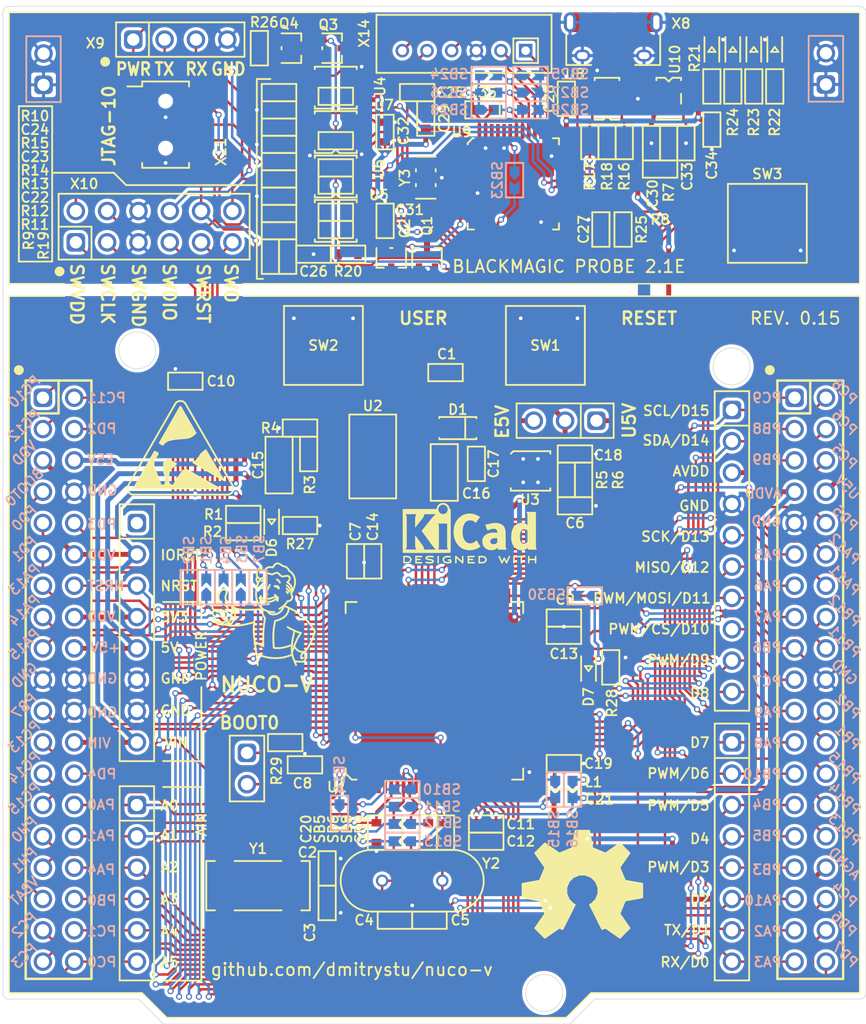
<source format=kicad_pcb>
(kicad_pcb (version 20240108) (generator "pcbnew") (generator_version "8.0")
  (layers (0 "F.Cu" signal) (31 "B.Cu" signal) (34 "B.Paste" user) (35 "F.Paste" user) (36 "B.SilkS" user "B.Silkscreen") (37 "F.SilkS" user "F.Silkscreen") (38 "B.Mask" user) (39 "F.Mask" user) (44 "Edge.Cuts" user))
  (net 0 "")
  (net 1 "PGND")
  (net 2 "Net-(C2-Pad1)")
  (net 3 "Net-(C3-Pad1)")
  (net 4 "Net-(C4-Pad1)")
  (net 5 "Net-(C5-Pad1)")
  (net 6 "VDD")
  (net 7 "AGND")
  (net 8 "VDDA")
  (net 9 "Net-(C13-Pad1)")
  (net 10 "Net-(C14-Pad1)")
  (net 11 "VIN")
  (net 12 "Net-(C16-Pad1)")
  (net 13 "E5V")
  (net 14 "C5V")
  (net 15 "VBAT")
  (net 16 "/BlackMagicProbe/xPWR")
  (net 17 "/BlackMagicProbe/TPWR")
  (net 18 "+3V3BM")
  (net 19 "U5V")
  (net 20 "Net-(C33-Pad1)")
  (net 21 "Net-(D2-PadA)")
  (net 22 "Net-(D3-PadA)")
  (net 23 "Net-(D4-PadA)")
  (net 24 "Net-(D5-PadA)")
  (net 25 "Net-(L1-Pad2)")
  (net 26 "/BlackMagicProbe/iRST_SENSE")
  (net 27 "/BlackMagicProbe/xRST")
  (net 28 "/BlackMagicProbe/iRST")
  (net 29 "Net-(R2-Pad2)")
  (net 30 "Net-(R5-Pad2)")
  (net 31 "/BlackMagicProbe/VBUS")
  (net 32 "Net-(R10-Pad2)")
  (net 33 "/BlackMagicProbe/xTXD")
  (net 34 "Net-(R11-Pad2)")
  (net 35 "/BlackMagicProbe/xTCK")
  (net 36 "Net-(R12-Pad2)")
  (net 37 "/BlackMagicProbe/xTDI")
  (net 38 "Net-(R13-Pad2)")
  (net 39 "/BlackMagicProbe/xTDO")
  (net 40 "Net-(R14-Pad2)")
  (net 41 "/BlackMagicProbe/xRXD")
  (net 42 "Net-(R15-Pad2)")
  (net 43 "/BlackMagicProbe/xTMS")
  (net 44 "/BlackMagicProbe/UD-")
  (net 45 "Net-(R16-Pad1)")
  (net 46 "Net-(R17-Pad2)")
  (net 47 "Net-(R17-Pad1)")
  (net 48 "/BlackMagicProbe/UD+")
  (net 49 "/BlackMagicProbe/LED0")
  (net 50 "/BlackMagicProbe/LED1")
  (net 51 "/BlackMagicProbe/LED2")
  (net 52 "/BlackMagicProbe/BMBTN")
  (net 53 "/BlackMagicProbe/SWDCLK")
  (net 54 "/BlackMagicProbe/SWDIO")
  (net 55 "/BlackMagicProbe/SWO")
  (net 56 "/BlackMagicProbe/SWDRST")
  (net 57 "Net-(SB10-Pad2)")
  (net 58 "Net-(SB11-Pad2)")
  (net 59 "Net-(SB12-Pad2)")
  (net 60 "Net-(SB13-Pad2)")
  (net 61 "/BlackMagicProbe/iTXD")
  (net 62 "/BlackMagicProbe/iTCK")
  (net 63 "/BlackMagicProbe/iTDI")
  (net 64 "/BlackMagicProbe/iTDO")
  (net 65 "/BlackMagicProbe/iRXD")
  (net 66 "/BlackMagicProbe/iTMS")
  (net 67 "Net-(SB23-Pad1)")
  (net 68 "/PA15")
  (net 69 "Net-(U1-Pad98)")
  (net 70 "Net-(U1-Pad97)")
  (net 71 "BOOT0")
  (net 72 "/PA4")
  (net 73 "/PA5")
  (net 74 "/PA6")
  (net 75 "/PA7")
  (net 76 "Net-(U1-Pad37)")
  (net 77 "Net-(U1-Pad45)")
  (net 78 "Net-(U1-Pad44)")
  (net 79 "Net-(U1-Pad43)")
  (net 80 "Net-(U1-Pad42)")
  (net 81 "Net-(U1-Pad41)")
  (net 82 "Net-(U1-Pad40)")
  (net 83 "Net-(U1-Pad39)")
  (net 84 "PB13")
  (net 85 "Net-(U1-Pad55)")
  (net 86 "Net-(U1-Pad56)")
  (net 87 "Net-(U1-Pad57)")
  (net 88 "Net-(U1-Pad58)")
  (net 89 "Net-(U1-Pad59)")
  (net 90 "Net-(U1-Pad60)")
  (net 91 "Net-(U1-Pad61)")
  (net 92 "Net-(U1-Pad62)")
  (net 93 "/PA10")
  (net 94 "/PA9")
  (net 95 "/PA8")
  (net 96 "Net-(U1-Pad1)")
  (net 97 "Net-(U1-Pad2)")
  (net 98 "Net-(U1-Pad3)")
  (net 99 "Net-(U1-Pad4)")
  (net 100 "Net-(U1-Pad5)")
  (net 101 "/PA3")
  (net 102 "/PA2")
  (net 103 "/PA1")
  (net 104 "/PA0")
  (net 105 "Net-(U1-Pad38)")
  (net 106 "Net-(U3-Pad3)")
  (net 107 "Net-(U4-Pad6)")
  (net 108 "/BlackMagicProbe/iTMS_DIR")
  (net 109 "Net-(U7-Pad6)")
  (net 110 "Net-(U7-Pad3)")
  (net 111 "Net-(U8-Pad4)")
  (net 112 "Net-(U9-Pad46)")
  (net 113 "Net-(U9-Pad45)")
  (net 114 "/BlackMagicProbe/JSWCLK")
  (net 115 "Net-(U9-Pad38)")
  (net 116 "/BlackMagicProbe/JSWO")
  (net 117 "/BlackMagicProbe/PWR_BR")
  (net 118 "Net-(U9-Pad27)")
  (net 119 "Net-(U9-Pad28)")
  (net 120 "/BlackMagicProbe/JSWDIO")
  (net 121 "Net-(U9-Pad2)")
  (net 122 "Net-(U9-Pad3)")
  (net 123 "Net-(U9-Pad4)")
  (net 124 "Net-(U9-Pad5)")
  (net 125 "Net-(U9-Pad6)")
  (net 126 "Net-(U9-Pad10)")
  (net 127 "Net-(X2-Pad1)")
  (net 128 "Net-(SB24-Pad2)")
  (net 129 "Net-(SB26-Pad2)")
  (net 130 "Net-(SB28-Pad2)")
  (net 131 "/BlackMagicProbe/JRST")
  (net 132 "Net-(X11-Pad7)")
  (net 133 "Net-(Q3-Pad2)")
  (net 134 "Net-(D6-PadK)")
  (net 135 "Net-(D7-PadA)")
  (net 136 "Net-(D7-PadK)")
  (net 137 "/PC9")
  (net 138 "/PB0")
  (net 139 "/PB1")
  (net 140 "/nRST")
  (net 141 "/PA14")
  (net 142 "/PA13")
  (net 143 "/PB3")
  (net 144 "/PD0")
  (net 145 "/PD1")
  (net 146 "/PD2")
  (net 147 "/PD3")
  (net 148 "/PD4")
  (net 149 "/PD5")
  (net 150 "/PD6")
  (net 151 "/PD7")
  (net 152 "/PC10")
  (net 153 "/PC11")
  (net 154 "/PC12")
  (net 155 "/PB9")
  (net 156 "/PB8")
  (net 157 "/PB7")
  (net 158 "/PB6")
  (net 159 "/PB5")
  (net 160 "/PB4")
  (net 161 "/PC4")
  (net 162 "/PC5")
  (net 163 "/PB2")
  (net 164 "/PB11")
  (net 165 "/PB10")
  (net 166 "/PB12")
  (net 167 "/PB14")
  (net 168 "/PB15")
  (net 169 "/PA12")
  (net 170 "/PA11")
  (net 171 "/PC8")
  (net 172 "/PC7")
  (net 173 "/PC3")
  (net 174 "/PC2")
  (net 175 "/PC1")
  (net 176 "/PC0")
  (net 177 "/PC6")
  (net 178 "/PC13")
  (net 179 "/PH0")
  (net 180 "/PH1")
  (net 181 "/PC14")
  (net 182 "/PC15")
  (net 183 "Net-(R3-Pad2)")
  (footprint "SMD-CMN:SMD-0603C" (layer "F.Cu") (at 105.9 87.2 180)
    (property "Reference" "C1")
    (property "Value" "10n")
  )
  (footprint "SMD-CMN:SMD-0603C" (layer "F.Cu") (at 96.3 127.4 90)
    (property "Reference" "C2")
    (property "Value" "CAPACITOR")
  )
  (footprint "SMD-CMN:SMD-0603C" (layer "F.Cu") (at 96.3 130.2 -90)
    (property "Reference" "C3")
    (property "Value" "CAPACITOR")
  )
  (footprint "SMD-CMN:SMD-0603C" (layer "F.Cu") (at 101.8 131.6)
    (property "Reference" "C4")
    (property "Value" "20pF")
  )
  (footprint "SMD-CMN:SMD-0603C" (layer "F.Cu") (at 104.6 131.6 180)
    (property "Reference" "C5")
    (property "Value" "20pF")
  )
  (footprint "SMD-CMN:SMD-0603C" (layer "F.Cu") (at 116.4 98)
    (property "Reference" "C6")
    (property "Value" "0.1uF")
  )
  (footprint "SMD-CMN:SMD-0603C" (layer "F.Cu") (at 98.6 102.5 90)
    (property "Reference" "C7")
    (property "Value" "0.1uF")
  )
  (footprint "SMD-CMN:SMD-0603C" (layer "F.Cu") (at 94.5 119 180)
    (property "Reference" "C8")
    (property "Value" "0.1uF")
  )
  (footprint "SMD-CMN:SMD-0603C" (layer "F.Cu") (at 115.5 107.1)
    (property "Reference" "C9")
    (property "Value" "0.1uF")
  )
  (footprint "SMD-CMN:SMD-0603C" (layer "F.Cu") (at 84.8 87.9 180)
    (property "Reference" "C10")
    (property "Value" "0.1uF")
  )
  (footprint "SMD-CMN:SMD-0603C" (layer "F.Cu") (at 109.2 123.8 180)
    (property "Reference" "C11")
    (property "Value" "10nF")
  )
  (footprint "SMD-CMN:SMD-0603C" (layer "F.Cu") (at 109.2 125.2 180)
    (property "Reference" "C12")
    (property "Value" "10nF")
  )
  (footprint "SMD-CMN:SMD-0603C" (layer "F.Cu") (at 115.5 108.5)
    (property "Reference" "C13")
    (property "Value" "2.2uF")
  )
  (footprint "SMD-CMN:SMD-0603C" (layer "F.Cu") (at 100 102.5 90)
    (property "Reference" "C14")
    (property "Value" "2.2uF")
  )
  (footprint "SMD-CMN:SMD-0603C" (layer "F.Cu") (at 116.4 93.8)
    (property "Reference" "C18")
    (property "Value" "1uF")
  )
  (footprint "SMD-CMN:SMD-0603C" (layer "F.Cu") (at 115.5 118.9)
    (property "Reference" "C19")
    (property "Value" "0.1uF")
  )
  (footprint "SMD-CMN:SMD-0603C" (layer "F.Cu") (at 100.3 124.5 -90)
    (property "Reference" "C20")
    (property "Value" "0.1uF")
  )
  (footprint "SMD-CMN:SMD-0603C" (layer "F.Cu") (at 115.5 121.7 180)
    (property "Reference" "C21")
    (property "Value" "1uF")
  )
  (footprint "SMD-CMN:SMD-0603C" (layer "F.Cu") (at 92.4 72.9)
    (property "Reference" "C22")
    (property "Value" "100n")
  )
  (footprint "SMD-CMN:SMD-0603C" (layer "F.Cu") (at 92.4 68.7)
    (property "Reference" "C23")
    (property "Value" "100n")
  )
  (footprint "SMD-CMN:SMD-0603C" (layer "F.Cu") (at 92.4 65.9)
    (property "Reference" "C24")
    (property "Value" "100n")
  )
  (footprint "SMD-CMN:SMD-0603C" (layer "F.Cu") (at 103.6 64.5)
    (property "Reference" "C25")
    (property "Value" "100n")
  )
  (footprint "SMD-CMN:SMD-0603C" (layer "F.Cu") (at 95.2 77.6)
    (property "Reference" "C26")
    (property "Value" "1n")
  )
  (footprint "SMD-CMN:SMD-0603C" (layer "F.Cu") (at 118.5 75.6 90)
    (property "Reference" "C27")
    (property "Value" "100n")
  )
  (footprint "SMD-CMN:SMD-0603C" (layer "F.Cu") (at 115.7 65 90)
    (property "Reference" "C28")
    (property "Value" "100n")
  )
  (footprint "SMD-CMN:SMD-0603C" (layer "F.Cu") (at 104.3 66.6 90)
    (property "Reference" "C29")
    (property "Value" "100n")
  )
  (footprint "SMD-CMN:SMD-0603C" (layer "F.Cu") (at 122.6 68.6 -90)
    (property "Reference" "C30")
    (property "Value" "1u")
  )
  (footprint "SMD-CMN:SMD-0603C" (layer "F.Cu") (at 101 74.9 90)
    (property "Reference" "C31")
    (property "Value" "100n")
  )
  (footprint "SMD-CMN:SMD-0603C" (layer "F.Cu") (at 101 67.7 90)
    (property "Reference" "C32")
    (property "Value" "100n")
  )
  (footprint "SMD-CMN:SMD-0603C" (layer "F.Cu") (at 125.4 68.6 -90)
    (property "Reference" "C33")
    (property "Value" "10n")
  )
  (footprint "SMD-CMN:SMD-0603C" (layer "F.Cu") (at 127.5 67.5 -90)
    (property "Reference" "C34")
    (property "Value" "1u")
  )
  (footprint "SMD-CMN:SMD-0603C" (layer "F.Cu") (at 108.9 65.9)
    (property "Reference" "C35")
    (property "Value" "100n")
  )
  (footprint "SMD-SOT:SOD-123F" (layer "F.Cu") (at 106.9 91.7 180)
    (property "Reference" "D1")
    (property "Value" "SS24FL")
  )
  (footprint "OPTOEL:LED-0603" (layer "F.Cu") (at 127.5 61 -90)
    (property "Reference" "D2" (hide yes))
    (property "Value" "0603G")
  )
  (footprint "OPTOEL:LED-0603" (layer "F.Cu") (at 132.6 61 -90)
    (property "Reference" "D3" (hide yes))
    (property "Value" "0603R")
  )
  (footprint "OPTOEL:LED-0603" (layer "F.Cu") (at 130.9 61 -90)
    (property "Reference" "D4" (hide yes))
    (property "Value" "0603O")
  )
  (footprint "OPTOEL:LED-0603" (layer "F.Cu") (at 129.2 61 -90)
    (property "Reference" "D5" (hide yes))
    (property "Value" "0603Y")
  )
  (footprint "SMD-CMN:SMD-0603L" (layer "F.Cu") (at 115.5 120.3)
    (property "Reference" "L1")
    (property "Value" "BEAD")
  )
  (footprint "SMD-SOT:SC-70-3" (layer "F.Cu") (at 104.4 77.9)
    (property "Reference" "Q1")
    (property "Value" "1N7002" (hide yes))
  )
  (footprint "SMD-SOT:SC-70-3" (layer "F.Cu") (at 101.5 77.9 180)
    (property "Reference" "Q2")
    (property "Value" "1N7002" (hide yes))
  )
  (footprint "SMD-CMN:SMD-0603R" (layer "F.Cu") (at 89.5 98.7 180)
    (property "Reference" "R1")
    (property "Value" "10K")
  )
  (footprint "SMD-CMN:SMD-0603R" (layer "F.Cu") (at 89.5 100.1 180)
    (property "Reference" "R2")
    (property "Value" "10K")
  )
  (footprint "SMD-CMN:SMD-0603R" (layer "F.Cu") (at 115.7 95.9 90)
    (property "Reference" "R5")
    (property "Value" "32.0K")
  )
  (footprint "SMD-CMN:SMD-0603R" (layer "F.Cu") (at 117.1 95.9 -90)
    (property "Reference" "R6")
    (property "Value" "10.2K")
  )
  (footprint "SMD-CMN:SMD-0603R" (layer "F.Cu") (at 124 68.6 -90)
    (property "Reference" "R7")
    (property "Value" "4k7")
  )
  (footprint "SMD-CMN:SMD-0603R" (layer "F.Cu") (at 123.3 70.7 180)
    (property "Reference" "R8")
    (property "Value" "10k")
  )
  (footprint "SMD-CMN:SMD-0603R" (layer "F.Cu") (at 91.7 77.8 -90)
    (property "Reference" "R9")
    (property "Value" "10k")
  )
  (footprint "SMD-CMN:SMD-0603R" (layer "F.Cu") (at 92.4 64.5)
    (property "Reference" "R10")
    (property "Value" "100")
  )
  (footprint "SMD-CMN:SMD-0603R" (layer "F.Cu") (at 92.4 75.7)
    (property "Reference" "R11")
    (property "Value" "100")
  )
  (footprint "SMD-CMN:SMD-0603R" (layer "F.Cu") (at 92.4 74.3)
    (property "Reference" "R12")
    (property "Value" "100")
  )
  (footprint "SMD-CMN:SMD-0603R" (layer "F.Cu") (at 92.4 71.5)
    (property "Reference" "R13")
    (property "Value" "100")
  )
  (footprint "SMD-CMN:SMD-0603R" (layer "F.Cu") (at 92.4 70.1)
    (property "Reference" "R14")
    (property "Value" "100")
  )
  (footprint "SMD-CMN:SMD-0603R" (layer "F.Cu") (at 92.4 67.3)
    (property "Reference" "R15")
    (property "Value" "100")
  )
  (footprint "SMD-CMN:SMD-0603R" (layer "F.Cu") (at 120.4 68.5 -90)
    (property "Reference" "R16")
    (property "Value" "22")
  )
  (footprint "SMD-CMN:SMD-0603R" (layer "F.Cu") (at 117.6 68.5 90)
    (property "Reference" "R17")
    (property "Value" "1k5")
  )
  (footprint "SMD-CMN:SMD-0603R" (layer "F.Cu") (at 119 68.5 90)
    (property "Reference" "R18")
    (property "Value" "22")
  )
  (footprint "SMD-CMN:SMD-0603R" (layer "F.Cu") (at 93.1 77.8 -90)
    (property "Reference" "R19")
    (property "Value" "4k7")
  )
  (footprint "SMD-CMN:SMD-0603R" (layer "F.Cu") (at 98 77.6)
    (property "Reference" "R20")
    (property "Value" "10k")
  )
  (footprint "SMD-CMN:SMD-0603R" (layer "F.Cu") (at 127.5 64 -90)
    (property "Reference" "R21")
    (property "Value" "330")
  )
  (footprint "SMD-CMN:SMD-0603R" (layer "F.Cu") (at 132.6 64 -90)
    (property "Reference" "R22")
    (property "Value" "470")
  )
  (footprint "SMD-CMN:SMD-0603R" (layer "F.Cu") (at 130.9 64 -90)
    (property "Reference" "R23")
    (property "Value" "470")
  )
  (footprint "SMD-CMN:SMD-0603R" (layer "F.Cu") (at 129.2 64 -90)
    (property "Reference" "R24")
    (property "Value" "470")
  )
  (footprint "SMD-CMN:SMD-0603R" (layer "F.Cu") (at 120.3 75.6 90)
    (property "Reference" "R25")
    (property "Value" "10k")
  )
  (footprint "SMD-CMN:SMD-0603R" (layer "F.Cu") (at 101.7 124.5 90)
    (property "Reference" "SB5")
    (property "Value" "JUMPER")
  )
  (footprint "SMD-CMN:SMD-0603R" (layer "F.Cu") (at 103.1 124.5 90)
    (property "Reference" "SB6")
    (property "Value" "JUMPER")
  )
  (footprint "SMD-CMN:SMD-0603R" (layer "F.Cu") (at 104.5 124.5 90)
    (property "Reference" "SB8")
    (property "Value" "JUMPER")
  )
  (footprint "SMD-CMN:SMD-0603R" (layer "F.Cu") (at 105.9 124.5 90)
    (property "Reference" "SB9")
    (property "Value" "JUMPER")
  )
  (footprint "SMD-CMN:SMD-0603R" (layer "F.Cu") (at 97 75.6 180)
    (property "Reference" "SB18" (hide yes))
    (property "Value" "JUMPER")
  )
  (footprint "SMD-CMN:SMD-0603R" (layer "F.Cu") (at 97 74.2 180)
    (property "Reference" "SB19" (hide yes))
    (property "Value" "JUMPER")
  )
  (footprint "SMD-CMN:SMD-0603R" (layer "F.Cu") (at 97 72 180)
    (property "Reference" "SB20" (hide yes))
    (property "Value" "JUMPER")
  )
  (footprint "SMD-CMN:SMD-0603R" (layer "F.Cu") (at 97 70.6 180)
    (property "Reference" "SB21" (hide yes))
    (property "Value" "JUMPER")
  )
  (footprint "SMD-CMN:SMD-0603R" (layer "F.Cu") (at 97 68.4 180)
    (property "Reference" "SB22" (hide yes))
    (property "Value" "JUMPER")
  )
  (footprint "SWITCHES:TL-3301A-FXXX-QG" (layer "F.Cu") (at 114 85)
    (property "Reference" "SW1")
    (property "Value" "BUTTON1" (hide yes))
  )
  (footprint "SWITCHES:TL-3301A-FXXX-QG" (layer "F.Cu") (at 96 85)
    (property "Reference" "SW2")
    (property "Value" "BUTTON1" (hide yes))
  )
  (footprint "SWITCHES:TL-3301A-FXXX-QG" (layer "F.Cu") (at 132 75.1 180)
    (property "Reference" "SW3")
    (property "Value" "BUTTON1" (hide yes))
  )
  (footprint "SMD-QFN:QFPX50P140X140-100" (layer "F.Cu") (at 105 113)
    (property "Reference" "U1")
    (property "Value" "STM32H742Vx")
  )
  (footprint "SMD-QFN:DFNX95P030X030-6" (layer "F.Cu") (at 112.8 95.175 -90)
    (property "Reference" "U3")
    (property "Value" "LD39050PU")
  )
  (footprint "SMD-QFN:SO65P030X030-8" (layer "F.Cu") (at 97 64.1 90)
    (property "Reference" "U4")
    (property "Value" "SN74LVC2T45")
  )
  (footprint "SMD-QFN:SO65P030X030-8" (layer "F.Cu") (at 97 74.9 90)
    (property "Reference" "U5")
    (property "Value" "SN74LVC2T45")
  )
  (footprint "SMD-QFN:SO65P030X030-8" (layer "F.Cu") (at 97 71.3 90)
    (property "Reference" "U6")
    (property "Value" "SN74LVC2T45")
  )
  (footprint "SMD-QFN:SO65P030X030-8" (layer "F.Cu") (at 97 67.7 90)
    (property "Reference" "U7")
    (property "Value" "SN74LVC2T45")
  )
  (footprint "SMD-SOT:SOT-23-6" (layer "F.Cu") (at 119 65 90)
    (property "Reference" "U8")
    (property "Value" "ESDA5V3SC6" (hide yes))
  )
  (footprint "SMD-QFN:QFP50P070X070-48" (layer "F.Cu") (at 111.4 71.9 -90)
    (property "Reference" "U9")
    (property "Value" "STM32F103CBT6")
  )
  (footprint "SMD-SOT:SOT-23-5" (layer "F.Cu") (at 124 65 -90)
    (property "Reference" "U10")
    (property "Value" "LP2985N")
  )
  (footprint "CONNFLY:DS1021-2X19S61" (layer "F.Cu") (at 74.52 112.1 -90)
    (property "Reference" "X1" (hide yes))
    (property "Value" "ST-MORPHO-CN7")
  )
  (footprint "CONNFLY:DS1023-1X08A" (layer "F.Cu") (at 80.87 108.29 -90)
    (property "Reference" "X2" (hide yes))
    (property "Value" "CONN-08P1L")
  )
  (footprint "CONNFLY:DS1023-1X06A" (layer "F.Cu") (at 80.87 128.61 -90)
    (property "Reference" "X3" (hide yes))
    (property "Value" "CONN-06P1L")
  )
  (footprint "CONNFLY:DS1021-1X03S61" (layer "F.Cu") (at 115.6 91.1 180)
    (property "Reference" "X4" (hide yes))
    (property "Value" "CONN-03P1L")
  )
  (footprint "CONNFLY:DS1023-1X10A" (layer "F.Cu") (at 129.13 101.66 -90)
    (property "Reference" "X5" (hide yes))
    (property "Value" "CONN-10P1L")
  )
  (footprint "CONNFLY:DS1023-1X08A" (layer "F.Cu") (at 129.13 126.07 -90)
    (property "Reference" "X6" (hide yes))
    (property "Value" "CONN-08P1L")
  )
  (footprint "CONNFLY:DS1021-2X19S61" (layer "F.Cu") (at 135.48 112.1 -90)
    (property "Reference" "X7" (hide yes))
    (property "Value" "ST-MORPHO-CN10")
  )
  (footprint "CONNECTORS:AMP10118194-0001LF" (layer "F.Cu") (at 119.5 61.5 180)
    (property "Reference" "X8")
    (property "Value" "USB-OTG")
  )
  (footprint "CONNFLY:DS1021-1X04S61" (layer "F.Cu") (at 84.39 60.2)
    (property "Reference" "X9")
    (property "Value" "CONN-04P1L")
  )
  (footprint "CONNFLY:DS1021-2X06S61" (layer "F.Cu") (at 82.27 75.37)
    (property "Reference" "X10")
    (property "Value" "CONN-12P2L")
  )
  (footprint "QUARTZ:MUR-CSTCE" (layer "F.Cu") (at 104.3 71.4 -90)
    (property "Reference" "Y3")
    (property "Value" "8MHz")
  )
  (footprint "JST:B6B-PH-K-S" (layer "F.Cu") (at 107.4 61.1)
    (property "Reference" "X14")
    (property "Value" "CONN-06P1L")
  )
  (footprint "CONNFLY:DS1031-08-2X05P8BSX" (layer "F.Cu") (at 83.2 67.1 -90)
    (property "Reference" "X11")
    (property "Value" "CONN-10P2L" (hide yes))
  )
  (footprint "QUARTZ:KX-327S" (layer "F.Cu") (at 90.7 128.8 180)
    (property "Reference" "Y1")
    (property "Value" "32.768K")
  )
  (footprint "SMD-CMN:SMD-0603R" (layer "F.Cu") (at 97 64.8 180)
    (property "Reference" "SB17" (hide yes))
    (property "Value" "JUMPER")
  )
  (footprint "QUARTZ:KX-3H" (layer "F.Cu") (at 103.2 128.4)
    (property "Reference" "Y2")
    (property "Value" "8MHz")
  )
  (footprint "SMD-SOT:SC-70-3" (layer "F.Cu") (at 96.7 60.9 -90)
    (property "Reference" "Q3")
    (property "Value" "NTS4173" (hide yes))
  )
  (footprint "SMD-SOT:SC-70-3" (layer "F.Cu") (at 93.4 60.9 -90)
    (property "Reference" "Q4")
    (property "Value" "NTS4173" (hide yes))
  )
  (footprint "SMD-CMN:SMD-0603R" (layer "F.Cu") (at 90.8 60.9 -90)
    (property "Reference" "R26")
    (property "Value" "10k")
  )
  (footprint "OPTOEL:LED-0603" (layer "F.Cu") (at 91.8 99.3 90)
    (property "Reference" "D6")
    (property "Value" "0603R")
  )
  (footprint "OPTOEL:LED-0603" (layer "F.Cu") (at 117.5 111.2 90)
    (property "Reference" "D7")
    (property "Value" "0603G")
  )
  (footprint "SMD-CMN:SMD-0603R" (layer "F.Cu") (at 94.1 99.6)
    (property "Reference" "R27")
    (property "Value" "470")
  )
  (footprint "SMD-CMN:SMD-0603R" (layer "F.Cu") (at 119.3 111.1 90)
    (property "Reference" "R28")
    (property "Value" "330")
  )
  (footprint "SMD-CMN:SMD-0603R" (layer "F.Cu") (at 92.9 117.2)
    (property "Reference" "R29")
    (property "Value" "10K")
  )
  (footprint "logo:KiCad-Logo_Copper_11mmx5mm" (layer "F.Cu") (at 107.87 99.79)
    (property "Reference" "G***")
    (property "Value" "KiCad Logo" (hide yes))
  )
  (footprint "CONNFLY:DS1021-1X02S61" (layer "F.Cu") (at 89.8 119.3 -90)
    (property "Reference" "X15" (hide yes))
    (property "Value" "CONN-02P1L")
  )
  (footprint "logo:esd1" (layer "F.Cu") (at 84.4 94.6)
    (property "Reference" "G***" (hide yes))
    (property "Value" "LOGO" (hide yes))
  )
  (footprint "logo:OSHW_FS_10MM" (layer "F.Cu") (at 117 129.2)
    (property "Reference" "OSHW_FS_10MM" (hide yes))
    (property "Value" "VAL**" (hide yes))
  )
  (footprint "logo:FALLOUT_1" (layer "F.Cu") (at 90.8 106.7)
    (property "Reference" "svg2mod" (hide yes))
    (property "Value" "G***" (hide yes))
  )
  (footprint "SMD-CMN:SMD-0603R" (layer "F.Cu") (at 94.8 93.8 90)
    (property "Reference" "R3")
    (property "Value" "120")
  )
  (footprint "SMD-CMN:SMD-0603R" (layer "F.Cu") (at 94.1 91.7 180)
    (property "Reference" "R4")
    (property "Value" "360")
  )
  (footprint "SMD-SOT:SOT-223-3" (layer "F.Cu") (at 100 94 -90)
    (property "Reference" "U2")
    (property "Value" "LM1117")
  )
  (footprint "SMD-CMN:SMD-1206C" (layer "F.Cu") (at 92.4 94.7 90)
    (property "Reference" "C15")
    (property "Value" "10uF")
  )
  (footprint "SMD-CMN:SMD-1206C" (layer "F.Cu") (at 105.8 95.3 -90)
    (property "Reference" "C16")
    (property "Value" "4.7uF")
  )
  (footprint "SMD-CMN:SMD-0603C" (layer "F.Cu") (at 108.4 94.6 -90)
    (property "Reference" "C17")
    (property "Value" "10uF")
  )
  (footprint "SMD-CMN:SMD-0603J" (layer "B.Cu") (at 86.5 104.6 90)
    (property "Reference" "SB1")
    (property "Value" "JUMPER")
  )
  (footprint "SMD-CMN:SMD-0603J" (layer "B.Cu") (at 85.1 104.6 90)
    (property "Reference" "SB2")
    (property "Value" "JUMPER")
  )
  (footprint "SMD-CMN:SMD-0603J" (layer "B.Cu") (at 89.3 104.6 90)
    (property "Reference" "SB3")
    (property "Value" "JUMPER")
  )
  (footprint "SMD-CMN:SMD-0603J" (layer "B.Cu") (at 87.9 104.6 90)
    (property "Reference" "SB4")
    (property "Value" "JUMPER")
  )
  (footprint "SMD-CMN:SMD-0603J" (layer "B.Cu") (at 90.7 104.6 -90)
    (property "Reference" "SB7")
    (property "Value" "JUMPER")
  )
  (footprint "SMD-CMN:SMD-0603J" (layer "B.Cu") (at 102.4 121 180)
    (property "Reference" "SB10")
    (property "Value" "JUMPER")
  )
  (footprint "SMD-CMN:SMD-0603J" (layer "B.Cu") (at 102.4 122.4 180)
    (property "Reference" "SB11")
    (property "Value" "JUMPER")
  )
  (footprint "SMD-CMN:SMD-0603J" (layer "B.Cu") (at 102.4 123.8 180)
    (property "Reference" "SB12")
    (property "Value" "JUMPER")
  )
  (footprint "SMD-CMN:SMD-0603J" (layer "B.Cu") (at 102.4 125.2 180)
    (property "Reference" "SB13")
    (property "Value" "JUMPER")
  )
  (footprint "SMD-CMN:SMD-0603J" (layer "B.Cu") (at 114.8 121 -90)
    (property "Reference" "SB15")
    (property "Value" "JUMPER")
  )
  (footprint "SMD-CMN:SMD-0603J" (layer "B.Cu") (at 116.2 121 -90)
    (property "Reference" "SB16")
    (property "Value" "JUMPER")
  )
  (footprint "SMD-CMN:SMD-0603J" (layer "B.Cu") (at 111.5 71.6 -90)
    (property "Reference" "SB23")
    (property "Value" "JUMPER")
  )
  (footprint "SMD-CMN:SMD-0603J" (layer "B.Cu") (at 109.4 63.1)
    (property "Reference" "SB24")
    (property "Value" "JUMPER")
  )
  (footprint "SMD-CMN:SMD-0603J" (layer "B.Cu") (at 112.8 63.1)
    (property "Reference" "SB25")
    (property "Value" "JUMPER")
  )
  (footprint "SMD-CMN:SMD-0603J" (layer "B.Cu") (at 109.4 64.5)
    (property "Reference" "SB26")
    (property "Value" "JUMPER")
  )
  (footprint "SMD-CMN:SMD-0603J" (layer "B.Cu") (at 112.8 64.5)
    (property "Reference" "SB27")
    (property "Value" "JUMPER")
  )
  (footprint "SMD-CMN:SMD-0603J" (layer "B.Cu") (at 109.4 65.9)
    (property "Reference" "SB28")
    (property "Value" "JUMPER")
  )
  (footprint "SMD-CMN:SMD-0603J" (layer "B.Cu") (at 112.8 65.9)
    (property "Reference" "SB29")
    (property "Value" "JUMPER")
  )
  (footprint "SMD-CMN:SMD-0603J" (layer "B.Cu") (at 117.2 105.3 180)
    (property "Reference" "SB30")
    (property "Value" "JUMPER")
  )
  (footprint "SMD-CMN:SMD-0603J" (layer "B.Cu") (at 97.3 122.9 -90)
    (property "Reference" "SB14")
    (property "Value" "JUMPER")
  )
  (footprint "CONNFLY:DS1021-1X02S61" (layer "B.Cu") (at 136.75 62.57 90)
    (property "Reference" "X12" (hide yes))
    (property "Value" "CONN-02P1LA")
  )
  (footprint "CONNFLY:DS1021-1X02S61" (layer "B.Cu") (at 73.3 62.6 90)
    (property "Reference" "X13" (hide yes))
    (property "Value" "CONN-02P1LA")
  )
  (gr_line (start 139.5 137.5) (end 117.7 137.5) (stroke (width 0.12)) (layer "F.SilkS"))
  (gr_line (start 86.1 136.5) (end 86.1 125.1) (stroke (width 0.15)) (layer "F.SilkS"))
  (gr_line (start 86.1 122.6) (end 86.1 120.8) (stroke (width 0.15)) (layer "F.SilkS"))
  (gr_line (start 83 120.8) (end 86.1 120.8) (stroke (width 0.15)) (layer "F.SilkS"))
  (gr_line (start 83 118.7) (end 86.1 118.7) (stroke (width 0.15)) (layer "F.SilkS"))
  (gr_line (start 86.1 118.7) (end 86.1 112.7) (stroke (width 0.15)) (layer "F.SilkS"))
  (gr_line (start 86.1 107.2) (end 86.1 105.8) (stroke (width 0.15)) (layer "F.SilkS"))
  (gr_line (start 83 105.8) (end 86.1 105.8) (stroke (width 0.15)) (layer "F.SilkS"))
  (gr_line (start 70.5 137.5) (end 70.5 81) (stroke (width 0.12)) (layer "F.SilkS"))
  (gr_line (start 81.3 137.5) (end 83.3 139.5) (stroke (width 0.12)) (layer "F.SilkS"))
  (gr_line (start 83.3 139.5) (end 115.7 139.5) (stroke (width 0.12)) (layer "F.SilkS"))
  (gr_line (start 117.7 137.5) (end 115.7 139.5) (stroke (width 0.12)) (layer "F.SilkS"))
  (gr_circle (center 74.6 79) (end 74.8 79) (stroke (width 0.4)) (fill none) (layer "F.SilkS"))
  (gr_circle (center 71.3 87) (end 71.5 87) (stroke (width 0.4)) (fill none) (layer "F.SilkS"))
  (gr_circle (center 132.2 87) (end 132.4 87) (stroke (width 0.4)) (fill none) (layer "F.SilkS"))
  (gr_line (start 90.6 79.6) (end 90.6 63.4) (stroke (width 0.15)) (layer "F.SilkS"))
  (gr_line (start 91.1 79.6) (end 90.6 79.6) (stroke (width 0.15)) (layer "F.SilkS"))
  (gr_line (start 74 65.6) (end 74 78.2) (stroke (width 0.15)) (layer "F.SilkS"))
  (gr_line (start 71.3 65.6) (end 71.3 78.2) (stroke (width 0.15)) (layer "F.SilkS"))
  (gr_line (start 71.3 78.2) (end 74 78.2) (stroke (width 0.15)) (layer "F.SilkS"))
  (gr_line (start 74 71) (end 79 71) (stroke (width 0.15)) (layer "F.SilkS"))
  (gr_line (start 80 72) (end 90.6 72) (stroke (width 0.15)) (layer "F.SilkS"))
  (gr_line (start 79 71) (end 80 72) (stroke (width 0.15)) (layer "F.SilkS"))
  (gr_line (start 139.5 81) (end 139.5 137.5) (stroke (width 0.12)) (layer "F.SilkS"))
  (gr_line (start 70.5 81) (end 75 81) (stroke (width 0.12)) (layer "F.SilkS"))
  (gr_line (start 89.5 80) (end 139.5 80) (stroke (width 0.12)) (layer "F.SilkS"))
  (gr_line (start 139.5 80) (end 139.5 58) (stroke (width 0.12)) (layer "F.SilkS"))
  (gr_line (start 99.5 58) (end 70.5 58) (stroke (width 0.12)) (layer "F.SilkS"))
  (gr_line (start 70.5 58) (end 70.5 80) (stroke (width 0.12)) (layer "F.SilkS"))
  (gr_line (start 81.3 137.5) (end 70.5 137.5) (stroke (width 0.12)) (layer "F.SilkS"))
  (gr_line (start 91.7 63.4) (end 90.6 63.4) (stroke (width 0.15)) (layer "F.SilkS"))
  (gr_line (start 89.5 81) (end 139.5 81) (stroke (width 0.12)) (layer "F.SilkS"))
  (gr_circle (center 78.3 62) (end 78.5 62) (stroke (width 0.4)) (fill none) (layer "F.SilkS"))
  (gr_line (start 71.3 65.6) (end 74 65.6) (stroke (width 0.15)) (layer "F.SilkS"))
  (gr_line (start 70.5 80) (end 75 80) (stroke (width 0.12)) (layer "F.SilkS"))
  (gr_line (start 139.5 58) (end 124 58) (stroke (width 0.12)) (layer "F.SilkS"))
  (gr_line (start 83 136.5) (end 86.1 136.5) (stroke (width 0.15)) (layer "F.SilkS"))
  (gr_line (start 70 58) (end 70 137.5) (stroke (width 0.05)) (layer "Edge.Cuts"))
  (gr_circle (center 80.9 85.4) (end 80.9 83.9) (stroke (width 0.05)) (fill none) (layer "Edge.Cuts"))
  (gr_circle (center 129.1 86.7) (end 129.1 85.2) (stroke (width 0.05)) (fill none) (layer "Edge.Cuts"))
  (gr_arc (start 140.000001 137.500001) (mid 139.853554 137.853554) (end 139.5 138) (stroke (width 0.05)) (layer "Edge.Cuts"))
  (gr_arc (start 139.500001 57.5) (mid 139.853554 57.646447) (end 140 58.000001) (stroke (width 0.05)) (layer "Edge.Cuts"))
  (gr_arc (start 70 58) (mid 70.146447 57.646447) (end 70.500001 57.500001) (stroke (width 0.05)) (layer "Edge.Cuts"))
  (gr_line (start 116 140) (end 118 138) (stroke (width 0.05)) (layer "Edge.Cuts"))
  (gr_line (start 118 138) (end 139.5 138) (stroke (width 0.05)) (layer "Edge.Cuts"))
  (gr_line (start 139.500001 57.5) (end 70.500001 57.500001) (stroke (width 0.05)) (layer "Edge.Cuts"))
  (gr_line (start 81 138) (end 83 140) (stroke (width 0.05)) (layer "Edge.Cuts"))
  (gr_circle (center 113.9 137.5) (end 113.9 136) (stroke (width 0.05)) (fill none) (layer "Edge.Cuts"))
  (gr_arc (start 70.5 138) (mid 70.146447 137.853553) (end 70 137.5) (stroke (width 0.05)) (layer "Edge.Cuts"))
  (gr_line (start 83 140) (end 116 140) (stroke (width 0.05)) (layer "Edge.Cuts"))
  (gr_line (start 70.5 138) (end 81 138) (stroke (width 0.05)) (layer "Edge.Cuts"))
  (gr_line (start 140 137.5) (end 140 58) (stroke (width 0.05)) (layer "Edge.Cuts"))
  (gr_text "PC8" (at 138.25 88.75 315) (layer "B.SilkS") (effects (font (size 0.8 0.8)) (justify mirror)))
  (gr_text "PC6" (at 138.25 91.25 315) (layer "B.SilkS") (effects (font (size 0.8 0.8)) (justify mirror)))
  (gr_text "PC5" (at 138.25 94 315) (layer "B.SilkS") (effects (font (size 0.8 0.8)) (justify mirror)))
  (gr_text "U5V" (at 138.5 96.5 315) (layer "B.SilkS") (effects (font (size 0.8 0.8)) (justify mirror)))
  (gr_text "PA12" (at 138.25 101.5 315) (layer "B.SilkS") (effects (font (size 0.8 0.8)) (justify mirror)))
  (gr_text "PA11" (at 138.25 104 315) (layer "B.SilkS") (effects (font (size 0.8 0.8)) (justify mirror)))
  (gr_text "PB12" (at 138.25 106.5 315) (layer "B.SilkS") (effects (font (size 0.8 0.8)) (justify mirror)))
  (gr_text "PB11" (at 138.25 109 315) (layer "B.SilkS") (effects (font (size 0.8 0.8)) (justify mirror)))
  (gr_text "GND" (at 138.25 111.5 315) (layer "B.SilkS") (effects (font (size 0.8 0.8)) (justify mirror)))
  (gr_text "PB2" (at 138.5 114.25 315) (layer "B.SilkS") (effects (font (size 0.8 0.8)) (justify mirror)))
  (gr_text "PB1" (at 138.5 116.75 315) (layer "B.SilkS") (effects (font (size 0.8 0.8)) (justify mirror)))
  (gr_text "PB15" (at 138.25 119.25 315) (layer "B.SilkS") (effects (font (size 0.8 0.8)) (justify mirror)))
  (gr_text "PB14" (at 138.25 121.75 315) (layer "B.SilkS") (effects (font (size 0.8 0.8)) (justify mirror)))
  (gr_text "PB13" (at 138.25 124.25 315) (layer "B.SilkS") (effects (font (size 0.8 0.8)) (justify mirror)))
  (gr_text "AGND" (at 138.25 127 315) (layer "B.SilkS") (effects (font (size 0.8 0.8)) (justify mirror)))
  (gr_text "PC4" (at 138.25 129.5 315) (layer "B.SilkS") (effects (font (size 0.8 0.8)) (justify mirror)))
  (gr_text "PD2" (at 76.75 91.75 0) (layer "B.SilkS") (effects (font (size 0.8 0.8)) (justify right mirror)))
  (gr_text "E5V" (at 76.75 94.25 0) (layer "B.SilkS") (effects (font (size 0.8 0.8)) (justify right mirror)))
  (gr_text "GND" (at 76.75 96.75 0) (layer "B.SilkS") (effects (font (size 0.8 0.8)) (justify right mirror)))
  (gr_text "PD3" (at 76.75 99.5 0) (layer "B.SilkS") (effects (font (size 0.8 0.8)) (justify right mirror)))
  (gr_text "VDD" (at 76.75 102 0) (layer "B.SilkS") (effects (font (size 0.8 0.8)) (justify right mirror)))
  (gr_text "NRST" (at 76.75 104.5 0) (layer "B.SilkS") (effects (font (size 0.8 0.8)) (justify right mirror)))
  (gr_text "VDD" (at 76.75 107 0) (layer "B.SilkS") (effects (font (size 0.8 0.8)) (justify right mirror)))
  (gr_text "+5V" (at 77 109.5 0) (layer "B.SilkS") (effects (font (size 0.8 0.8)) (justify right mirror)))
  (gr_text "GND" (at 76.75 112 0) (layer "B.SilkS") (effects (font (size 0.8 0.8)) (justify right mirror)))
  (gr_text "GND" (at 76.75 114.75 0) (layer "B.SilkS") (effects (font (size 0.8 0.8)) (justify right mirror)))
  (gr_text "VIN" (at 76.75 117.25 0) (layer "B.SilkS") (effects (font (size 0.8 0.8)) (justify right mirror)))
  (gr_text "PD4" (at 76.75 119.75 0) (layer "B.SilkS") (effects (font (size 0.8 0.8)) (justify right mirror)))
  (gr_text "PA0" (at 76.75 122.25 0) (layer "B.SilkS") (effects (font (size 0.8 0.8)) (justify right mirror)))
  (gr_text "PA1" (at 76.75 124.75 0) (layer "B.SilkS") (effects (font (size 0.8 0.8)) (justify right mirror)))
  (gr_text "PA4" (at 76.75 127.5 0) (layer "B.SilkS") (effects (font (size 0.8 0.8)) (justify right mirror)))
  (gr_text "PB0" (at 76.75 130 0) (layer "B.SilkS") (effects (font (size 0.8 0.8)) (justify right mirror)))
  (gr_text "PC1" (at 76.75 132.5 0) (layer "B.SilkS") (effects (font (size 0.8 0.8)) (justify right mirror)))
  (gr_text "PC0" (at 76.75 135 0) (layer "B.SilkS") (effects (font (size 0.8 0.8)) (justify right mirror)))
  (gr_text "PC9" (at 133.25 89.25 0) (layer "B.SilkS") (effects (font (size 0.8 0.8)) (justify left mirror)))
  (gr_text "PB8" (at 133.25 91.75 0) (layer "B.SilkS") (effects (font (size 0.8 0.8)) (justify left mirror)))
  (gr_text "PB9" (at 133.25 94.25 0) (layer "B.SilkS") (effects (font (size 0.8 0.8)) (justify left mirror)))
  (gr_text "AVDD" (at 133.25 97 0) (layer "B.SilkS") (effects (font (size 0.8 0.8)) (justify left mirror)))
  (gr_text "GND" (at 133.25 99.25 0) (layer "B.SilkS") (effects (font (size 0.8 0.8)) (justify left mirror)))
  (gr_text "PA5" (at 133.25 102 0) (layer "B.SilkS") (effects (font (size 0.8 0.8)) (justify left mirror)))
  (gr_text "PA6" (at 133.25 104.5 0) (layer "B.SilkS") (effects (font (size 0.8 0.8)) (justify left mirror)))
  (gr_text "PA7" (at 133.25 107 0) (layer "B.SilkS") (effects (font (size 0.8 0.8)) (justify left mirror)))
  (gr_text "PB6" (at 133.25 109.5 0) (layer "B.SilkS") (effects (font (size 0.8 0.8)) (justify left mirror)))
  (gr_text "PC7" (at 133.25 112.25 0) (layer "B.SilkS") (effects (font (size 0.8 0.8)) (justify left mirror)))
  (gr_text "PA9" (at 133.25 114.75 0) (layer "B.SilkS") (effects (font (size 0.8 0.8)) (justify left mirror)))
  (gr_text "PA8" (at 133.25 117.25 0) (layer "B.SilkS") (effects (font (size 0.8 0.8)) (justify left mirror)))
  (gr_text "PB10" (at 133.25 119.75 0) (layer "B.SilkS") (effects (font (size 0.8 0.8)) (justify left mirror)))
  (gr_text "PB4" (at 133.25 122.25 0) (layer "B.SilkS") (effects (font (size 0.8 0.8)) (justify left mirror)))
  (gr_text "PB5" (at 133.25 124.75 0) (layer "B.SilkS") (effects (font (size 0.8 0.8)) (justify left mirror)))
  (gr_text "PB3" (at 133.25 127.5 0) (layer "B.SilkS") (effects (font (size 0.8 0.8)) (justify left mirror)))
  (gr_text "PA10" (at 133.25 130 0) (layer "B.SilkS") (effects (font (size 0.8 0.8)) (justify left mirror)))
  (gr_text "PA2" (at 133.25 132.5 0) (layer "B.SilkS") (effects (font (size 0.8 0.8)) (justify left mirror)))
  (gr_text "PA3" (at 133.25 135 0) (layer "B.SilkS") (effects (font (size 0.8 0.8)) (justify left mirror)))
  (gr_text "PD5" (at 138.3 99 315) (layer "B.SilkS") (effects (font (size 0.8 0.8)) (justify mirror)))
  (gr_text "PC10" (at 71.75 88.75 45) (layer "B.SilkS") (effects (font (size 0.8 0.8)) (justify mirror)))
  (gr_text "PC12" (at 71.75 91.5 45) (layer "B.SilkS") (effects (font (size 0.8 0.8)) (justify mirror)))
  (gr_text "VDD" (at 71.75 93.75 45) (layer "B.SilkS") (effects (font (size 0.8 0.8)) (justify mirror)))
  (gr_text "BOOT0" (at 71.75 96.5 45) (layer "B.SilkS") (effects (font (size 0.8 0.8)) (justify mirror)))
  (gr_text "PD0" (at 71.75 99 45) (layer "B.SilkS") (effects (font (size 0.8 0.8)) (justify mirror)))
  (gr_text "PD1" (at 71.75 101.5 45) (layer "B.SilkS") (effects (font (size 0.8 0.8)) (justify mirror)))
  (gr_text "PA13" (at 71.75 104 45) (layer "B.SilkS") (effects (font (size 0.8 0.8)) (justify mirror)))
  (gr_text "PA14" (at 71.75 106.5 45) (layer "B.SilkS") (effects (font (size 0.8 0.8)) (justify mirror)))
  (gr_text "PA15" (at 71.75 109.25 45) (layer "B.SilkS") (effects (font (size 0.8 0.8)) (justify mirror)))
  (gr_text "GND" (at 71.75 111.75 45) (layer "B.SilkS") (effects (font (size 0.8 0.8)) (justify mirror)))
  (gr_text "PB7" (at 71.75 114.25 45) (layer "B.SilkS") (effects (font (size 0.8 0.8)) (justify mirror)))
  (gr_text "PC13" (at 71.75 116.75 45) (layer "B.SilkS") (effects (font (size 0.8 0.8)) (justify mirror)))
  (gr_text "PC14" (at 71.75 119.25 45) (layer "B.SilkS") (effects (font (size 0.8 0.8)) (justify mirror)))
  (gr_text "PC15" (at 71.75 121.75 45) (layer "B.SilkS") (effects (font (size 0.8 0.8)) (justify mirror)))
  (gr_text "PH0" (at 71.75 124.25 45) (layer "B.SilkS") (effects (font (size 0.8 0.8)) (justify mirror)))
  (gr_text "PH1" (at 71.75 126.75 45) (layer "B.SilkS") (effects (font (size 0.8 0.8)) (justify mirror)))
  (gr_text "VBAT" (at 71.75 129.25 45) (layer "B.SilkS") (effects (font (size 0.8 0.8)) (justify mirror)))
  (gr_text "PC2" (at 71.75 132 45) (layer "B.SilkS") (effects (font (size 0.8 0.8)) (justify mirror)))
  (gr_text "PC3" (at 71.75 134.5 45) (layer "B.SilkS") (effects (font (size 0.8 0.8)) (justify mirror)))
  (gr_text "PD6" (at 138.2 131.9 315) (layer "B.SilkS") (effects (font (size 0.8 0.8)) (justify mirror)))
  (gr_text "PD7" (at 138.3 134.4 315) (layer "B.SilkS") (effects (font (size 0.8 0.8)) (justify mirror)))
  (gr_text "PC11" (at 76.75 89.25 0) (layer "B.SilkS") (effects (font (size 0.8 0.8)) (justify right mirror)))
  (gr_text "USER" (at 104.1 82.8 0) (layer "F.SilkS") (effects (font (size 1 1) (thickness 0.2))))
  (gr_text "RESET" (at 122.4 82.8 0) (layer "F.SilkS") (effects (font (size 1 1) (thickness 0.2))))
  (gr_text "IOREF" (at 82.7 102 0) (layer "F.SilkS") (effects (font (size 0.8 0.8)) (justify left)))
  (gr_text "NRST" (at 82.7 104.5 0) (layer "F.SilkS") (effects (font (size 0.8 0.8)) (justify left)))
  (gr_text "3V3" (at 82.7 107 0) (layer "F.SilkS") (effects (font (size 0.8 0.8)) (justify left)))
  (gr_text "5V" (at 82.7 109.5 0) (layer "F.SilkS") (effects (font (size 0.8 0.8)) (justify left)))
  (gr_text "GND" (at 82.7 112 0) (layer "F.SilkS") (effects (font (size 0.8 0.8)) (justify left)))
  (gr_text "GND" (at 82.7 114.6 0) (layer "F.SilkS") (effects (font (size 0.8 0.8)) (justify left)))
  (gr_text "VIN" (at 83 117.2 0) (layer "F.SilkS") (effects (font (size 0.8 0.8)) (justify left)))
  (gr_text "A0" (at 82.7 122.3 0) (layer "F.SilkS") (effects (font (size 0.8 0.8)) (justify left)))
  (gr_text "A1" (at 82.7 124.7 0) (layer "F.SilkS") (effects (font (size 0.8 0.8)) (justify left)))
  (gr_text "A2" (at 82.7 127.3 0) (layer "F.SilkS") (effects (font (size 0.8 0.8)) (justify left)))
  (gr_text "A3" (at 82.7 129.9 0) (layer "F.SilkS") (effects (font (size 0.8 0.8)) (justify left)))
  (gr_text "A4" (at 82.7 132.5 0) (layer "F.SilkS") (effects (font (size 0.8 0.8)) (justify left)))
  (gr_text "A5" (at 82.7 135 0) (layer "F.SilkS") (effects (font (size 0.8 0.8)) (justify left)))
  (gr_text "AIN" (at 86.1 124.9 90) (layer "F.SilkS") (effects (font (size 0.8 0.8)) (justify left)))
  (gr_text "POWER" (at 86.1 112.3 90) (layer "F.SilkS") (effects (font (size 0.8 0.8)) (justify left)))
  (gr_text "SCL/D15" (at 127.4 90.3 0) (layer "F.SilkS") (effects (font (size 0.8 0.8)) (justify right)))
  (gr_text "SDA/D14" (at 127.4 92.7 0) (layer "F.SilkS") (effects (font (size 0.8 0.8)) (justify right)))
  (gr_text "AVDD" (at 127.4 95.2 0) (layer "F.SilkS") (effects (font (size 0.8 0.8)) (justify right)))
  (gr_text "GND" (at 127.4 98 0) (layer "F.SilkS") (effects (font (size 0.8 0.8)) (justify right)))
  (gr_text "SCK/D13" (at 127.4 100.5 0) (layer "F.SilkS") (effects (font (size 0.8 0.8)) (justify right)))
  (gr_text "MISO/D12" (at 127.4 103 0) (layer "F.SilkS") (effects (font (size 0.8 0.8)) (justify right)))
  (gr_text "PWM/MOSI/D11" (at 127.5 105.5 0) (layer "F.SilkS") (effects (font (size 0.8 0.8)) (justify right)))
  (gr_text "PWM/CS/D10" (at 127.4 108 0) (layer "F.SilkS") (effects (font (size 0.8 0.8)) (justify right)))
  (gr_text "PWM/D9" (at 127.4 110.5 0) (layer "F.SilkS") (effects (font (size 0.8 0.8)) (justify right)))
  (gr_text "D8" (at 127.4 113.2 0) (layer "F.SilkS") (effects (font (size 0.8 0.8)) (justify right)))
  (gr_text "D7" (at 127.4 117.2 0) (layer "F.SilkS") (effects (font (size 0.8 0.8)) (justify right)))
  (gr_text "PWM/D6" (at 127.4 119.7 0) (layer "F.SilkS") (effects (font (size 0.8 0.8)) (justify right)))
  (gr_text "PWM/D5" (at 127.4 122.3 0) (layer "F.SilkS") (effects (font (size 0.8 0.8)) (justify right)))
  (gr_text "D4" (at 127.4 125 0) (layer "F.SilkS") (effects (font (size 0.8 0.8)) (justify right)))
  (gr_text "PWM/D3" (at 127.4 127.3 0) (layer "F.SilkS") (effects (font (size 0.8 0.8)) (justify right)))
  (gr_text "D2" (at 127.4 129.9 0) (layer "F.SilkS") (effects (font (size 0.8 0.8)) (justify right)))
  (gr_text "TX/D1" (at 127.5 132.4 0) (layer "F.SilkS") (effects (font (size 0.8 0.8)) (justify right)))
  (gr_text "RX/D0" (at 127.4 135 0) (layer "F.SilkS") (effects (font (size 0.8 0.8)) (justify right)))
  (gr_text "SWRST" (at 86.25 78.25 270) (layer "F.SilkS") (effects (font (size 1 1) (thickness 0.2)) (justify left)))
  (gr_text "SWDIO" (at 83.5 78.25 270) (layer "F.SilkS") (effects (font (size 1 1) (thickness 0.2)) (justify left)))
  (gr_text "SWGND" (at 81 78.25 270) (layer "F.SilkS") (effects (font (size 1 1) (thickness 0.2)) (justify left)))
  (gr_text "SWCLK" (at 78.5 78.25 270) (layer "F.SilkS") (effects (font (size 1 1) (thickness 0.2)) (justify left)))
  (gr_text "SWVDD" (at 76 78.25 270) (layer "F.SilkS") (effects (font (size 1 1) (thickness 0.2)) (justify left)))
  (gr_text "U5V" (at 120.8 91.1 90) (layer "F.SilkS") (effects (font (size 1 1) (thickness 0.2))))
  (gr_text "E5V" (at 110.5 91.2 90) (layer "F.SilkS") (effects (font (size 1 1) (thickness 0.2))))
  (gr_text "REV. 0.15" (at 130.5 82.8 0) (layer "F.SilkS") (effects (font (size 1 1)) (justify left)))
  (gr_text "TX" (at 83.1 62.6 0) (layer "F.SilkS") (effects (font (size 1 0.9) (thickness 0.2))))
  (gr_text "RX" (at 85.7 62.6 0) (layer "F.SilkS") (effects (font (size 1 0.9) (thickness 0.2))))
  (gr_text "PWR" (at 80.6 62.6 0) (layer "F.SilkS") (effects (font (size 1 0.9) (thickness 0.2))))
  (gr_text "GND" (at 88.3 62.6 0) (layer "F.SilkS") (effects (font (size 1 0.9) (thickness 0.2))))
  (gr_text "BLACKMAGIC PROBE 2.1E" (at 115.9 78.6 0) (layer "F.SilkS") (effects (font (size 1 1))))
  (gr_text "JTAG-10" (at 78.6 67.2 90) (layer "F.SilkS") (effects (font (size 1 1) (thickness 0.2))))
  (gr_text "BOOT0" (at 90 115.6 0) (layer "F.SilkS") (effects (font (size 1 1) (thickness 0.2))))
  (gr_text "SWO" (at 88.5 78.25 270) (layer "F.SilkS") (effects (font (size 1 1) (thickness 0.2)) (justify left)))
  (gr_text "github.com/dmitrystu/nuco-v" (at 98.3 135.6 0) (layer "F.SilkS") (effects (font (size 1 1))))
  (gr_text "NUCO-V" (at 91.4 112.5 0) (layer "F.SilkS") (effects (font (size 1.2 1.2) (thickness 0.22))))
  (segment (start 99.1 66.725) (end 100.025 66.725) (width 0.2) (layer "F.Cu") (net 1))
  (segment (start 127.5 77.3) (end 129.3 77.3) (width 0.2) (layer "F.Cu") (net 1))
  (segment (start 112.175 95.175) (end 112.8 95.8) (width 0.4) (layer "F.Cu") (net 1))
  (segment (start 97.3 118.5) (end 96.4 118.5) (width 0.2) (layer "F.Cu") (net 1))
  (segment (start 118.6 62.7) (end 118.2 62.7) (width 0.2) (layer "F.Cu") (net 1))
  (segment (start 103.8 131.6) (end 103.8 130.999992) (width 0.2) (layer "F.Cu") (net 1))
  (segment (start 117.2 62.7) (end 118.2 62.7) (width 0.2) (layer "F.Cu") (net 1))
  (segment (start 82.6 67.1) (end 83.2 66.5) (width 0.2) (layer "F.Cu") (net 1))
  (segment (start 81.2 69.64) (end 82.64 69.64) (width 0.2) (layer "F.Cu") (net 1))
  (segment (start 96 77.6) (end 95.2 77.6) (width 0.2) (layer "F.Cu") (net 1))
  (segment (start 136.5 77.3) (end 134.7 77.3) (width 0.2) (layer "F.Cu") (net 1))
  (segment (start 93.7 117.2) (end 93.7 117.9) (width 0.2) (layer "F.Cu") (net 1))
  (segment (start 115.5 108.3) (end 115.7 108.5) (width 0.2) (layer "F.Cu") (net 1))
  (segment (start 98.6 101.7) (end 98.6 102.3) (width 0.2) (layer "F.Cu") (net 1))
  (segment (start 109.15 67.65) (end 109.15 66.55) (width 0.2) (layer "F.Cu") (net 1))
  (segment (start 118.5 82.8) (end 116.6 82.8) (width 0.2) (layer "F.Cu") (net 1))
  (segment (start 96.2 76.9) (end 97.8 76.9) (width 0.2) (layer "F.Cu") (net 1))
  (segment (start 99.5 105.3) (end 99.5 104) (width 0.2) (layer "F.Cu") (net 1))
  (segment (start 99.1 63.125) (end 99.1 62.4) (width 0.2) (layer "F.Cu") (net 1))
  (segment (start 115.7 63.2) (end 115.7 64.2) (width 0.4) (layer "F.Cu") (net 1))
  (segment (start 113.9 107.5) (end 114.2 107.8) (width 0.2) (layer "F.Cu") (net 1))
  (segment (start 115.5 107.3) (end 115.7 107.1) (width 0.2) (layer "F.Cu") (net 1))
  (segment (start 93.3 91.7) (end 92.4 91.7) (width 0.2) (layer "F.Cu") (net 1))
  (segment (start 93.7 117.9) (end 93.9 118.1) (width 0.2) (layer "F.Cu") (net 1))
  (segment (start 115.5 107.8) (end 115.5 108.3) (width 0.2) (layer "F.Cu") (net 1))
  (segment (start 115.7 108.5) (end 116.3 108.5) (width 0.2) (layer "F.Cu") (net 1))
  (segment (start 91.6 72.9) (end 90.6 72.9) (width 0.2) (layer "F.Cu") (net 1))
  (segment (start 100.025 66.725) (end 100.2 66.9) (width 0.2) (layer "F.Cu") (net 1))
  (segment (start 102.5 131.6) (end 102.6 131.6) (width 0.2) (layer "F.Cu") (net 1))
  (segment (start 118.5 74.8) (end 117.5 74.8) (width 0.2) (layer "F.Cu") (net 1))
  (segment (start 117.2 98) (end 117.2 97.3) (width 0.2) (layer "F.Cu") (net 1))
  (segment (start 100 101.7) (end 100 102.3) (width 0.2) (layer "F.Cu") (net 1))
  (segment (start 99.1 69.5) (end 99.1 70.325) (width 0.2) (layer "F.Cu") (net 1))
  (segment (start 82.64 69.64) (end 83.2 70.2) (width 0.2) (layer "F.Cu") (net 1))
  (segment (start 98.8 77.1) (end 98.6 76.9) (width 0.2) (layer "F.Cu") (net 1))
  (segment (start 96.4 118.5) (end 96 118.1) (width 0.2) (layer "F.Cu") (net 1))
  (segment (start 111.4 95.175) (end 112.175 95.175) (width 0.4) (layer "F.Cu") (net 1))
  (segment (start 118.2 61.5) (end 118.2 62.7) (width 0.4) (layer "F.Cu") (net 1))
  (segment (start 91.6 65.9) (end 90.6 65.9) (width 0.2) (layer "F.Cu") (net 1))
  (segment (start 100.5 82.8) (end 98.4 82.8) (width 0.2) (layer "F.Cu") (net 1))
  (segment (start 127.5 60.2) (end 128.4 60.2) (width 0.2) (layer "F.Cu") (net 1))
  (segment (start 116.8 63.1) (end 117.2 62.7) (width 0.2) (layer "F.Cu") (net 1))
  (segment (start 92.4 93.75) (end 92.4 91.7) (width 0.4) (layer "F.Cu") (net 1))
  (segment (start 104.3 65.8) (end 105.4 65.8) (width 0.4) (layer "F.Cu") (net 1))
  (segment (start 82.53 65.83) (end 83.2 66.5) (width 0.2) (layer "F.Cu") (net 1))
  (segment (start 122.6 68.6) (end 122.6 69.4) (width 0.4) (layer "F.Cu") (net 1))
  (segment (start 91.6 68.7) (end 90.6 68.7) (width 0.2) (layer "F.Cu") (net 1))
  (segment (start 96 77.6) (end 96 77.1) (width 0.2) (layer "F.Cu") (net 1))
  (segment (start 109.7 66) (end 109.7 65.9) (width 0.2) (layer "F.Cu") (net 1))
  (segment (start 81.2 65.83) (end 82.53 65.83) (width 0.2) (layer "F.Cu") (net 1))
  (segment (start 116.8 64.7) (end 116.8 63.1) (width 0.2) (layer "F.Cu") (net 1))
  (segment (start 119.3 110.3) (end 120.5 110.3) (width 0.2) (layer "F.Cu") (net 1))
  (segment (start 116.3 118.9) (end 117.1 118.9) (width 0.2) (layer "F.Cu") (net 1))
  (segment (start 99.3 103.8) (end 99.3 102.6) (width 0.2) (layer "F.Cu") (net 1))
  (segment (start 93.9 118.1) (end 93.7 118.3) (width 0.2) (layer "F.Cu") (net 1))
  (segment (start 130.9 60.2) (end 131.8 60.2) (width 0.2) (layer "F.Cu") (net 1))
  (segment (start 98.8 77.6) (end 99.7 77.6) (width 0.2) (layer "F.Cu") (net 1))
  (segment (start 110.65 67.65) (end 110.65 69) (width 0.2) (layer "F.Cu") (net 1))
  (segment (start 98.6 76.9) (end 97.8 76.9) (width 0.2) (layer "F.Cu") (net 1))
  (segment (start 125.4 69.4) (end 125.4 68.6) (width 0.2) (layer "F.Cu") (net 1))
  (segment (start 118.85 62.45) (end 118.6 62.7) (width 0.2) (layer "F.Cu") (net 1))
  (segment (start 106.7 82.8) (end 109.5 82.8) (width 0.2) (layer "F.Cu") (net 1))
  (segment (start 122.5 70.7) (end 122.5 70.1) (width 0.2) (layer "F.Cu") (net 1))
  (segment (start 91.5 82.8) (end 93.6 82.8) (width 0.2) (layer "F.Cu") (net 1))
  (segment (start 100.025 73.925) (end 100.2 74.1) (width 0.2) (layer "F.Cu") (net 1))
  (segment (start 94.9 99.6) (end 95.7 99.6) (width 0.2) (layer "F.Cu") (net 1))
  (segment (start 104.5 71.4) (end 105.6 71.4) (width 0.2) (layer "F.Cu") (net 1))
  (segment (start 100.2 74.1) (end 101 74.1) (width 0.2) (layer "F.Cu") (net 1))
  (segment (start 127.5 68.3) (end 127.5 69.1) (width 0.4) (layer "F.Cu") (net 1))
  (segment (start 115.5 107.8) (end 115.5 107.3) (width 0.2) (layer "F.Cu") (net 1))
  (segment (start 108.4 95.4) (end 108.4 96.7) (width 0.4) (layer "F.Cu") (net 1))
  (segment (start 117.8 65) (end 117.1 65) (width 0.2) (layer "F.Cu") (net 1))
  (segment (start 93.7 118.3) (end 93.7 119) (width 0.2) (layer "F.Cu") (net 1))
  (segment (start 112.7 107.5) (end 113.9 107.5) (width 0.2) (layer "F.Cu") (net 1))
  (segment (start 109.5 82.8) (end 112 82.8) (width 0.2) (layer "F.Cu") (net 1))
  (segment (start 113.65 76.15) (end 113.65 75) (width 0.2) (layer "F.Cu") (net 1))
  (segment (start 122.8 65) (end 121.5 65) (width 0.4) (layer "F.Cu") (net 1))
  (segment (start 97.8 76.9) (end 97.6 76.9) (width 0.2) (layer "F.Cu") (net 1))
  (segment (start 117.1 96.7) (end 117.1 97.2) (width 0.2) (layer "F.Cu") (net 1))
  (segment (start 94.9 70.325) (end 94.9 69.6) (width 0.2) (layer "F.Cu") (net 1))
  (segment (start 99.1 73.925) (end 100.025 73.925) (width 0.2) (layer "F.Cu") (net 1))
  (segment (start 112.7 119) (end 112.7 119.59999) (width 0.2) (layer "F.Cu") (net 1))
  (segment (start 100.3 77) (end 100.95 77) (width 0.2) (layer "F.Cu") (net 1))
  (segment (start 103.8 130.999992) (end 103.2 130.399992) (width 0.2) (layer "F.Cu") (net 1))
  (segment (start 118.85 61.5) (end 118.85 62.45) (width 0.2) (layer "F.Cu") (net 1))
  (segment (start 115.7 107.1) (end 116.3 107.1) (width 0.2) (layer "F.Cu") (net 1))
  (segment (start 105.8 96.7) (end 108.4 96.7) (width 0.4) (layer "F.Cu") (net 1))
  (segment (start 122.6 70) (end 122.5 70.1) (width 0.2) (layer "F.Cu") (net 1))
  (segment (start 105.1 87.2) (end 105.1 84.4) (width 0.2) (layer "F.Cu") (net 1))
  (segment (start 98.8 77.6) (end 98.8 77.1) (width 0.2) (layer "F.Cu") (net 1))
  (segment (start 99.7 77.6) (end 100.3 77) (width 0.2) (layer "F.Cu") (net 1))
  (segment (start 84 87.9) (end 84 86.900002) (width 0.2) (layer "F.Cu") (net 1))
  (segment (start 117.1 97.2) (end 117.2 97.3) (width 0.2) (layer "F.Cu") (net 1))
  (segment (start 104.4 64.5) (end 105.4 64.5) (width 0.2) (layer "F.Cu") (net 1))
  (segment (start 120.2 65) (end 121.5 65) (width 0.4) (layer "F.Cu") (net 1))
  (segment (start 115.65 69.65) (end 114.5 69.65) (width 0.2) (layer "F.Cu") (net 1))
  (segment (start 98.6 102.3) (end 98.9 102.6) (width 0.2) (layer "F.Cu") (net 1))
  (segment (start 114.2 107.8) (end 115.5 107.8) (width 0.2) (layer "F.Cu") (net 1))
  (segment (start 129.2 60.2) (end 128.4 60.2) (width 0.2) (layer "F.Cu") (net 1))
  (segment (start 122.6 69.4) (end 122.6 70) (width 0.2) (layer "F.Cu") (net 1))
  (segment (start 105.1 84.4) (end 106.7 82.8) (width 0.2) (layer "F.Cu") (net 1))
  (segment (start 109.15 66.55) (end 109.7 66) (width 0.2) (layer "F.Cu") (net 1))
  (segment (start 100.3 125.3) (end 100.3 126) (width 0.2) (layer "F.Cu") (net 1))
  (segment (start 102.6 131.6) (end 102.6 130.999992) (width 0.2) (layer "F.Cu") (net 1))
  (segment (start 96.3 131) (end 97.4 131) (width 0.2) (layer "F.Cu") (net 1))
  (segment (start 97.4 126.6) (end 96.3 126.6) (width 0.2) (layer "F.Cu") (net 1))
  (segment (start 98.9 102.6) (end 99.3 102.6) (width 0.2) (layer "F.Cu") (net 1))
  (segment (start 101 66.9) (end 101.8 66.9) (width 0.2) (layer "F.Cu") (net 1))
  (segment (start 103.5 120.7) (end 103.5 119.5) (width 0.2) (layer "F.Cu") (net 1))
  (segment (start 94.5 118.1) (end 93.9 118.1) (width 0.2) (layer "F.Cu") (net 1))
  (segment (start 102.6 130.999992) (end 103.2 130.399992) (width 0.2) (layer "F.Cu") (net 1))
  (segment (start 117.1 65) (end 116.8 64.7) (width 0.2) (layer "F.Cu") (net 1))
  (segment (start 118.100002 98) (end 117.2 98) (width 0.4) (layer "F.Cu") (net 1))
  (segment (start 101 74.1) (end 101 73.3) (width 0.2) (layer "F.Cu") (net 1))
  (segment (start 105.05 78.8) (end 104.5 78.8) (width 0.2) (layer "F.Cu") (net 1))
  (segment (start 99.1 63.775) (end 99.1 63.125) (width 0.2) (layer "F.Cu") (net 1))
  (segment (start 99.5 104) (end 99.3 103.8) (width 0.2) (layer "F.Cu") (net 1))
  (segment (start 132.6 60.2) (end 131.8 60.2) (width 0.2) (layer "F.Cu") (net 1))
  (segment (start 100 102.3) (end 99.7 102.6) (width 0.2) (layer "F.Cu") (net 1))
  (segment (start 107.15 72.65) (end 108.5 72.65) (width 0.2) (layer "F.Cu") (net 1))
  (segment (start 96 118.1) (end 94.5 118.1) (width 0.2) (layer "F.Cu") (net 1))
  (segment (start 109.15 67.65) (end 109.15 69) (width 0.2) (layer "F.Cu") (net 1))
  (segment (start 99.7 102.6) (end 99.3 102.6) (width 0.2) (layer "F.Cu") (net 1))
  (segment (start 96 77.1) (end 96.2 76.9) (width 0.2) (layer "F.Cu") (net 1))
  (segment (start 117.2 93.8) (end 118.1 93.8) (width 0.2) (layer "F.Cu") (net 1))
  (segment (start 100.2 66.9) (end 101 66.9) (width 0.2) (layer "F.Cu") (net 1))
  (segment (start 81.2 67.1) (end 82.6 67.1) (width 0.2) (layer "F.Cu") (net 1))
  (via (at 120.5 110.3) (size 0.5) (drill 0.3) (layers "F.Cu" "B.Cu") (net 1))
  (via (at 95.7 99.6) (size 0.5) (drill 0.3) (layers "F.Cu" "B.Cu") (net 1))
  (via (at 112.2 94.2) (size 0.5) (drill 0.3) (layers "F.Cu" "B.Cu") (net 1))
  (via (at 114.5 69.65) (size 0.5) (drill 0.3) (layers "F.Cu" "B.Cu") (net 1))
  (via (at 112 82.8) (size 0.5) (drill 0.3) (layers "F.Cu" "B.Cu") (net 1))
  (via (at 94.5 118.1) (size 0.5) (drill 0.3) (layers "F.Cu" "B.Cu") (net 1))
  (via (at 99.1 62.4) (size 0.5) (drill 0.3) (layers "F.Cu" "B.Cu") (net 1))
  (via (at 98.4 82.8) (size 0.5) (drill 0.3) (layers "F.Cu" "B.Cu") (net 1))
  (via (at 103.2 130.399992) (size 0.5) (drill 0.3) (layers "F.Cu" "B.Cu") (net 1))
  (via (at 127.5 69.1) (size 0.5) (drill 0.3) (layers "F.Cu" "B.Cu") (net 1))
  (via (at 115.7 63.2) (size 0.5) (drill 0.3) (layers "F.Cu" "B.Cu") (net 1))
  (via (at 118.2 62.7) (size 0.5) (drill 0.3) (layers "F.Cu" "B.Cu") (net 1))
  (via (at 121.5 65) (size 0.5) (drill 0.3) (layers "F.Cu" "B.Cu") (net 1))
  (via (at 103.5 119.5) (size 0.5) (drill 0.3) (layers "F.Cu" "B.Cu") (net 1))
  (via (at 95.2 77.6) (size 0.5) (drill 0.3) (layers "F.Cu" "B.Cu") (net 1))
  (via (at 83.2 66.5) (size 0.5) (drill 0.3) (layers "F.Cu" "B.Cu") (net 1))
  (via (at 90.6 72.9) (size 0.5) (drill 0.3) (layers "F.Cu" "B.Cu") (net 1))
  (via (at 93.6 82.8) (size 0.5) (drill 0.3) (layers "F.Cu" "B.Cu") (net 1))
  (via (at 101 73.3) (size 0.5) (drill 0.3) (layers "F.Cu" "B.Cu") (net 1))
  (via (at 118.1 93.8) (size 0.5) (drill 0.3) (layers "F.Cu" "B.Cu") (net 1))
  (via (at 90.6 68.7) (size 0.5) (drill 0.3) (layers "F.Cu" "B.Cu") (net 1))
  (via (at 97.4 131) (size 0.5) (drill 0.3) (layers "F.Cu" "B.Cu") (net 1))
  (via (at 131.8 60.2) (size 0.5) (drill 0.3) (layers "F.Cu" "B.Cu") (net 1))
  (via (at 110.65 69) (size 0.5) (drill 0.3) (layers "F.Cu" "B.Cu") (net 1))
  (via (at 90.6 65.9) (size 0.5) (drill 0.3) (layers "F.Cu" "B.Cu") (net 1))
  (via (at 109.15 69) (size 0.5) (drill 0.3) (layers "F.Cu" "B.Cu") (net 1))
  (via (at 112.7 119.59999) (size 0.5) (drill 0.3) (layers "F.Cu" "B.Cu") (net 1))
  (via (at 97.4 126.6) (size 0.5) (drill 0.3) (layers "F.Cu" "B.Cu") (net 1))
  (via (at 92.4 91.7) (size 0.5) (drill 0.3) (layers "F.Cu" "B.Cu") (net 1))
  (via (at 105.6 71.4) (size 0.5) (drill 0.3) (layers "F.Cu" "B.Cu") (net 1))
  (via (at 100.3 126) (size 0.5) (drill 0.3) (layers "F.Cu" "B.Cu") (net 1))
  (via (at 112.2 96.1) (size 0.5) (drill 0.3) (layers "F.Cu" "B.Cu") (net 1))
  (via (at 84 86.900002) (size 0.5) (drill 0.3) (layers "F.Cu" "B.Cu") (net 1))
  (via (at 113.4 96.1) (size 0.5) (drill 0.3) (layers "F.Cu" "B.Cu") (net 1))
  (via (at 117.1 118.9) (size 0.5) (drill 0.3) (layers "F.Cu" "B.Cu") (net 1))
  (via (at 122.6 68.6) (size 0.5) (drill 0.3) (layers "F.Cu" "B.Cu") (net 1))
  (via (at 115.5 107.8) (size 0.5) (drill 0.3) (layers "F.Cu" "B.Cu") (net 1))
  (via (at 99.1 69.5) (size 0.5) (drill 0.3) (layers "F.Cu" "B.Cu") (net 1))
  (via (at 125.4 68.6) (size 0.5) (drill 0.3) (layers "F.Cu" "B.Cu") (net 1))
  (via (at 83.2 70.2) (size 0.5) (drill 0.3) (layers "F.Cu" "B.Cu") (net 1))
  (via (at 105.4 65.8) (size 0.5) (drill 0.3) (layers "F.Cu" "B.Cu") (net 1))
  (via (at 99.3 102.6) (size 0.5) (drill 0.3) (layers "F.Cu" "B.Cu") (net 1))
  (via (at 105.4 64.5) (size 0.5) (drill 0.3) (layers "F.Cu" "B.Cu") (net 1))
  (via (at 113.65 75) (size 0.5) (drill 0.3) (layers "F.Cu" "B.Cu") (net 1))
  (via (at 104.5 78.8) (size 0.5) (drill 0.3) (layers "F.Cu" "B.Cu") (net 1))
  (via (at 128.4 60.2) (size 0.5) (drill 0.3) (layers "F.Cu" "B.Cu") (net 1))
  (via (at 108.5 72.65) (size 0.5) (drill 0.3) (layers "F.Cu" "B.Cu") (net 1))
  (via (at 116.6 82.8) (size 0.5) (drill 0.3) (layers "F.Cu" "B.Cu") (net 1))
  (via (at 134.7 77.3) (size 0.5) (drill 0.3) (layers "F.Cu" "B.Cu") (net 1))
  (via (at 108.4 96.7) (size 0.5) (drill 0.3) (layers "F.Cu" "B.Cu") (net 1))
  (via (at 118.100002 98) (size 0.5) (drill 0.3) (layers "F.Cu" "B.Cu") (net 1))
  (via (at 113.4 94.2) (size 0.5) (drill 0.3) (layers "F.Cu" "B.Cu") (net 1))
  (via (at 94.9 69.6) (size 0.5) (drill 0.3) (layers "F.Cu" "B.Cu") (net 1))
  (via (at 101.8 66.9) (size 0.5) (drill 0.3) (layers "F.Cu" "B.Cu") (net 1))
  (via (at 117.5 74.8) (size 0.5) (drill 0.3) (layers "F.Cu" "B.Cu") (net 1))
  (via (at 129.3 77.3) (size 0.5) (drill 0.3) (layers "F.Cu" "B.Cu") (net 1))
  (segment (start 114.8 120.2) (end 113.9 120.2) (width 0.2) (layer "B.Cu") (net 1))
  (segment (start 113.6 65.9) (end 113.6 64.5) (width 0.2) (layer "B.Cu") (net 1))
  (segment (start 113.6 63.1) (end 114.5 63.1) (width 0.2) (layer "B.Cu") (net 1))
  (segment (start 113.6 65.9) (end 113.6 66.8) (width 0.2) (layer "B.Cu") (net 1))
  (segment (start 113.6 64.5) (end 114.5 64.5) (width 0.2) (layer "B.Cu") (net 1))
  (segment (start 114.8 120.2) (end 114.8 119.4) (width 0.2) (layer "B.Cu") (net 1))
  (segment (start 113.6 64.5) (end 113.6 63.1) (width 0.2) (layer "B.Cu") (net 1))
  (segment (start 122 79.1) (end 122 82.2) (width 1) (layer "B.Cu") (net 1))
  (segment (start 113.6 63.1) (end 113.6 62.2) (width 0.2) (layer "B.Cu") (net 1))
  (segment (start 113.6 65.9) (end 114.5 65.9) (width 0.2) (layer "B.Cu") (net 1))
  (segment (start 97.5 128.2) (end 99 126.7) (width 0.2) (layer "F.Cu") (net 2))
  (segment (start 101.7 126.1) (end 101.7 125.3) (width 0.2) (layer "F.Cu") (net 2))
  (segment (start 101.1 126.7) (end 101.7 126.1) (width 0.2) (layer "F.Cu") (net 2))
  (segment (start 93.6 127.2) (end 93.4 127.2) (width 0.2) (layer "F.Cu") (net 2))
  (segment (start 96.3 128.2) (end 97.5 128.2) (width 0.2) (layer "F.Cu") (net 2))
  (segment (start 99 126.7) (end 101.1 126.7) (width 0.2) (layer "F.Cu") (net 2))
  (segment (start 96.3 128.2) (end 95.425 128.2) (width 0.2) (layer "F.Cu") (net 2))
  (segment (start 95.425 128.2) (end 94.425 127.2) (width 0.2) (layer "F.Cu") (net 2))
  (segment (start 94.425 127.2) (end 93.6 127.2) (width 0.2) (layer "F.Cu") (net 2))
  (segment (start 94.4 130.4) (end 93.6 130.4) (width 0.2) (layer "F.Cu") (net 3))
  (segment (start 93.6 130.4) (end 93.4 130.4) (width 0.2) (layer "F.Cu") (net 3))
  (segment (start 97.3 129.4) (end 99.3 127.4) (width 0.2) (layer "F.Cu") (net 3))
  (segment (start 102.4 127.4) (end 103.1 126.7) (width 0.2) (layer "F.Cu") (net 3))
  (segment (start 103.1 126.7) (end 103.1 125.3) (width 0.2) (layer "F.Cu") (net 3))
  (segment (start 96.3 129.4) (end 95.4 129.4) (width 0.2) (layer "F.Cu") (net 3))
  (segment (start 99.3 127.4) (end 102.4 127.4) (width 0.2) (layer "F.Cu") (net 3))
  (segment (start 96.3 129.4) (end 97.3 129.4) (width 0.2) (layer "F.Cu") (net 3))
  (segment (start 95.4 129.4) (end 94.4 130.4) (width 0.2) (layer "F.Cu") (net 3))
  (segment (start 101 131.6) (end 101 130.7) (width 0.2) (layer "F.Cu") (net 4))
  (segment (start 101 130.7) (end 100.76 130.46) (width 0.2) (layer "F.Cu") (net 4))
  (segment (start 103.8 128.4) (end 100.76 128.4) (width 0.2) (layer "F.Cu") (net 4))
  (segment (start 104.5 125.3) (end 104.5 127.7) (width 0.2) (layer "F.Cu") (net 4))
  (segment (start 104.5 127.7) (end 103.8 128.4) (width 0.2) (layer "F.Cu") (net 4))
  (segment (start 100.76 128.4) (end 100.76 130.46) (width 0.2) (layer "F.Cu") (net 4))
  (segment (start 105.4 131.6) (end 105.4 130.7) (width 0.2) (layer "F.Cu") (net 5))
  (segment (start 105.64 130.46) (end 105.64 128.4) (width 0.2) (layer "F.Cu") (net 5))
  (segment (start 105.4 130.7) (end 105.64 130.46) (width 0.2) (layer "F.Cu") (net 5))
  (segment (start 105.9 127.3) (end 105.9 125.3) (width 0.2) (layer "F.Cu") (net 5))
  (segment (start 105.64 127.56) (end 105.9 127.3) (width 0.2) (layer "F.Cu") (net 5))
  (segment (start 105.64 128.4) (end 105.64 127.56) (width 0.2) (layer "F.Cu") (net 5))
  (segment (start 111.5 107) (end 111.5 107) (width 0.2) (layer "F.Cu") (net 6))
  (segment (start 90.9 98.6) (end 91.6 98.6) (width 0.2) (layer "F.Cu") (net 6))
  (segment (start 113.6 118.5) (end 114 118.9) (width 0.2) (layer "F.Cu") (net 6))
  (segment (start 90.3 98.7) (end 90.8 98.7) (width 0.2) (layer "F.Cu") (net 6))
  (segment (start 101.600001 97.700001) (end 91.899999 97.700001) (width 0.4) (layer "F.Cu") (net 6))
  (segment (start 75.79 107.02) (end 80.87 107.02) (width 0.4) (layer "F.Cu") (net 6))
  (segment (start 90.87 120.57) (end 89.8 120.57) (width 0.2) (layer "F.Cu") (net 6))
  (segment (start 75.79 101.94) (end 74.5 100.65) (width 0.4) (layer "F.Cu") (net 6))
  (segment (start 74.5 100.65) (end 74.5 95.57) (width 0.4) (layer "F.Cu") (net 6))
  (segment (start 114.2 107.1) (end 114.7 107.1) (width 0.2) (layer "F.Cu") (net 6))
  (segment (start 90.8 98.7) (end 90.9 98.6) (width 0.2) (layer "F.Cu") (net 6))
  (segment (start 95.3 119.9) (end 95.3 119) (width 0.2) (layer "F.Cu") (net 6))
  (segment (start 105.7 98.3) (end 111.200016 98.3) (width 0.4) (layer "F.Cu") (net 6))
  (segment (start 114.1 107) (end 114.2 107.1) (width 0.2) (layer "F.Cu") (net 6))
  (segment (start 97.3 119) (end 95.3 119) (width 0.2) (layer "F.Cu") (net 6))
  (segment (start 91.8 98.5) (end 91.8 97.8) (width 0.2) (layer "F.Cu") (net 6))
  (segment (start 115.7 97.2) (end 115.6 97.3) (width 0.2) (layer "F.Cu") (net 6))
  (segment (start 104 120.7) (end 104 119.8) (width 0.2) (layer "F.Cu") (net 6))
  (segment (start 85.6 85.6) (end 85.6 80.4) (width 0.2) (layer "F.Cu") (net 6))
  (segment (start 105.7 98.3) (end 102.2 98.3) (width 0.4) (layer "F.Cu") (net 6))
  (segment (start 112.7 107) (end 111.5 107) (width 0.2) (layer "F.Cu") (net 6))
  (segment (start 90.3 100.1) (end 90.3 98.7) (width 0.2) (layer "F.Cu") (net 6))
  (segment (start 115.6 97.3) (end 115.6 98) (width 0.2) (layer "F.Cu") (net 6))
  (segment (start 102.2 98.3) (end 101.600001 97.700001) (width 0.4) (layer "F.Cu") (net 6))
  (segment (start 98.6 103.3) (end 98.6 103.9) (width 0.2) (layer "F.Cu") (net 6))
  (segment (start 98.6 103.9) (end 99 104.3) (width 0.2) (layer "F.Cu") (net 6))
  (segment (start 89.600001 97.700001) (end 88.9 97) (width 0.4) (layer "F.Cu") (net 6))
  (segment (start 115.6 98) (end 114.6 98) (width 0.4) (layer "F.Cu") (net 6))
  (segment (start 115.7 96.7) (end 115.7 97.2) (width 0.2) (layer "F.Cu") (net 6))
  (segment (start 104 119.8) (end 104.3 119.5) (width 0.2) (layer "F.Cu") (net 6))
  (segment (start 99 105.3) (end 99 106.4) (width 0.2) (layer "F.Cu") (net 6))
  (segment (start 112.7 118.5) (end 113.6 118.5) (width 0.2) (layer "F.Cu") (net 6))
  (segment (start 111.9 97.6) (end 114.2 97.6) (width 0.4) (layer "F.Cu") (net 6))
  (segment (start 77.68 78.4) (end 75.92 76.64) (width 0.2) (layer "F.Cu") (net 6))
  (segment (start 97.3 119) (end 98.5 119) (width 0.2) (layer "F.Cu") (net 6))
  (segment (start 114.6 98) (end 114.2 97.6) (width 0.4) (layer "F.Cu") (net 6))
  (segment (start 85.6 80.4) (end 83.6 78.4) (width 0.2) (layer "F.Cu") (net 6))
  (segment (start 114.2 96.125) (end 114.2 97.6) (width 0.4) (layer "F.Cu") (net 6))
  (segment (start 97.3 119.8) (end 97.3 119) (width 0.2) (layer "F.Cu") (net 6))
  (segment (start 89.9 120.57) (end 90.87 120.57) (width 0.2) (layer "F.Cu") (net 6))
  (segment (start 91.8 97.8) (end 91.899999 97.700001) (width 0.2) (layer "F.Cu") (net 6))
  (segment (start 90.87 120.57) (end 94.63 120.57) (width 0.2) (layer "F.Cu") (net 6))
  (segment (start 83.6 78.4) (end 77.68 78.4) (width 0.2) (layer "F.Cu") (net 6))
  (segment (start 94.63 120.57) (end 95.3 119.9) (width 0.2) (layer "F.Cu") (net 6))
  (segment (start 114.7 118.9) (end 114.7 120.3) (width 0.2) (layer "F.Cu") (net 6))
  (segment (start 112.7 118.5) (end 111.6 118.5) (width 0.2) (layer "F.Cu") (net 6))
  (segment (start 85.6 85.57) (end 85.6 97) (width 0.2) (layer "F.Cu") (net 6))
  (segment (start 112.7 107) (end 114.1 107) (width 0.2) (layer "F.Cu") (net 6))
  (segment (start 111.200016 98.3) (end 111.900016 97.6) (width 0.4) (layer "F.Cu") (net 6))
  (segment (start 99 104.3) (end 99 105.3) (width 0.2) (layer "F.Cu") (net 6))
  (segment (start 114 118.9) (end 114.7 118.9) (width 0.2) (layer "F.Cu") (net 6))
  (segment (start 91.899999 97.700001) (end 89.600001 97.700001) (width 0.4) (layer "F.Cu") (net 6))
  (segment (start 74.5 95.57) (end 73.25 94.32) (width 0.4) (layer "F.Cu") (net 6))
  (segment (start 111.9 97.6) (end 111.900016 97.6) (width 0.4) (layer "F.Cu") (net 6))
  (segment (start 75.79 101.94) (end 80.87 101.94) (width 0.4) (layer "F.Cu") (net 6))
  (via (at 111.5 107) (size 0.5) (drill 0.3) (layers "F.Cu" "B.Cu") (net 6))
  (via (at 97.3 119.8) (size 0.5) (drill 0.3) (layers "F.Cu" "B.Cu") (net 6))
  (via (at 88.9 97) (size 0.5) (drill 0.3) (layers "F.Cu" "B.Cu") (net 6))
  (via (at 85.6 97) (size 0.5) (drill 0.3) (layers "F.Cu" "B.Cu") (net 6))
  (via (at 111.900016 97.6) (size 0.5) (drill 0.3) (layers "F.Cu" "B.Cu") (net 6))
  (segment (start 111.900016 97.6) (end 111.900016 103.699984) (width 0.4) (layer "B.Cu") (net 6))
  (segment (start 79.3 105.45) (end 79.3 103.51) (width 0.4) (layer "B.Cu") (net 6))
  (segment (start 80.87 101.94) (end 79.3 100.37) (width 0.4) (layer "B.Cu") (net 6))
  (segment (start 80.4 97) (end 85.6 97) (width 0.4) (layer "B.Cu") (net 6))
  (segment (start 111.5 107) (end 111.5 104.1) (width 0.4) (layer "B.Cu") (net 6))
  (segment (start 97.3 122.1) (end 97.3 119.8) (width 0.2) (layer "B.Cu") (net 6))
  (segment (start 79.3 103.51) (end 80.87 101.94) (width 0.4) (layer "B.Cu") (net 6))
  (segment (start 79.3 100.37) (end 79.3 98.1) (width 0.4) (layer "B.Cu") (net 6))
  (segment (start 111.900016 103.699984) (end 111.5 104.1) (width 0.4) (layer "B.Cu") (net 6))
  (segment (start 80.87 107.02) (end 79.3 105.45) (width 0.4) (layer "B.Cu") (net 6))
  (segment (start 88.9 97) (end 85.6 97) (width 0.4) (layer "B.Cu") (net 6))
  (segment (start 79.3 98.1) (end 80.4 97) (width 0.4) (layer "B.Cu") (net 6))
  (segment (start 108.4 123) (end 108.4 123.8) (width 0.2) (layer "F.Cu") (net 7))
  (segment (start 117.4 125.000004) (end 115.699996 125.000004) (width 0.4) (layer "F.Cu") (net 7))
  (segment (start 114.7 124.2) (end 115.500004 125.000004) (width 0.4) (layer "F.Cu") (net 7))
  (segment (start 125.2 129.9) (end 124.3 129) (width 0.4) (layer "F.Cu") (net 7))
  (segment (start 135.4 128.6) (end 128.6 128.6) (width 0.4) (layer "F.Cu") (net 7))
  (segment (start 128.6 128.6) (end 127.3 129.9) (width 0.4) (layer "F.Cu") (net 7))
  (segment (start 114.7 121.7) (end 114.7 124.2) (width 0.4) (layer "F.Cu") (net 7))
  (segment (start 117.4 125.000004) (end 115.500004 125.000004) (width 0.4) (layer "F.Cu") (net 7))
  (segment (start 127.3 129.9) (end 125.2 129.9) (width 0.4) (layer "F.Cu") (net 7))
  (segment (start 124.3 129) (end 124.3 125) (width 0.4) (layer "F.Cu") (net 7))
  (segment (start 115.699996 125.000004) (end 115.500004 125.000004) (width 0.2) (layer "F.Cu") (net 7))
  (segment (start 136.75 127.34) (end 136.66 127.34) (width 0.4) (layer "F.Cu") (net 7))
  (segment (start 108 122.2) (end 108.4 122.6) (width 0.2) (layer "F.Cu") (net 7))
  (segment (start 108.4 122.6) (end 108.4 123) (width 0.2) (layer "F.Cu") (net 7))
  (segment (start 136.66 127.34) (end 135.4 128.6) (width 0.4) (layer "F.Cu") (net 7))
  (segment (start 108 120.7) (end 108 122.2) (width 0.2) (layer "F.Cu") (net 7))
  (segment (start 114.1 121.7) (end 114.7 121.7) (width 0.2) (layer "F.Cu") (net 7))
  (segment (start 113.8 122) (end 114.1 121.7) (width 0.2) (layer "F.Cu") (net 7))
  (segment (start 108.4 123.8) (end 108.4 125.2) (width 0.2) (layer "F.Cu") (net 7))
  (segment (start 113.8 122.4) (end 113.8 122) (width 0.2) (layer "F.Cu") (net 7))
  (via (at 117.4 125.000004) (size 0.5) (drill 0.3) (layers "F.Cu" "B.Cu") (net 7))
  (via (at 113.8 122.4) (size 0.5) (drill 0.3) (layers "F.Cu" "B.Cu") (net 7))
  (via (at 124.3 125) (size 0.5) (drill 0.3) (layers "F.Cu" "B.Cu") (net 7))
  (via (at 108.4 123) (size 0.5) (drill 0.3) (layers "F.Cu" "B.Cu") (net 7))
  (segment (start 124.299996 125.000004) (end 124.3 125) (width 0.4) (layer "B.Cu") (net 7))
  (segment (start 113.8 122.4) (end 113.8 122) (width 0.2) (layer "B.Cu") (net 7))
  (segment (start 109 122.4) (end 113.8 122.4) (width 0.2) (layer "B.Cu") (net 7))
  (segment (start 114 121.8) (end 113.8 122) (width 0.2) (layer "B.Cu") (net 7))
  (segment (start 114 121.8) (end 114.8 121.8) (width 0.2) (layer "B.Cu") (net 7))
  (segment (start 108.4 123) (end 109 122.4) (width 0.2) (layer "B.Cu") (net 7))
  (segment (start 117.4 125.000004) (end 124.299996 125.000004) (width 0.4) (layer "B.Cu") (net 7))
  (segment (start 110 123) (end 110 123) (width 0.2) (layer "F.Cu") (net 8))
  (segment (start 108.5 122.1) (end 109.1 122.7) (width 0.2) (layer "F.Cu") (net 8))
  (segment (start 109 122) (end 110 123) (width 0.2) (layer "F.Cu") (net 8))
  (segment (start 116.3 121.7) (end 117.1 121.7) (width 0.2) (layer "F.Cu") (net 8))
  (segment (start 129.13 95.31) (end 130.91 95.31) (width 0.4) (layer "F.Cu") (net 8))
  (segment (start 132.46 96.86) (end 134.21 96.86) (width 0.4) (layer "F.Cu") (net 8))
  (segment (start 109.4 125.2) (end 110 125.2) (width 0.2) (layer "F.Cu") (net 8))
  (segment (start 109 120.7) (end 109 122) (width 0.2) (layer "F.Cu") (net 8))
  (segment (start 110 123.8) (end 110 123) (width 0.2) (layer "F.Cu") (net 8))
  (segment (start 109.1 124.9) (end 109.4 125.2) (width 0.2) (layer "F.Cu") (net 8))
  (segment (start 109.1 122.7) (end 109.1 124.9) (width 0.2) (layer "F.Cu") (net 8))
  (segment (start 108.5 120.7) (end 108.5 122.1) (width 0.2) (layer "F.Cu") (net 8))
  (segment (start 130.91 95.31) (end 132.46 96.86) (width 0.4) (layer "F.Cu") (net 8))
  (via (at 110 123) (size 0.5) (drill 0.3) (layers "F.Cu" "B.Cu") (net 8))
  (via (at 117.1 121.7) (size 0.5) (drill 0.3) (layers "F.Cu" "B.Cu") (net 8))
  (segment (start 131.6 99.47) (end 134.21 96.86) (width 0.4) (layer "B.Cu") (net 8))
  (segment (start 131.6 120.4) (end 131.6 99.47) (width 0.4) (layer "B.Cu") (net 8))
  (segment (start 115.7 123) (end 116.2 122.5) (width 0.2) (layer "B.Cu") (net 8))
  (segment (start 110 123) (end 115.7 123) (width 0.2) (layer "B.Cu") (net 8))
  (segment (start 131 121) (end 131.6 120.4) (width 0.4) (layer "B.Cu") (net 8))
  (segment (start 127.1 121.7) (end 127.8 121) (width 0.4) (layer "B.Cu") (net 8))
  (segment (start 117.1 121.7) (end 116.3 121.7) (width 0.4) (layer "B.Cu") (net 8))
  (segment (start 116.2 122.5) (end 116.2 121.8) (width 0.2) (layer "B.Cu") (net 8))
  (segment (start 127.8 121) (end 131 121) (width 0.4) (layer "B.Cu") (net 8))
  (segment (start 116.3 121.7) (end 116.2 121.8) (width 0.4) (layer "B.Cu") (net 8))
  (segment (start 117.1 121.7) (end 127.1 121.7) (width 0.4) (layer "B.Cu") (net 8))
  (segment (start 112.7 108) (end 113.6 108) (width 0.2) (layer "F.Cu") (net 9))
  (segment (start 113.6 108) (end 114.1 108.5) (width 0.2) (layer "F.Cu") (net 9))
  (segment (start 114.1 108.5) (end 114.7 108.5) (width 0.2) (layer "F.Cu") (net 9))
  (segment (start 100 105.3) (end 100 103.3) (width 0.2) (layer "F.Cu") (net 10))
  (segment (start 93.200002 94.6) (end 93.2 94.600002) (width 0.4) (layer "F.Cu") (net 11))
  (segment (start 89.6 95.4) (end 90.3 96.1) (width 0.4) (layer "F.Cu") (net 11))
  (segment (start 90.3 96.1) (end 92.4 96.1) (width 0.4) (layer "F.Cu") (net 11))
  (segment (start 96.9 96.3) (end 94.5 96.3) (width 0.4) (layer "F.Cu") (net 11))
  (segment (start 75.79 117.18) (end 80.87 117.18) (width 0.4) (layer "F.Cu") (net 11))
  (segment (start 94.3 96.1) (end 94.5 96.3) (width 0.4) (layer "F.Cu") (net 11))
  (segment (start 92.4 96.1) (end 94.3 96.1) (width 0.4) (layer "F.Cu") (net 11))
  (via (at 89.6 95.4) (size 0.5) (drill 0.3) (layers "F.Cu" "B.Cu") (net 11))
  (segment (start 89.6 95.4) (end 79.4 95.4) (width 0.4) (layer "B.Cu") (net 11))
  (segment (start 77.7 97.1) (end 77.7 114.01) (width 0.4) (layer "B.Cu") (net 11))
  (segment (start 79.4 95.4) (end 77.7 97.1) (width 0.4) (layer "B.Cu") (net 11))
  (segment (start 77.7 114.01) (end 80.87 117.18) (width 0.4) (layer "B.Cu") (net 11))
  (segment (start 96.9 94) (end 103.1 94) (width 0.4) (layer "F.Cu") (net 12))
  (segment (start 94.8 94.6) (end 95.3 94.6) (width 0.2) (layer "F.Cu") (net 12))
  (segment (start 105.7 94) (end 105.8 93.9) (width 0.4) (layer "F.Cu") (net 12))
  (segment (start 103.1 94) (end 105.7 94) (width 0.4) (layer "F.Cu") (net 12))
  (segment (start 105.376 91.7) (end 105.376 92.476) (width 0.4) (layer "F.Cu") (net 12))
  (segment (start 95.9 94) (end 96.9 94) (width 0.2) (layer "F.Cu") (net 12))
  (segment (start 95.3 94.6) (end 95.9 94) (width 0.2) (layer "F.Cu") (net 12))
  (segment (start 105.8 92.9) (end 105.8 93.9) (width 0.4) (layer "F.Cu") (net 12))
  (segment (start 105.376 92.476) (end 105.8 92.9) (width 0.4) (layer "F.Cu") (net 12))
  (segment (start 89.6 94.6) (end 89.6 90.7) (width 0.4) (layer "F.Cu") (net 13))
  (segment (start 108.4 93.8) (end 108.4 91.724) (width 0.4) (layer "F.Cu") (net 13))
  (segment (start 110.6 91.7) (end 111.2 91.1) (width 0.4) (layer "F.Cu") (net 13))
  (segment (start 90.1 90.2) (end 107.8 90.2) (width 0.4) (layer "F.Cu") (net 13))
  (segment (start 107.8 90.2) (end 108.424 90.824) (width 0.4) (layer "F.Cu") (net 13))
  (segment (start 108.4 91.724) (end 108.424 91.7) (width 0.4) (layer "F.Cu") (net 13))
  (segment (start 108.424 90.824) (end 108.424 91.7) (width 0.4) (layer "F.Cu") (net 13))
  (segment (start 113.06 91.1) (end 111.2 91.1) (width 0.4) (layer "F.Cu") (net 13))
  (segment (start 108.424 91.7) (end 110.6 91.7) (width 0.4) (layer "F.Cu") (net 13))
  (segment (start 89.6 90.7) (end 90.1 90.2) (width 0.4) (layer "F.Cu") (net 13))
  (via (at 89.6 94.6) (size 0.5) (drill 0.3) (layers "F.Cu" "B.Cu") (net 13))
  (segment (start 89.6 94.6) (end 79.36 94.6) (width 0.4) (layer "B.Cu") (net 13))
  (segment (start 79.36 94.6) (end 79.08 94.32) (width 0.4) (layer "B.Cu") (net 13))
  (segment (start 79.08 94.32) (end 75.79 94.32) (width 0.4) (layer "B.Cu") (net 13))
  (segment (start 111.4 93.5) (end 111.7 93.2) (width 0.4) (layer "F.Cu") (net 14))
  (segment (start 88.9 90.4) (end 89.9 89.4) (width 0.4) (layer "F.Cu") (net 14))
  (segment (start 114.675 94.225) (end 115.1 93.8) (width 0.4) (layer "F.Cu") (net 14))
  (segment (start 115.1 93.8) (end 115.6 93.8) (width 0.4) (layer "F.Cu") (net 14))
  (segment (start 115.6 92.9) (end 115.6 93.8) (width 0.4) (layer "F.Cu") (net 14))
  (segment (start 115.6 92.9) (end 115.6 91.1) (width 0.4) (layer "F.Cu") (net 14))
  (segment (start 113.8 93.2) (end 114.2 93.6) (width 0.4) (layer "F.Cu") (net 14))
  (segment (start 111.7 93.2) (end 113.8 93.2) (width 0.4) (layer "F.Cu") (net 14))
  (segment (start 89.9 89.4) (end 113.9 89.4) (width 0.4) (layer "F.Cu") (net 14))
  (segment (start 111.4 94.225) (end 111.4 93.5) (width 0.4) (layer "F.Cu") (net 14))
  (segment (start 88.9 96.2) (end 88.9 90.4) (width 0.4) (layer "F.Cu") (net 14))
  (segment (start 114.2 94.225) (end 114.675 94.225) (width 0.4) (layer "F.Cu") (net 14))
  (segment (start 113.9 89.4) (end 115.6 91.1) (width 0.4) (layer "F.Cu") (net 14))
  (segment (start 114.2 93.6) (end 114.2 94.225) (width 0.4) (layer "F.Cu") (net 14))
  (segment (start 75.79 109.56) (end 80.87 109.56) (width 0.4) (layer "F.Cu") (net 14))
  (via (at 88.9 96.2) (size 0.5) (drill 0.3) (layers "F.Cu" "B.Cu") (net 14))
  (segment (start 80.87 109.56) (end 78.5 107.19) (width 0.4) (layer "B.Cu") (net 14))
  (segment (start 78.5 107.19) (end 78.5 97.6) (width 0.4) (layer "B.Cu") (net 14))
  (segment (start 78.5 97.6) (end 79.9 96.2) (width 0.4) (layer "B.Cu") (net 14))
  (segment (start 79.9 96.2) (end 88.9 96.2) (width 0.4) (layer "B.Cu") (net 14))
  (segment (start 82.2 123.7) (end 82 123.5) (width 0.2) (layer "F.Cu") (net 15))
  (segment (start 82 123.5) (end 72.5 123.5) (width 0.2) (layer "F.Cu") (net 15))
  (segment (start 101.5 120.7) (end 101.5 121.6) (width 0.2) (layer "F.Cu") (net 15))
  (segment (start 100.3 123.7) (end 82.2 123.7) (width 0.2) (layer "F.Cu") (net 15))
  (segment (start 100.3 122.8) (end 100.3 123.7) (width 0.2) (layer "F.Cu") (net 15))
  (segment (start 72.5 123.5) (end 72 124) (width 0.2) (layer "F.Cu") (net 15))
  (segment (start 72 128.63) (end 73.25 129.88) (width 0.2) (layer "F.Cu") (net 15))
  (segment (start 72 124) (end 72 128.63) (width 0.2) (layer "F.Cu") (net 15))
  (segment (start 101.5 121.6) (end 100.3 122.8) (width 0.2) (layer "F.Cu") (net 15))
  (via (at 98.5 123.7) (size 0.5) (drill 0.3) (layers "F.Cu" "B.Cu") (net 15))
  (segment (start 98.5 123.7) (end 97.3 123.7) (width 0.2) (layer "B.Cu") (net 15))
  (segment (start 92.4 66.2) (end 92.4 68.5) (width 0.2) (layer "F.Cu") (net 16))
  (segment (start 92.7 65.9) (end 92.4 66.2) (width 0.2) (layer "F.Cu") (net 16))
  (segment (start 81.2 64.56) (end 81.2 63.1) (width 0.2) (layer "F.Cu") (net 16))
  (segment (start 89.4 62.5) (end 89.9 63) (width 0.2) (layer "F.Cu") (net 16))
  (segment (start 89.4 61.3) (end 89.4 62.5) (width 0.2) (layer "F.Cu") (net 16))
  (segment (start 92.4 76.4) (end 92.4 73.1) (width 0.2) (layer "F.Cu") (net 16))
  (segment (start 93.8 77) (end 94 76.8) (width 0.2) (layer "F.Cu") (net 16))
  (segment (start 92.4 73.1) (end 92.6 72.9) (width 0.2) (layer "F.Cu") (net 16))
  (segment (start 92.4 76.4) (end 93 77) (width 0.2) (layer "F.Cu") (net 16))
  (segment (start 81.78 59) (end 89 59) (width 0.2) (layer "F.Cu") (net 16))
  (segment (start 89.8 60.9) (end 89.4 61.3) (width 0.2) (layer "F.Cu") (net 16))
  (segment (start 94.5 65.9) (end 94.9 65.5) (width 0.2) (layer "F.Cu") (net 16))
  (segment (start 93.2 68.7) (end 94.875 68.7) (width 0.2) (layer "F.Cu") (net 16))
  (segment (start 94.875 68.7) (end 94.9 68.675) (width 0.2) (layer "F.Cu") (net 16))
  (segment (start 92.4 65.6) (end 92.7 65.9) (width 0.2) (layer "F.Cu") (net 16))
  (segment (start 89.9 63) (end 92 63) (width 0.2) (layer "F.Cu") (net 16))
  (segment (start 92.4 63.4) (end 92.4 65.6) (width 0.2) (layer "F.Cu") (net 16))
  (segment (start 93.6 72.9) (end 93.2 72.9) (width 0.2) (layer "F.Cu") (net 16))
  (segment (start 92 63) (end 92.4 63.4) (width 0.2) (layer "F.Cu") (net 16))
  (segment (start 92.6 72.9) (end 92.4 72.7) (width 0.2) (layer "F.Cu") (net 16))
  (segment (start 93.2 72.9) (end 92.6 72.9) (width 0.2) (layer "F.Cu") (net 16))
  (segment (start 80.58 62.48) (end 80.58 60.2) (width 0.2) (layer "F.Cu") (net 16))
  (segment (start 81.2 63.1) (end 80.58 62.48) (width 0.2) (layer "F.Cu") (net 16))
  (segment (start 94.9 65.5) (end 94.9 65.075) (width 0.2) (layer "F.Cu") (net 16))
  (segment (start 92.4 72.7) (end 92.4 68.9) (width 0.2) (layer "F.Cu") (net 16))
  (segment (start 89.4 60.5) (end 89.8 60.9) (width 0.2) (layer "F.Cu") (net 16))
  (segment (start 92.4 68.5) (end 92.6 68.7) (width 0.2) (layer "F.Cu") (net 16))
  (segment (start 92.4 68.9) (end 92.6 68.7) (width 0.2) (layer "F.Cu") (net 16))
  (segment (start 93.1 77) (end 93.8 77) (width 0.2) (layer "F.Cu") (net 16))
  (segment (start 89.4 59.4) (end 89.4 60.5) (width 0.2) (layer "F.Cu") (net 16))
  (segment (start 92.4 76.4) (end 91.8 77) (width 0.2) (layer "F.Cu") (net 16))
  (segment (start 75.92 65.48) (end 76.84 64.56) (width 0.2) (layer "F.Cu") (net 16))
  (segment (start 94.225 75.875) (end 94.9 75.875) (width 0.2) (layer "F.Cu") (net 16))
  (segment (start 91.8 77) (end 91.7 77) (width 0.2) (layer "F.Cu") (net 16))
  (segment (start 75.92 74.1) (end 75.92 65.48) (width 0.2) (layer "F.Cu") (net 16))
  (segment (start 93.2 65.9) (end 94.5 65.9) (width 0.2) (layer "F.Cu") (net 16))
  (segment (start 76.84 64.56) (end 81.2 64.56) (width 0.2) (layer "F.Cu") (net 16))
  (segment (start 94 76.1) (end 94.225 75.875) (width 0.2) (layer "F.Cu") (net 16))
  (segment (start 81.78 59) (end 80.58 60.2) (width 0.2) (layer "F.Cu") (net 16))
  (segment (start 94.3 60.9) (end 89.8 60.9) (width 0.2) (layer "F.Cu") (net 16))
  (segment (start 93 77) (end 93.1 77) (width 0.2) (layer "F.Cu") (net 16))
  (segment (start 93.2 65.9) (end 92.7 65.9) (width 0.2) (layer "F.Cu") (net 16))
  (segment (start 94.225 72.275) (end 93.6 72.9) (width 0.2) (layer "F.Cu") (net 16))
  (segment (start 92.6 68.7) (end 93.2 68.7) (width 0.2) (layer "F.Cu") (net 16))
  (segment (start 94.9 72.275) (end 94.225 72.275) (width 0.2) (layer "F.Cu") (net 16))
  (segment (start 94 76.8) (end 94 76.1) (width 0.2) (layer "F.Cu") (net 16))
  (segment (start 89 59) (end 89.4 59.4) (width 0.2) (layer "F.Cu") (net 16))
  (segment (start 97.2 78.2) (end 97.2 77.6) (width 0.2) (layer "F.Cu") (net 17))
  (segment (start 100.5 77.9) (end 99.9 78.5) (width 0.2) (layer "F.Cu") (net 17))
  (segment (start 106.4 78.4) (end 105.9 77.9) (width 0.2) (layer "F.Cu") (net 17))
  (segment (start 94.4 78.2) (end 94.7 78.5) (width 0.2) (layer "F.Cu") (net 17))
  (segment (start 93.1 78.6) (end 94 78.6) (width 0.2) (layer "F.Cu") (net 17))
  (segment (start 111.15 76.15) (end 111.15 77.65) (width 0.2) (layer "F.Cu") (net 17))
  (segment (start 94.4 78.2) (end 94.4 77.6) (width 0.2) (layer "F.Cu") (net 17))
  (segment (start 99.9 78.5) (end 97.5 78.5) (width 0.2) (layer "F.Cu") (net 17))
  (segment (start 105.9 77.9) (end 100.5 77.9) (width 0.2) (layer "F.Cu") (net 17))
  (segment (start 97.5 78.5) (end 97.2 78.2) (width 0.2) (layer "F.Cu") (net 17))
  (segment (start 94.7 78.5) (end 96.9 78.5) (width 0.2) (layer "F.Cu") (net 17))
  (segment (start 94.1 78.5) (end 94.4 78.2) (width 0.2) (layer "F.Cu") (net 17))
  (segment (start 94 78.6) (end 94.1 78.5) (width 0.2) (layer "F.Cu") (net 17))
  (segment (start 110.4 78.4) (end 106.4 78.4) (width 0.2) (layer "F.Cu") (net 17))
  (segment (start 111.15 77.65) (end 110.4 78.4) (width 0.2) (layer "F.Cu") (net 17))
  (segment (start 96.9 78.5) (end 97.2 78.2) (width 0.2) (layer "F.Cu") (net 17))
  (segment (start 115.55 76.15) (end 114.15 76.15) (width 0.2) (layer "F.Cu") (net 18))
  (segment (start 114.2 65) (end 114.2 62.9) (width 0.2) (layer "F.Cu") (net 18))
  (segment (start 100.2 75.7) (end 101 75.7) (width 0.2) (layer "F.Cu") (net 18))
  (segment (start 114.2 62.9) (end 113.65 62.35) (width 0.2) (layer "F.Cu") (net 18))
  (segment (start 100.375 65.075) (end 100.4 65.1) (width 0.4) (layer "F.Cu") (net 18))
  (segment (start 126.4 66.5) (end 126.6 66.7) (width 0.4) (layer "F.Cu") (net 18))
  (segment (start 126.05 64.05) (end 126.4 64.4) (width 0.4) (layer "F.Cu") (net 18))
  (segment (start 100.025 75.875) (end 100.2 75.7) (width 0.2) (layer "F.Cu") (net 18))
  (segment (start 104.3 67.4) (end 106.9 67.4) (width 0.4) (layer "F.Cu") (net 18))
  (segment (start 108.15 73.15) (end 108.2 73.2) (width 0.2) (layer "F.Cu") (net 18))
  (segment (start 99.1 76.3) (end 98.9 76.5) (width 0.2) (layer "F.Cu") (net 18))
  (segment (start 114.3 75.1) (end 114.4 75.1) (width 0.2) (layer "F.Cu") (net 18))
  (segment (start 98.725 73.05) (end 97.25 73.05) (width 0.2) (layer "F.Cu") (net 18))
  (segment (start 100.4 61.7) (end 99.6 60.9) (width 0.4) (layer "F.Cu") (net 18))
  (segment (start 99.1 68.675) (end 100 68.675) (width 0.2) (layer "F.Cu") (net 18))
  (segment (start 97 76.15) (end 97 73.3) (width 0.2) (layer "F.Cu") (net 18))
  (segment (start 114.75 69.15) (end 114.5 68.9) (width 0.2) (layer "F.Cu") (net 18))
  (segment (start 97.35 76.5) (end 97 76.15) (width 0.2) (layer "F.Cu") (net 18))
  (segment (start 115 65.8) (end 114.2 65) (width 0.2) (layer "F.Cu") (net 18))
  (segment (start 101 69.5) (end 101 68.5) (width 0.2) (layer "F.Cu") (net 18))
  (segment (start 99.1 72.275) (end 100.075 72.275) (width 0.2) (layer "F.Cu") (net 18))
  (segment (start 97.6 62.5) (end 97.6 60.9) (width 0.2) (layer "F.Cu") (net 18))
  (segment (start 97.6 60.9) (end 99.6 60.9) (width 0.4) (layer "F.Cu") (net 18))
  (segment (start 108.2 73.2) (end 108.2 73.3) (width 0.2) (layer "F.Cu") (net 18))
  (segment (start 113.65 62.35) (end 112.4 61.1) (width 0.2) (layer "F.Cu") (net 18))
  (segment (start 100.175 68.5) (end 101 68.5) (width 0.2) (layer "F.Cu") (net 18))
  (segment (start 115.7 69.1) (end 115.65 69.15) (width 0.2) (layer "F.Cu") (net 18))
  (segment (start 100.4 65.1) (end 100.4 61.7) (width 0.4) (layer "F.Cu") (net 18))
  (segment (start 126.6 66.7) (end 127.5 66.7) (width 0.4) (layer "F.Cu") (net 18))
  (segment (start 115.7 65.8) (end 115.7 66.8) (width 0.4) (layer "F.Cu") (net 18))
  (segment (start 94.9 73.525) (end 95.375 73.05) (width 0.2) (layer "F.Cu") (net 18))
  (segment (start 114.15 75.25) (end 114.3 75.1) (width 0.2) (layer "F.Cu") (net 18))
  (segment (start 127.5 64.8) (end 127.5 66.7) (width 0.2) (layer "F.Cu") (net 18))
  (segment (start 125.2 64.05) (end 126.05 64.05) (width 0.4) (layer "F.Cu") (net 18))
  (segment (start 115.7 66.8) (end 115.7 67.6) (width 0.4) (layer "F.Cu") (net 18))
  (segment (start 100 68.675) (end 100.175 68.5) (width 0.2) (layer "F.Cu") (net 18))
  (segment (start 94.9 63.125) (end 96.975 63.125) (width 0.2) (layer "F.Cu") (net 18))
  (segment (start 96.975 63.125) (end 97.6 62.5) (width 0.2) (layer "F.Cu") (net 18))
  (segment (start 94.9 73.925) (end 94.9 73.525) (width 0.2) (layer "F.Cu") (net 18))
  (segment (start 106.9 67.4) (end 108.3 68.8) (width 0.4) (layer "F.Cu") (net 18))
  (segment (start 115.65 69.15) (end 114.75 69.15) (width 0.2) (layer "F.Cu") (net 18))
  (segment (start 98.9 76.5) (end 97.35 76.5) (width 0.2) (layer "F.Cu") (net 18))
  (segment (start 99.95 73.05) (end 100.4 72.6) (width 0.2) (layer "F.Cu") (net 18))
  (segment (start 97.25 73.05) (end 97 73.3) (width 0.2) (layer "F.Cu") (net 18))
  (segment (start 126.4 64.4) (end 126.4 66.5) (width 0.4) (layer "F.Cu") (net 18))
  (segment (start 96.75 73.05) (end 97 73.3) (width 0.2) (layer "F.Cu") (net 18))
  (segment (start 107.15 73.15) (end 108.15 73.15) (width 0.2) (layer "F.Cu") (net 18))
  (segment (start 108.65 66.55) (end 108.1 66) (width 0.2) (layer "F.Cu") (net 18))
  (segment (start 108.1 66) (end 108.1 65.9) (width 0.2) (layer "F.Cu") (net 18))
  (segment (start 95.375 73.05) (end 96.75 73.05) (width 0.2) (layer "F.Cu") (net 18))
  (segment (start 108.65 67.65) (end 108.65 66.55) (width 0.2) (layer "F.Cu") (net 18))
  (segment (start 115.8 76.4) (end 115.55 76.15) (width 0.2) (layer "F.Cu") (net 18))
  (segment (start 100.075 72.275) (end 100.4 72.6) (width 0.2) (layer "F.Cu") (net 18))
  (segment (start 118.5 76.4) (end 115.8 76.4) (width 0.2) (layer "F.Cu") (net 18))
  (segment (start 108.65 67.65) (end 108.65 68.65) (width 0.2) (layer "F.Cu") (net 18))
  (segment (start 108.65 68.65) (end 108.15 69.15) (width 0.2) (layer "F.Cu") (net 18))
  (segment (start 99.1 75.875) (end 100.025 75.875) (width 0.2) (layer "F.Cu") (net 18))
  (segment (start 99.1 75.875) (end 99.1 76.3) (width 0.2) (layer "F.Cu") (net 18))
  (segment (start 98.725 73.05) (end 99.95 73.05) (width 0.2) (layer "F.Cu") (net 18))
  (segment (start 115.7 65.8) (end 115 65.8) (width 0.2) (layer "F.Cu") (net 18))
  (segment (start 104.3 67.4) (end 104.3 68.7) (width 0.4) (layer "F.Cu") (net 18))
  (segment (start 108.1 65.9) (end 108.1 64.8) (width 0.2) (layer "F.Cu") (net 18))
  (segment (start 108.1 64.8) (end 107.8 64.5) (width 0.2) (layer "F.Cu") (net 18))
  (segment (start 114.15 76.15) (end 114.15 75.25) (width 0.2) (layer "F.Cu") (net 18))
  (segment (start 118.5 76.4) (end 120.3 76.4) (width 0.2) (layer "F.Cu") (net 18))
  (segment (start 108.15 69.15) (end 107.15 69.15) (width 0.2) (layer "F.Cu") (net 18))
  (segment (start 99.1 65.075) (end 100.375 65.075) (width 0.4) (layer "F.Cu") (net 18))
  (segment (start 115.7 67.6) (end 114.5 68.8) (width 0.4) (layer "F.Cu") (net 18))
  (via (at 107.8 64.5) (size 0.5) (drill 0.3) (layers "F.Cu" "B.Cu") (net 18))
  (via (at 101 69.5) (size 0.5) (drill 0.3) (layers "F.Cu" "B.Cu") (net 18))
  (via (at 126.4 66.5) (size 0.5) (drill 0.3) (layers "F.Cu" "B.Cu") (net 18))
  (via (at 100.4 65.1) (size 0.5) (drill 0.3) (layers "F.Cu" "B.Cu") (net 18))
  (via (at 104.3 68.7) (size 0.5) (drill 0.3) (layers "F.Cu" "B.Cu") (net 18))
  (via (at 100.4 72.6) (size 0.5) (drill 0.3) (layers "F.Cu" "B.Cu") (net 18))
  (via (at 115.7 66.8) (size 0.5) (drill 0.3) (layers "F.Cu" "B.Cu") (net 18))
  (segment (start 107.8 64.5) (end 108.6 64.5) (width 0.2) (layer "B.Cu") (net 18))
  (segment (start 100.4 70.1) (end 100.4 72.6) (width 0.4) (layer "B.Cu") (net 18))
  (segment (start 101.8 68.7) (end 101 69.5) (width 0.4) (layer "B.Cu") (net 18))
  (segment (start 100.4 68.9) (end 100.4 65.1) (width 0.4) (layer "B.Cu") (net 18))
  (segment (start 104.3 68.7) (end 101.8 68.7) (width 0.4) (layer "B.Cu") (net 18))
  (segment (start 108.6 64.5) (end 108.6 65.9) (width 0.2) (layer "B.Cu") (net 18))
  (segment (start 115.7 66.8) (end 126.1 66.8) (width 0.4) (layer "B.Cu") (net 18))
  (segment (start 101 69.5) (end 100.4 68.9) (width 0.4) (layer "B.Cu") (net 18))
  (segment (start 108.6 64.5) (end 108.6 63.1) (width 0.2) (layer "B.Cu") (net 18))
  (segment (start 126.1 66.8) (end 126.4 66.5) (width 0.4) (layer "B.Cu") (net 18))
  (segment (start 101 69.5) (end 100.4 70.1) (width 0.4) (layer "B.Cu") (net 18))
  (segment (start 122.6 67.8) (end 124 67.8) (width 0.2) (layer "F.Cu") (net 19))
  (segment (start 120.2 63.5) (end 120.2 64.05) (width 0.4) (layer "F.Cu") (net 19))
  (segment (start 120.8 62.9) (end 120.2 63.5) (width 0.4) (layer "F.Cu") (net 19))
  (segment (start 121.8 67.8) (end 121.5 68.1) (width 0.4) (layer "F.Cu") (net 19))
  (segment (start 121.5 68.1) (end 121.5 73) (width 0.4) (layer "F.Cu") (net 19))
  (segment (start 120.2 64.05) (end 122.8 64.05) (width 0.4) (layer "F.Cu") (net 19))
  (segment (start 124 83) (end 137.3 83) (width 0.4) (layer "F.Cu") (net 19))
  (segment (start 138.4 84.1) (end 137.4 83.1) (width 0.4) (layer "F.Cu") (net 19))
  (segment (start 118.14 91.1) (end 120.3 91.1) (width 0.4) (layer "F.Cu") (net 19))
  (segment (start 120.8 61.5) (end 120.8 62.9) (width 0.4) (layer "F.Cu") (net 19))
  (segment (start 124 77) (end 124 83) (width 0.4) (layer "F.Cu") (net 19))
  (segment (start 123.65 64.05) (end 124 64.4) (width 0.4) (layer "F.Cu") (net 19))
  (segment (start 122.8 66.7) (end 122.6 66.9) (width 0.4) (layer "F.Cu") (net 19))
  (segment (start 124 65.6) (end 123.65 65.95) (width 0.4) (layer "F.Cu") (net 19))
  (segment (start 123.65 65.95) (end 122.8 65.95) (width 0.4) (layer "F.Cu") (net 19))
  (segment (start 136.75 96.86) (end 138.4 95.21) (width 0.4) (layer "F.Cu") (net 19))
  (segment (start 122.6 66.9) (end 122.6 67.8) (width 0.4) (layer "F.Cu") (net 19))
  (segment (start 122.8 65.95) (end 122.8 66.7) (width 0.4) (layer "F.Cu") (net 19))
  (segment (start 122.8 64.05) (end 123.65 64.05) (width 0.4) (layer "F.Cu") (net 19))
  (segment (start 124 64.4) (end 124 65.6) (width 0.4) (layer "F.Cu") (net 19))
  (segment (start 122.6 67.8) (end 121.8 67.8) (width 0.4) (layer "F.Cu") (net 19))
  (segment (start 120.3 91.1) (end 124 87.4) (width 0.4) (layer "F.Cu") (net 19))
  (segment (start 137.3 83) (end 137.4 83.1) (width 0.4) (layer "F.Cu") (net 19))
  (segment (start 124 87.4) (end 124 83) (width 0.4) (layer "F.Cu") (net 19))
  (segment (start 138.4 95.21) (end 138.4 84.1) (width 0.4) (layer "F.Cu") (net 19))
  (via (at 124 77) (size 0.5) (drill 0.3) (layers "F.Cu" "B.Cu") (net 19))
  (via (at 121.5 73) (size 0.5) (drill 0.3) (layers "F.Cu" "B.Cu") (net 19))
  (segment (start 124 77) (end 124 75.5) (width 0.4) (layer "B.Cu") (net 19))
  (segment (start 124 75.5) (end 121.5 73) (width 0.4) (layer "B.Cu") (net 19))
  (segment (start 125.4 67.8) (end 125.4 67) (width 0.2) (layer "F.Cu") (net 20))
  (segment (start 125.4 67) (end 125.2 66.8) (width 0.2) (layer "F.Cu") (net 20))
  (segment (start 125.2 66.8) (end 125.2 65.95) (width 0.2) (layer "F.Cu") (net 20))
  (segment (start 127.5 63.2) (end 127.5 61.8) (width 0.2) (layer "F.Cu") (net 21))
  (segment (start 132.6 63.2) (end 132.6 61.8) (width 0.2) (layer "F.Cu") (net 22))
  (segment (start 130.9 63.2) (end 130.9 61.8) (width 0.2) (layer "F.Cu") (net 23))
  (segment (start 129.2 63.2) (end 129.2 61.8) (width 0.2) (layer "F.Cu") (net 24))
  (segment (start 116.4 120.2) (end 116.3 120.3) (width 0.2) (layer "F.Cu") (net 25))
  (segment (start 117.1 120.2) (end 116.4 120.2) (width 0.2) (layer "F.Cu") (net 25))
  (via (at 117.1 120.2) (size 0.5) (drill 0.3) (layers "F.Cu" "B.Cu") (net 25))
  (segment (start 116.2 120.2) (end 117.1 120.2) (width 0.2) (layer "B.Cu") (net 25))
  (segment (start 110.1 78) (end 106.6 78) (width 0.2) (layer "F.Cu") (net 26))
  (segment (start 105.6 77) (end 104.8 77) (width 0.2) (layer "F.Cu") (net 26))
  (segment (start 106.6 78) (end 105.6 77) (width 0.2) (layer "F.Cu") (net 26))
  (segment (start 110.65 77.45) (end 110.1 78) (width 0.2) (layer "F.Cu") (net 26))
  (segment (start 104.8 77) (end 104.4 77) (width 0.2) (layer "F.Cu") (net 26))
  (segment (start 110.65 76.15) (end 110.65 77.45) (width 0.2) (layer "F.Cu") (net 26))
  (segment (start 91.7 78.6) (end 90.8 78.6) (width 0.2) (layer "F.Cu") (net 27))
  (segment (start 86.08 71.68) (end 85.2 70.8) (width 0.2) (layer "F.Cu") (net 27))
  (segment (start 101.4 78.8) (end 102 78.8) (width 0.2) (layer "F.Cu") (net 27))
  (segment (start 90.5 77.3) (end 90.5 77) (width 0.2) (layer "F.Cu") (net 27))
  (segment (start 101.6 78.8) (end 100.4 78.8) (width 0.2) (layer "F.Cu") (net 27))
  (segment (start 91.7 78.6) (end 91.7 79.1) (width 0.2) (layer "F.Cu") (net 27))
  (segment (start 90.5 78.3) (end 90.5 77) (width 0.2) (layer "F.Cu") (net 27))
  (segment (start 91.7 79.1) (end 92 79.4) (width 0.2) (layer "F.Cu") (net 27))
  (segment (start 100.25 78.95) (end 100 79.2) (width 0.2) (layer "F.Cu") (net 27))
  (segment (start 86.08 74.1) (end 86.08 71.68) (width 0.2) (layer "F.Cu") (net 27))
  (segment (start 90.8 78.6) (end 90.5 78.3) (width 0.2) (layer "F.Cu") (net 27))
  (segment (start 100.4 78.8) (end 100.25 78.95) (width 0.2) (layer "F.Cu") (net 27))
  (segment (start 85.2 70.8) (end 85.2 69.64) (width 0.2) (layer "F.Cu") (net 27))
  (segment (start 102 78.8) (end 103.75 78.8) (width 0.2) (layer "F.Cu") (net 27))
  (segment (start 92 79.4) (end 99.8 79.4) (width 0.2) (layer "F.Cu") (net 27))
  (segment (start 99.8 79.4) (end 100.25 78.95) (width 0.2) (layer "F.Cu") (net 27))
  (segment (start 90.5 77) (end 90.5 76.5) (width 0.2) (layer "F.Cu") (net 27))
  (via (at 90.5 76.5) (size 0.5) (drill 0.3) (layers "F.Cu" "B.Cu") (net 27))
  (segment (start 87.38 75.4) (end 89.4 75.4) (width 0.2) (layer "B.Cu") (net 27))
  (segment (start 89.4 75.4) (end 90.5 76.5) (width 0.2) (layer "B.Cu") (net 27))
  (segment (start 86.08 74.1) (end 87.38 75.4) (width 0.2) (layer "B.Cu") (net 27))
  (segment (start 102.15 77) (end 103.199996 77) (width 0.2) (layer "F.Cu") (net 28))
  (segment (start 107.1 75.2) (end 107.1 74.7) (width 0.2) (layer "F.Cu") (net 28))
  (segment (start 107.1 74.7) (end 107.15 74.65) (width 0.2) (layer "F.Cu") (net 28))
  (via (at 103.199996 77) (size 0.5) (drill 0.3) (layers "F.Cu" "B.Cu") (net 28))
  (via (at 107.1 75.2) (size 0.5) (drill 0.3) (layers "F.Cu" "B.Cu") (net 28))
  (segment (start 107.1 75.2) (end 105.3 77) (width 0.2) (layer "B.Cu") (net 28))
  (segment (start 105.3 77) (end 103.199996 77) (width 0.2) (layer "B.Cu") (net 28))
  (segment (start 88.7 100.1) (end 88.7 101.7) (width 0.2) (layer "F.Cu") (net 29))
  (segment (start 88.7 101.7) (end 89 102) (width 0.2) (layer "F.Cu") (net 29))
  (segment (start 89.9 87.2) (end 87.8 89.3) (width 0.2) (layer "F.Cu") (net 29))
  (segment (start 91.5 87.2) (end 89.9 87.2) (width 0.2) (layer "F.Cu") (net 29))
  (segment (start 87.8 89.3) (end 87.8 99.7) (width 0.2) (layer "F.Cu") (net 29))
  (segment (start 88.2 100.1) (end 87.8 99.7) (width 0.2) (layer "F.Cu") (net 29))
  (segment (start 88.7 100.1) (end 88.2 100.1) (width 0.2) (layer "F.Cu") (net 29))
  (segment (start 91.5 87.2) (end 100.5 87.2) (width 0.2) (layer "F.Cu") (net 29))
  (via (at 89 102) (size 0.5) (drill 0.3) (layers "F.Cu" "B.Cu") (net 29))
  (segment (start 90.7 103) (end 89.7 102) (width 0.2) (layer "B.Cu") (net 29))
  (segment (start 89.7 102) (end 89 102) (width 0.2) (layer "B.Cu") (net 29))
  (segment (start 90.7 103.8) (end 90.7 103) (width 0.2) (layer "B.Cu") (net 29))
  (segment (start 114.9 95.1) (end 115.7 95.1) (width 0.2) (layer "F.Cu") (net 30))
  (segment (start 114.2 95.175) (end 114.825 95.175) (width 0.2) (layer "F.Cu") (net 30))
  (segment (start 114.825 95.175) (end 114.9 95.1) (width 0.2) (layer "F.Cu") (net 30))
  (segment (start 115.7 95.1) (end 117.1 95.1) (width 0.2) (layer "F.Cu") (net 30))
  (segment (start 124.1 70.7) (end 124.1 70.1) (width 0.2) (layer "F.Cu") (net 31))
  (segment (start 124.1 73.2) (end 123.15 74.15) (width 0.2) (layer "F.Cu") (net 31))
  (segment (start 123.15 74.15) (end 115.65 74.15) (width 0.2) (layer "F.Cu") (net 31))
  (segment (start 124.1 70.7) (end 124.1 73.2) (width 0.2) (layer "F.Cu") (net 31))
  (segment (start 124 69.4) (end 124 70) (width 0.2) (layer "F.Cu") (net 31))
  (segment (start 124 70) (end 124.1 70.1) (width 0.2) (layer "F.Cu") (net 31))
  (segment (start 93.2 64.5) (end 94 64.5) (width 0.2) (layer "F.Cu") (net 32))
  (segment (start 95.825 64.425) (end 96.2 64.8) (width 0.2) (layer "F.Cu") (net 32))
  (segment (start 94.075 64.425) (end 94.9 64.425) (width 0.2) (layer "F.Cu") (net 32))
  (segment (start 94.9 64.425) (end 95.825 64.425) (width 0.2) (layer "F.Cu") (net 32))
  (segment (start 94 64.5) (end 94.075 64.425) (width 0.2) (layer "F.Cu") (net 32))
  (segment (start 88 63.3) (end 89.2 64.5) (width 0.2) (layer "F.Cu") (net 33))
  (segment (start 83.12 62.42) (end 84 63.3) (width 0.2) (layer "F.Cu") (net 33))
  (segment (start 83.12 60.2) (end 83.12 62.42) (width 0.2) (layer "F.Cu") (net 33))
  (segment (start 84 63.3) (end 88 63.3) (width 0.2) (layer "F.Cu") (net 33))
  (segment (start 89.2 64.5) (end 91.6 64.5) (width 0.2) (layer "F.Cu") (net 33))
  (segment (start 93.7 75.7) (end 93.2 75.7) (width 0.2) (layer "F.Cu") (net 34))
  (segment (start 94.9 75.225) (end 95.825 75.225) (width 0.2) (layer "F.Cu") (net 34))
  (segment (start 94.9 75.225) (end 94.175 75.225) (width 0.2) (layer "F.Cu") (net 34))
  (segment (start 95.825 75.225) (end 96.2 75.6) (width 0.2) (layer "F.Cu") (net 34))
  (segment (start 94.175 75.225) (end 93.7 75.7) (width 0.2) (layer "F.Cu") (net 34))
  (segment (start 87.5 66.3) (end 87.03 65.83) (width 0.2) (layer "F.Cu") (net 35))
  (segment (start 87.169988 71.780012) (end 87.169988 74.830012) (width 0.2) (layer "F.Cu") (net 35))
  (segment (start 87.169988 74.830012) (end 87.180012 74.830012) (width 0.2) (layer "F.Cu") (net 35))
  (segment (start 91.6 75.7) (end 90.9 75.7) (width 0.2) (layer "F.Cu") (net 35))
  (segment (start 87.180012 74.830012) (end 87.939999 75.589999) (width 0.2) (layer "F.Cu") (net 35))
  (segment (start 87.169988 74.830012) (end 86.6 75.4) (width 0.2) (layer "F.Cu") (net 35))
  (segment (start 90.789999 75.589999) (end 90.9 75.7) (width 0.2) (layer "F.Cu") (net 35))
  (segment (start 87.939999 75.589999) (end 90.789999 75.589999) (width 0.2) (layer "F.Cu") (net 35))
  (segment (start 87.5 71.45) (end 87.169988 71.780012) (width 0.2) (layer "F.Cu") (net 35))
  (segment (start 87.03 65.83) (end 85.2 65.83) (width 0.2) (layer "F.Cu") (net 35))
  (segment (start 87.5 69.4) (end 87.5 71.45) (width 0.2) (layer "F.Cu") (net 35))
  (segment (start 86.6 75.4) (end 79.76 75.4) (width 0.2) (layer "F.Cu") (net 35))
  (segment (start 79.76 75.4) (end 78.46 74.1) (width 0.2) (layer "F.Cu") (net 35))
  (via (at 87.5 66.3) (size 0.5) (drill 0.3) (layers "F.Cu" "B.Cu") (net 35))
  (via (at 87.5 69.4) (size 0.5) (drill 0.3) (layers "F.Cu" "B.Cu") (net 35))
  (segment (start 87.5 69.4) (end 87.5 66.3) (width 0.2) (layer "B.Cu") (net 35))
  (segment (start 94.9 74.575) (end 94.075 74.575) (width 0.2) (layer "F.Cu") (net 36))
  (segment (start 95.825 74.575) (end 96.2 74.2) (width 0.2) (layer "F.Cu") (net 36))
  (segment (start 94.9 74.575) (end 95.825 74.575) (width 0.2) (layer "F.Cu") (net 36))
  (segment (start 94.075 74.575) (end 93.8 74.3) (width 0.2) (layer "F.Cu") (net 36))
  (segment (start 93.8 74.3) (end 93.2 74.3) (width 0.2) (layer "F.Cu") (net 36))
  (segment (start 87.97 68.37) (end 88.5 68.9) (width 0.2) (layer "F.Cu") (net 37))
  (segment (start 88.105688 75.189988) (end 89.189988 75.189988) (width 0.2) (layer "F.Cu") (net 37))
  (segment (start 85.2 68.37) (end 87.97 68.37) (width 0.2) (layer "F.Cu") (net 37))
  (segment (start 88.5 71.4) (end 87.569999 72.330001) (width 0.2) (layer "F.Cu") (net 37))
  (segment (start 88.5 68.9) (end 88.5 71.4) (width 0.2) (layer "F.Cu") (net 37))
  (segment (start 87.569999 72.330001) (end 87.569999 74.654299) (width 0.2) (layer "F.Cu") (net 37))
  (segment (start 90.079976 74.3) (end 89.189988 75.189988) (width 0.2) (layer "F.Cu") (net 37))
  (segment (start 91.6 74.3) (end 90.079976 74.3) (width 0.2) (layer "F.Cu") (net 37))
  (segment (start 87.569999 74.654299) (end 88.105688 75.189988) (width 0.2) (layer "F.Cu") (net 37))
  (segment (start 94.9 71.625) (end 94.025 71.625) (width 0.2) (layer "F.Cu") (net 38))
  (segment (start 95.825 71.625) (end 96.2 72) (width 0.2) (layer "F.Cu") (net 38))
  (segment (start 94.9 71.625) (end 95.825 71.625) (width 0.2) (layer "F.Cu") (net 38))
  (segment (start 93.9 71.5) (end 93.2 71.5) (width 0.2) (layer "F.Cu") (net 38))
  (segment (start 94.025 71.625) (end 93.9 71.5) (width 0.2) (layer "F.Cu") (net 38))
  (segment (start 89.4 71.5) (end 91.6 71.5) (width 0.2) (layer "F.Cu") (net 39))
  (segment (start 88.7 67.1) (end 85.2 67.1) (width 0.2) (layer "F.Cu") (net 39))
  (segment (start 89.4 71.5) (end 89.4 67.8) (width 0.2) (layer "F.Cu") (net 39))
  (segment (start 89.4 67.8) (end 88.7 67.1) (width 0.2) (layer "F.Cu") (net 39))
  (segment (start 88.62 74.1) (end 88.62 72.28) (width 0.2) (layer "F.Cu") (net 39))
  (segment (start 88.62 72.28) (end 89.4 71.5) (width 0.2) (layer "F.Cu") (net 39))
  (segment (start 94 70.3) (end 93.8 70.1) (width 0.2) (layer "F.Cu") (net 40))
  (segment (start 93.8 70.1) (end 93.2 70.1) (width 0.2) (layer "F.Cu") (net 40))
  (segment (start 94 70.8) (end 94 70.3) (width 0.2) (layer "F.Cu") (net 40))
  (segment (start 95.825 70.975) (end 94.9 70.975) (width 0.2) (layer "F.Cu") (net 40))
  (segment (start 96.2 70.6) (end 95.825 70.975) (width 0.2) (layer "F.Cu") (net 40))
  (segment (start 94.9 70.975) (end 94.175 70.975) (width 0.2) (layer "F.Cu") (net 40))
  (segment (start 94.175 70.975) (end 94 70.8) (width 0.2) (layer "F.Cu") (net 40))
  (segment (start 85.66 62.16) (end 85.66 60.2) (width 0.2) (layer "F.Cu") (net 41))
  (segment (start 88.6 62.8) (end 86.3 62.8) (width 0.2) (layer "F.Cu") (net 41))
  (segment (start 91.6 70.1) (end 90.6 70.1) (width 0.2) (layer "F.Cu") (net 41))
  (segment (start 86.3 62.8) (end 85.66 62.16) (width 0.2) (layer "F.Cu") (net 41))
  (via (at 90.6 70.1) (size 0.5) (drill 0.3) (layers "F.Cu" "B.Cu") (net 41))
  (via (at 88.6 62.8) (size 0.5) (drill 0.3) (layers "F.Cu" "B.Cu") (net 41))
  (segment (start 90.6 70.1) (end 88.6 68.1) (width 0.2) (layer "B.Cu") (net 41))
  (segment (start 88.6 68.1) (end 88.6 62.8) (width 0.2) (layer "B.Cu") (net 41))
  (segment (start 94.225 68.025) (end 94 67.8) (width 0.2) (layer "F.Cu") (net 42))
  (segment (start 94 67.5) (end 93.8 67.3) (width 0.2) (layer "F.Cu") (net 42))
  (segment (start 95.825 68.025) (end 96.2 68.4) (width 0.2) (layer "F.Cu") (net 42))
  (segment (start 94.9 68.025) (end 94.225 68.025) (width 0.2) (layer "F.Cu") (net 42))
  (segment (start 93.8 67.3) (end 93.2 67.3) (width 0.2) (layer "F.Cu") (net 42))
  (segment (start 94 67.8) (end 94 67.5) (width 0.2) (layer "F.Cu") (net 42))
  (segment (start 94.9 68.025) (end 95.825 68.025) (width 0.2) (layer "F.Cu") (net 42))
  (segment (start 85.2 64.565) (end 87.565 64.565) (width 0.2) (layer "F.Cu") (net 43))
  (segment (start 90.3 67.3) (end 91.6 67.3) (width 0.2) (layer "F.Cu") (net 43))
  (segment (start 90 70.8) (end 90 67.6) (width 0.2) (layer "F.Cu") (net 43))
  (segment (start 90 67.6) (end 90.3 67.3) (width 0.2) (layer "F.Cu") (net 43))
  (segment (start 87.565 64.565) (end 90.3 67.3) (width 0.2) (layer "F.Cu") (net 43))
  (via (at 90 70.8) (size 0.5) (drill 0.3) (layers "F.Cu" "B.Cu") (net 43))
  (segment (start 88.25 72.55) (end 85.09 72.55) (width 0.2) (layer "B.Cu") (net 43))
  (segment (start 90 70.8) (end 88.25 72.55) (width 0.2) (layer "B.Cu") (net 43))
  (segment (start 85.09 72.55) (end 83.54 74.1) (width 0.2) (layer "B.Cu") (net 43))
  (segment (start 119.75 71.15) (end 120.4 70.5) (width 0.2) (layer "F.Cu") (net 44))
  (segment (start 120.4 70.5) (end 120.4 69.3) (width 0.2) (layer "F.Cu") (net 44))
  (segment (start 115.65 71.15) (end 119.75 71.15) (width 0.2) (layer "F.Cu") (net 44))
  (segment (start 120.2 65.95) (end 120.2 66.6) (width 0.2) (layer "F.Cu") (net 45))
  (segment (start 119.3 65.7) (end 119.55 65.95) (width 0.2) (layer "F.Cu") (net 45))
  (segment (start 120.4 66.8) (end 120.4 67.7) (width 0.2) (layer "F.Cu") (net 45))
  (segment (start 120.15 61.5) (end 120.15 62.55) (width 0.2) (layer "F.Cu") (net 45))
  (segment (start 119.55 65.95) (end 120.2 65.95) (width 0.2) (layer "F.Cu") (net 45))
  (segment (start 120.15 62.55) (end 119.3 63.4) (width 0.2) (layer "F.Cu") (net 45))
  (segment (start 119.3 63.4) (end 119.3 65.7) (width 0.2) (layer "F.Cu") (net 45))
  (segment (start 120.2 66.6) (end 120.4 66.8) (width 0.2) (layer "F.Cu") (net 45))
  (segment (start 117.6 66.9) (end 117.6 67.7) (width 0.2) (layer "F.Cu") (net 46))
  (segment (start 117.6 67.7) (end 119 67.7) (width 0.2) (layer "F.Cu") (net 46))
  (segment (start 118.7 63.3) (end 118.7 65.75) (width 0.2) (layer "F.Cu") (net 46))
  (segment (start 118.7 65.75) (end 118.5 65.95) (width 0.2) (layer "F.Cu") (net 46))
  (segment (start 118.5 65.95) (end 117.8 65.95) (width 0.2) (layer "F.Cu") (net 46))
  (segment (start 117.8 65.95) (end 117.8 66.7) (width 0.2) (layer "F.Cu") (net 46))
  (segment (start 119.5 61.5) (end 119.5 62.5) (width 0.2) (layer "F.Cu") (net 46))
  (segment (start 119.5 62.5) (end 118.7 63.3) (width 0.2) (layer "F.Cu") (net 46))
  (segment (start 117.8 66.7) (end 117.6 66.9) (width 0.2) (layer "F.Cu") (net 46))
  (segment (start 117.6 72.5) (end 117.45 72.65) (width 0.2) (layer "F.Cu") (net 47))
  (segment (start 117.45 72.65) (end 115.65 72.65) (width 0.2) (layer "F.Cu") (net 47))
  (segment (start 117.6 71.7) (end 117.6 72.5) (width 0.2) (layer "F.Cu") (net 47))
  (segment (start 117.6 69.3) (end 117.6 70) (width 0.2) (layer "F.Cu") (net 47))
  (via (at 117.6 70) (size 0.5) (drill 0.3) (layers "F.Cu" "B.Cu") (net 47))
  (via (at 117.6 71.7) (size 0.5) (drill 0.3) (layers "F.Cu" "B.Cu") (net 47))
  (segment (start 117.6 70) (end 117.6 71.7) (width 0.2) (layer "B.Cu") (net 47))
  (segment (start 119 70.3) (end 119 69.3) (width 0.2) (layer "F.Cu") (net 48))
  (segment (start 118.65 70.65) (end 119 70.3) (width 0.2) (layer "F.Cu") (net 48))
  (segment (start 115.65 70.65) (end 118.65 70.65) (width 0.2) (layer "F.Cu") (net 48))
  (segment (start 112.15 77.45) (end 112.8 78.1) (width 0.2) (layer "F.Cu") (net 49))
  (segment (start 112.15 76.15) (end 112.15 77.45) (width 0.2) (layer "F.Cu") (net 49))
  (segment (start 129 75.4) (end 132.6 71.8) (width 0.2) (layer "F.Cu") (net 49))
  (segment (start 124.55 75.4) (end 129 75.4) (width 0.2) (layer "F.Cu") (net 49))
  (segment (start 121.85 78.1) (end 124.55 75.4) (width 0.2) (layer "F.Cu") (net 49))
  (segment (start 132.6 71.8) (end 132.6 64.8) (width 0.2) (layer "F.Cu") (net 49))
  (segment (start 112.8 78.1) (end 121.85 78.1) (width 0.2) (layer "F.Cu") (net 49))
  (segment (start 113.1 77.7) (end 121.6 77.7) (width 0.2) (layer "F.Cu") (net 50))
  (segment (start 112.65 76.15) (end 112.65 77.25) (width 0.2) (layer "F.Cu") (net 50))
  (segment (start 112.65 77.25) (end 113.1 77.7) (width 0.2) (layer "F.Cu") (net 50))
  (segment (start 128.8 75) (end 130.9 72.9) (width 0.2) (layer "F.Cu") (net 50))
  (segment (start 130.9 72.9) (end 130.9 64.8) (width 0.2) (layer "F.Cu") (net 50))
  (segment (start 124.3 75) (end 128.8 75) (width 0.2) (layer "F.Cu") (net 50))
  (segment (start 121.6 77.7) (end 124.3 75) (width 0.2) (layer "F.Cu") (net 50))
  (segment (start 129.2 64.8) (end 129.2 74.0343) (width 0.2) (layer "F.Cu") (net 51))
  (segment (start 113.5 77.3) (end 113.15 76.95) (width 0.2) (layer "F.Cu") (net 51))
  (segment (start 124.1 74.6) (end 121.4 77.3) (width 0.2) (layer "F.Cu") (net 51))
  (segment (start 129.2 74.0343) (end 128.6343 74.6) (width 0.2) (layer "F.Cu") (net 51))
  (segment (start 113.15 76.95) (end 113.15 76.15) (width 0.2) (layer "F.Cu") (net 51))
  (segment (start 121.4 77.3) (end 113.5 77.3) (width 0.2) (layer "F.Cu") (net 51))
  (segment (start 128.6343 74.6) (end 124.1 74.6) (width 0.2) (layer "F.Cu") (net 51))
  (segment (start 120.1 75.6) (end 120.3 75.4) (width 0.2) (layer "F.Cu") (net 52))
  (segment (start 125.1 72.9) (end 127.5 72.9) (width 0.2) (layer "F.Cu") (net 52))
  (segment (start 120.3 74.8) (end 123.2 74.8) (width 0.2) (layer "F.Cu") (net 52))
  (segment (start 123.2 74.8) (end 125.1 72.9) (width 0.2) (layer "F.Cu") (net 52))
  (segment (start 116.45 74.65) (end 117.4 75.6) (width 0.2) (layer "F.Cu") (net 52))
  (segment (start 115.65 74.65) (end 116.45 74.65) (width 0.2) (layer "F.Cu") (net 52))
  (segment (start 120.3 75.4) (end 120.3 74.8) (width 0.2) (layer "F.Cu") (net 52))
  (segment (start 117.4 75.6) (end 120.1 75.6) (width 0.2) (layer "F.Cu") (net 52))
  (segment (start 86.199967 80.199967) (end 86.199967 86.659965) (width 0.2) (layer "F.Cu") (net 53))
  (segment (start 86.199967 86.659965) (end 86.200001 86.659999) (width 0.2) (layer "F.Cu") (net 53))
  (segment (start 83.94 77.94) (end 86.199967 80.199967) (width 0.2) (layer "F.Cu") (net 53))
  (segment (start 78.46 76.64) (end 79.76 77.94) (width 0.2) (layer "F.Cu") (net 53))
  (segment (start 79.76 77.94) (end 83.94 77.94) (width 0.2) (layer "F.Cu") (net 53))
  (segment (start 86.199967 102.749913) (end 86.250054 102.8) (width 0.2) (layer "F.Cu") (net 53))
  (segment (start 86.200001 86.659999) (end 86.200001 87.940001) (width 0.2) (layer "F.Cu") (net 53))
  (segment (start 86.200001 87.940001) (end 86.199967 87.940035) (width 0.2) (layer "F.Cu") (net 53))
  (segment (start 86.199967 87.940035) (end 86.199967 102.749913) (width 0.2) (layer "F.Cu") (net 53))
  (via (at 86.250054 102.8) (size 0.5) (drill 0.3) (layers "F.Cu" "B.Cu") (net 53))
  (segment (start 86.5 103.8) (end 86.5 103.049946) (width 0.2) (layer "B.Cu") (net 53))
  (segment (start 86.5 103.049946) (end 86.250054 102.8) (width 0.2) (layer "B.Cu") (net 53))
  (segment (start 86.599978 88.105724) (end 86.599978 101.799914) (width 0.2) (layer "F.Cu") (net 54))
  (segment (start 86.600012 86.49431) (end 86.600012 88.10569) (width 0.2) (layer "F.Cu") (net 54))
  (segment (start 83.54 76.64) (end 86.599978 79.699978) (width 0.2) (layer "F.Cu") (net 54))
  (segment (start 86.599978 86.494276) (end 86.600012 86.49431) (width 0.2) (layer "F.Cu") (net 54))
  (segment (start 86.600012 88.10569) (end 86.599978 88.105724) (width 0.2) (layer "F.Cu") (net 54))
  (segment (start 86.599978 101.799914) (end 86.800064 102) (width 0.2) (layer "F.Cu") (net 54))
  (segment (start 86.599978 79.699978) (end 86.599978 86.494276) (width 0.2) (layer "F.Cu") (net 54))
  (via (at 86.800064 102) (size 0.5) (drill 0.3) (layers "F.Cu" "B.Cu") (net 54))
  (segment (start 85.1 102.4) (end 85.5 102) (width 0.2) (layer "B.Cu") (net 54))
  (segment (start 85 103.8) (end 85.1 103.8) (width 0.2) (layer "B.Cu") (net 54))
  (segment (start 85.5 102) (end 86.800064 102) (width 0.2) (layer "B.Cu") (net 54))
  (segment (start 85.1 103.8) (end 85.1 102.4) (width 0.2) (layer "B.Cu") (net 54))
  (segment (start 88.1 101.94999) (end 88.1 102) (width 0.2) (layer "F.Cu") (net 55))
  (segment (start 87.400034 88.437068) (end 87.4 88.437102) (width 0.2) (layer "F.Cu") (net 55))
  (segment (start 87.4 77.86) (end 87.4 86.162898) (width 0.2) (layer "F.Cu") (net 55))
  (segment (start 87.4 101.24999) (end 88.1 101.94999) (width 0.2) (layer "F.Cu") (net 55))
  (segment (start 87.400034 86.162932) (end 87.400034 88.437068) (width 0.2) (layer "F.Cu") (net 55))
  (segment (start 88.62 76.64) (end 87.4 77.86) (width 0.2) (layer "F.Cu") (net 55))
  (segment (start 87.4 88.437102) (end 87.4 101.24999) (width 0.2) (layer "F.Cu") (net 55))
  (segment (start 87.4 86.162898) (end 87.400034 86.162932) (width 0.2) (layer "F.Cu") (net 55))
  (via (at 88.1 102) (size 0.5) (drill 0.3) (layers "F.Cu" "B.Cu") (net 55))
  (segment (start 89.3 103.2) (end 88.1 102) (width 0.2) (layer "B.Cu") (net 55))
  (segment (start 89.3 103.8) (end 89.3 103.2) (width 0.2) (layer "B.Cu") (net 55))
  (segment (start 87.000023 88.271379) (end 87.000023 86.328621) (width 0.2) (layer "F.Cu") (net 56))
  (segment (start 86.999989 77.559989) (end 86.08 76.64) (width 0.2) (layer "F.Cu") (net 56))
  (segment (start 87.5 102.8) (end 87.5 101.91569) (width 0.2) (layer "F.Cu") (net 56))
  (segment (start 86.999989 86.328587) (end 86.999989 77.559989) (width 0.2) (layer "F.Cu") (net 56))
  (segment (start 86.999989 101.415679) (end 86.999989 88.271413) (width 0.2) (layer "F.Cu") (net 56))
  (segment (start 87.5 101.91569) (end 86.999989 101.415679) (width 0.2) (layer "F.Cu") (net 56))
  (segment (start 86.999989 88.271413) (end 87.000023 88.271379) (width 0.2) (layer "F.Cu") (net 56))
  (segment (start 87.000023 86.328621) (end 86.999989 86.328587) (width 0.2) (layer "F.Cu") (net 56))
  (via (at 87.5 102.8) (size 0.5) (drill 0.3) (layers "F.Cu" "B.Cu") (net 56))
  (segment (start 87.9 103.8) (end 87.9 103.2) (width 0.2) (layer "B.Cu") (net 56))
  (segment (start 87.9 103.2) (end 87.5 102.8) (width 0.2) (layer "B.Cu") (net 56))
  (segment (start 82.4 120.8) (end 74.33 120.8) (width 0.2) (layer "F.Cu") (net 57))
  (segment (start 99.2 122.2) (end 83.8 122.2) (width 0.2) (layer "F.Cu") (net 57))
  (segment (start 74.33 120.8) (end 73.25 119.72) (width 0.2) (layer "F.Cu") (net 57))
  (segment (start 83.8 122.2) (end 82.4 120.8) (width 0.2) (layer "F.Cu") (net 57))
  (via (at 99.2 122.2) (size 0.5) (drill 0.3) (layers "F.Cu" "B.Cu") (net 57))
  (segment (start 101.1 121) (end 99.9 122.2) (width 0.2) (layer "B.Cu") (net 57))
  (segment (start 101.6 121) (end 101.1 121) (width 0.2) (layer "B.Cu") (net 57))
  (segment (start 99.9 122.2) (end 99.2 122.2) (width 0.2) (layer "B.Cu") (net 57))
  (segment (start 99.2 123) (end 83.9 123) (width 0.2) (layer "F.Cu") (net 58))
  (segment (start 83.9 123) (end 82.109999 121.209999) (width 0.2) (layer "F.Cu") (net 58))
  (segment (start 74.300001 121.209999) (end 73.25 122.26) (width 0.2) (layer "F.Cu") (net 58))
  (segment (start 82.109999 121.209999) (end 74.300001 121.209999) (width 0.2) (layer "F.Cu") (net 58))
  (via (at 99.2 123) (size 0.5) (drill 0.3) (layers "F.Cu" "B.Cu") (net 58))
  (segment (start 99.2 123) (end 100.3 123) (width 0.2) (layer "B.Cu") (net 58))
  (segment (start 100.3 123) (end 100.9 122.4) (width 0.2) (layer "B.Cu") (net 58))
  (segment (start 101.6 122.4) (end 100.9 122.4) (width 0.2) (layer "B.Cu") (net 58))
  (segment (start 83 124.4) (end 81.510012 125.889988) (width 0.2) (layer "F.Cu") (net 59))
  (segment (start 74.339988 125.889988) (end 73.25 124.8) (width 0.2) (layer "F.Cu") (net 59))
  (segment (start 99.2 124.4) (end 83 124.4) (width 0.2) (layer "F.Cu") (net 59))
  (segment (start 81.510012 125.889988) (end 74.339988 125.889988) (width 0.2) (layer "F.Cu") (net 59))
  (via (at 99.2 124.4) (size 0.5) (drill 0.3) (layers "F.Cu" "B.Cu") (net 59))
  (segment (start 100.3 124.4) (end 100.9 123.8) (width 0.2) (layer "B.Cu") (net 59))
  (segment (start 100.9 123.8) (end 101.6 123.8) (width 0.2) (layer "B.Cu") (net 59))
  (segment (start 99.2 124.4) (end 100.3 124.4) (width 0.2) (layer "B.Cu") (net 59))
  (segment (start 82.9 125.2) (end 81.8 126.3) (width 0.2) (layer "F.Cu") (net 60))
  (segment (start 99.2 125.2) (end 82.9 125.2) (width 0.2) (layer "F.Cu") (net 60))
  (segment (start 81.374001 126.289999) (end 74.300001 126.289999) (width 0.2) (layer "F.Cu") (net 60))
  (segment (start 81.384002 126.3) (end 81.374001 126.289999) (width 0.2) (layer "F.Cu") (net 60))
  (segment (start 99.2 125.2) (end 99.2 125.2) (width 0.2) (layer "F.Cu") (net 60))
  (segment (start 74.300001 126.289999) (end 73.25 127.34) (width 0.2) (layer "F.Cu") (net 60))
  (segment (start 81.8 126.3) (end 81.384002 126.3) (width 0.2) (layer "F.Cu") (net 60))
  (via (at 99.2 125.2) (size 0.5) (drill 0.3) (layers "F.Cu" "B.Cu") (net 60))
  (segment (start 99.2 125.2) (end 101.6 125.2) (width 0.2) (layer "B.Cu") (net 60))
  (segment (start 98.2 65.7) (end 102.1 65.7) (width 0.2) (layer "F.Cu") (net 61))
  (segment (start 99.1 64.425) (end 98.175 64.425) (width 0.2) (layer "F.Cu") (net 61))
  (segment (start 98.175 64.425) (end 97.8 64.8) (width 0.2) (layer "F.Cu") (net 61))
  (segment (start 114.75 72.15) (end 114.5 72.4) (width 0.2) (layer "F.Cu") (net 61))
  (segment (start 102.1 65.7) (end 102.2 65.6) (width 0.2) (layer "F.Cu") (net 61))
  (segment (start 97.8 65.3) (end 98.2 65.7) (width 0.2) (layer "F.Cu") (net 61))
  (segment (start 115.645701 72.154299) (end 115.65 72.15) (width 0.2) (layer "F.Cu") (net 61))
  (segment (start 97.8 64.8) (end 97.8 65.3) (width 0.2) (layer "F.Cu") (net 61))
  (segment (start 115.65 72.15) (end 114.75 72.15) (width 0.2) (layer "F.Cu") (net 61))
  (via (at 114.5 72.4) (size 0.5) (drill 0.3) (layers "F.Cu" "B.Cu") (net 61))
  (via (at 102.2 65.6) (size 0.5) (drill 0.3) (layers "F.Cu" "B.Cu") (net 61))
  (segment (start 113.4 68.4343) (end 113.4 69.9) (width 0.2) (layer "B.Cu") (net 61))
  (segment (start 114.5 72.4) (end 114.5 71) (width 0.2) (layer "B.Cu") (net 61))
  (segment (start 103.899989 67.299989) (end 112.265689 67.299989) (width 0.2) (layer "B.Cu") (net 61))
  (segment (start 114.5 71) (end 113.4 69.9) (width 0.2) (layer "B.Cu") (net 61))
  (segment (start 102.2 65.6) (end 103.899989 67.299989) (width 0.2) (layer "B.Cu") (net 61))
  (segment (start 112.265689 67.299989) (end 113.4 68.4343) (width 0.2) (layer "B.Cu") (net 61))
  (segment (start 99.975 75.225) (end 99.1 75.225) (width 0.2) (layer "F.Cu") (net 62))
  (segment (start 99.1 75.225) (end 98.175 75.225) (width 0.2) (layer "F.Cu") (net 62))
  (segment (start 104.9 75.1) (end 100.1 75.1) (width 0.2) (layer "F.Cu") (net 62))
  (segment (start 109.65 77.05) (end 109.5 77.2) (width 0.2) (layer "F.Cu") (net 62))
  (segment (start 100.1 75.1) (end 99.975 75.225) (width 0.2) (layer "F.Cu") (net 62))
  (segment (start 109.65 76.15) (end 109.65 77.05) (width 0.2) (layer "F.Cu") (net 62))
  (segment (start 109.5 77.2) (end 107 77.2) (width 0.2) (layer "F.Cu") (net 62))
  (segment (start 107 77.2) (end 104.9 75.1) (width 0.2) (layer "F.Cu") (net 62))
  (segment (start 98.175 75.225) (end 97.8 75.6) (width 0.2) (layer "F.Cu") (net 62))
  (segment (start 99.975 74.575) (end 99.1 74.575) (width 0.2) (layer "F.Cu") (net 63))
  (segment (start 108.5125 76.2875) (end 106.6875 76.2875) (width 0.2) (layer "F.Cu") (net 63))
  (segment (start 108.65 76.15) (end 108.5125 76.2875) (width 0.2) (layer "F.Cu") (net 63))
  (segment (start 98.175 74.575) (end 97.8 74.2) (width 0.2) (layer "F.Cu") (net 63))
  (segment (start 100.1 74.7) (end 99.975 74.575) (width 0.2) (layer "F.Cu") (net 63))
  (segment (start 106.6875 76.2875) (end 105.1 74.7) (width 0.2) (layer "F.Cu") (net 63))
  (segment (start 99.1 74.575) (end 98.175 74.575) (width 0.2) (layer "F.Cu") (net 63))
  (segment (start 105.1 74.7) (end 100.1 74.7) (width 0.2) (layer "F.Cu") (net 63))
  (segment (start 105 75.8) (end 103.6 75.8) (width 0.2) (layer "F.Cu") (net 64))
  (segment (start 110.15 76.15) (end 110.15 77.25) (width 0.2) (layer "F.Cu") (net 64))
  (segment (start 99.1 71.625) (end 98.175 71.625) (width 0.2) (layer "F.Cu") (net 64))
  (segment (start 101.6 72) (end 101.6 73.4) (width 0.2) (layer "F.Cu") (net 64))
  (segment (start 106.8 77.6) (end 105 75.8) (width 0.2) (layer "F.Cu") (net 64))
  (segment (start 98.175 71.625) (end 97.8 72) (width 0.2) (layer "F.Cu") (net 64))
  (segment (start 101.225 71.625) (end 101.6 72) (width 0.2) (layer "F.Cu") (net 64))
  (segment (start 99.1 71.625) (end 101.225 71.625) (width 0.2) (layer "F.Cu") (net 64))
  (segment (start 101.6 73.4) (end 102.3 74.1) (width 0.2) (layer "F.Cu") (net 64))
  (segment (start 110.15 75.05) (end 110.4 74.8) (width 0.2) (layer "F.Cu") (net 64))
  (segment (start 110.15 77.25) (end 109.8 77.6) (width 0.2) (layer "F.Cu") (net 64))
  (segment (start 110.15 76.15) (end 110.15 75.05) (width 0.2) (layer "F.Cu") (net 64))
  (segment (start 109.8 77.6) (end 106.8 77.6) (width 0.2) (layer "F.Cu") (net 64))
  (via (at 110.4 74.8) (size 0.5) (drill 0.3) (layers "F.Cu" "B.Cu") (net 64))
  (via (at 102.3 74.1) (size 0.5) (drill 0.3) (layers "F.Cu" "B.Cu") (net 64))
  (via (at 103.6 75.8) (size 0.5) (drill 0.3) (layers "F.Cu" "B.Cu") (net 64))
  (segment (start 102.9 75.8) (end 102.3 75.2) (width 0.2) (layer "B.Cu") (net 64))
  (segment (start 111.5 73.7) (end 111.5 72.4) (width 0.2) (layer "B.Cu") (net 64))
  (segment (start 102.3 75.2) (end 102.3 74.1) (width 0.2) (layer "B.Cu") (net 64))
  (segment (start 110.4 74.8) (end 111.5 73.7) (width 0.2) (layer "B.Cu") (net 64))
  (segment (start 103.6 75.8) (end 102.9 75.8) (width 0.2) (layer "B.Cu") (net 64))
  (segment (start 115.65 71.65) (end 114.55 71.65) (width 0.2) (layer "F.Cu") (net 65))
  (segment (start 99.1 70.975) (end 100.825 70.975) (width 0.2) (layer "F.Cu") (net 65))
  (segment (start 100.825 70.975) (end 101.4 70.4) (width 0.2) (layer "F.Cu") (net 65))
  (segment (start 114.4 71.8) (end 113.9 71.8) (width 0.2) (layer "F.Cu") (net 65))
  (segment (start 98.175 70.975) (end 99.1 70.975) (width 0.2) (layer "F.Cu") (net 65))
  (segment (start 97.8 70.6) (end 98.175 70.975) (width 0.2) (layer "F.Cu") (net 65))
  (segment (start 114.55 71.65) (end 114.4 71.8) (width 0.2) (layer "F.Cu") (net 65))
  (via (at 113.9 71.8) (size 0.5) (drill 0.3) (layers "F.Cu" "B.Cu") (net 65))
  (via (at 101.4 70.4) (size 0.5) (drill 0.3) (layers "F.Cu" "B.Cu") (net 65))
  (segment (start 113 70.1) (end 113 68.6) (width 0.2) (layer "B.Cu") (net 65))
  (segment (start 106.5 67.7) (end 104.8 69.4) (width 0.2) (layer "B.Cu") (net 65))
  (segment (start 113 68.6) (end 112.1 67.7) (width 0.2) (layer "B.Cu") (net 65))
  (segment (start 113.9 71.8) (end 113.9 71) (width 0.2) (layer "B.Cu") (net 65))
  (segment (start 102.4 69.4) (end 101.4 70.4) (width 0.2) (layer "B.Cu") (net 65))
  (segment (start 104.8 69.4) (end 102.4 69.4) (width 0.2) (layer "B.Cu") (net 65))
  (segment (start 113.9 71) (end 113 70.1) (width 0.2) (layer "B.Cu") (net 65))
  (segment (start 112.1 67.7) (end 106.5 67.7) (width 0.2) (layer "B.Cu") (net 65))
  (segment (start 103.3 74.3) (end 105.3 74.3) (width 0.2) (layer "F.Cu") (net 66))
  (segment (start 105.3 74.3) (end 106.887489 75.887489) (width 0.2) (layer "F.Cu") (net 66))
  (segment (start 102 73) (end 103.3 74.3) (width 0.2) (layer "F.Cu") (net 66))
  (segment (start 106.887489 75.887489) (end 107.712511 75.887489) (width 0.2) (layer "F.Cu") (net 66))
  (segment (start 99.1 68.025) (end 98.175 68.025) (width 0.2) (layer "F.Cu") (net 66))
  (segment (start 109.049999 75.249999) (end 109.15 75.35) (width 0.2) (layer "F.Cu") (net 66))
  (segment (start 98.175 68.025) (end 97.8 68.4) (width 0.2) (layer "F.Cu") (net 66))
  (segment (start 108.350001 75.249999) (end 109.049999 75.249999) (width 0.2) (layer "F.Cu") (net 66))
  (segment (start 99.975 68.025) (end 100.3 67.7) (width 0.2) (layer "F.Cu") (net 66))
  (segment (start 101.6 67.7) (end 102 68.1) (width 0.2) (layer "F.Cu") (net 66))
  (segment (start 109.15 75.35) (end 109.15 76.15) (width 0.2) (layer "F.Cu") (net 66))
  (segment (start 99.1 68.025) (end 99.975 68.025) (width 0.2) (layer "F.Cu") (net 66))
  (segment (start 100.3 67.7) (end 101.6 67.7) (width 0.2) (layer "F.Cu") (net 66))
  (segment (start 102 68.1) (end 102 73) (width 0.2) (layer "F.Cu") (net 66))
  (segment (start 107.712511 75.887489) (end 108.350001 75.249999) (width 0.2) (layer "F.Cu") (net 66))
  (segment (start 111.15 67.65) (end 111.15 68.65) (width 0.2) (layer "F.Cu") (net 67))
  (segment (start 111.15 68.65) (end 111.5 69) (width 0.2) (layer "F.Cu") (net 67))
  (via (at 111.5 69) (size 0.5) (drill 0.3) (layers "F.Cu" "B.Cu") (net 67))
  (segment (start 111.5 69) (end 111.5 70.8) (width 0.2) (layer "B.Cu") (net 67))
  (segment (start 96.065682 107.800018) (end 87.694218 107.800018) (width 0.2) (layer "F.Cu") (net 68))
  (segment (start 87.694218 107.800018) (end 87.4942 107.6) (width 0.2) (layer "F.Cu") (net 68))
  (segment (start 97.3 107.5) (end 96.3657 107.5) (width 0.2) (layer "F.Cu") (net 68))
  (segment (start 96.3657 107.5) (end 96.065682 107.800018) (width 0.2) (layer "F.Cu") (net 68))
  (segment (start 82.6 108) (end 82.101736 108.498264) (width 0.2) (layer "F.Cu") (net 68))
  (segment (start 82.101736 108.498264) (end 74.311736 108.498264) (width 0.2) (layer "F.Cu") (net 68))
  (segment (start 87.4942 107.6) (end 86.8 107.6) (width 0.2) (layer "F.Cu") (net 68))
  (segment (start 74.311736 108.498264) (end 73.25 109.56) (width 0.2) (layer "F.Cu") (net 68))
  (via (at 82.6 108) (size 0.5) (drill 0.3) (layers "F.Cu" "B.Cu") (net 68))
  (via (at 86.8 107.6) (size 0.5) (drill 0.3) (layers "F.Cu" "B.Cu") (net 68))
  (segment (start 82.6 108) (end 83.1 108) (width 0.2) (layer "B.Cu") (net 68))
  (segment (start 83.5 107.6) (end 86.4 107.6) (width 0.2) (layer "B.Cu") (net 68))
  (segment (start 83.1 108) (end 83.5 107.6) (width 0.2) (layer "B.Cu") (net 68))
  (segment (start 86.4 107.6) (end 86.1 107.6) (width 0.2) (layer "B.Cu") (net 68))
  (segment (start 86.8 107.6) (end 86.4 107.6) (width 0.2) (layer "B.Cu") (net 68))
  (segment (start 90.97 118.03) (end 91.87 118.03) (width 0.2) (layer "F.Cu") (net 71))
  (segment (start 92.3 116.1) (end 94.2657 116.1) (width 0.2) (layer "F.Cu") (net 71))
  (segment (start 94.3657 116) (end 97.3 116) (width 0.2) (layer "F.Cu") (net 71))
  (segment (start 72 115.5) (end 72.6 116.1) (width 0.2) (layer "F.Cu") (net 71))
  (segment (start 89.9 118.03) (end 90.97 118.03) (width 0.2) (layer "F.Cu") (net 71))
  (segment (start 92.1 117.2) (end 92.1 116.3) (width 0.2) (layer "F.Cu") (net 71))
  (segment (start 73.25 96.86) (end 72 98.11) (width 0.2) (layer "F.Cu") (net 71))
  (segment (start 90.97 118.03) (end 89.8 118.03) (width 0.2) (layer "F.Cu") (net 71))
  (segment (start 92.1 116.3) (end 92.3 116.1) (width 0.2) (layer "F.Cu") (net 71))
  (segment (start 72 98.11) (end 72 115.5) (width 0.2) (layer "F.Cu") (net 71))
  (segment (start 91.87 118.03) (end 92.1 117.8) (width 0.2) (layer "F.Cu") (net 71))
  (segment (start 92.1 116.3) (end 91.9 116.1) (width 0.2) (layer "F.Cu") (net 71))
  (segment (start 94.2657 116.1) (end 94.3657 116) (width 0.2) (layer "F.Cu") (net 71))
  (segment (start 72.6 116.1) (end 91.9 116.1) (width 0.2) (layer "F.Cu") (net 71))
  (segment (start 92.1 117.8) (end 92.1 117.2) (width 0.2) (layer "F.Cu") (net 71))
  (segment (start 106.3 130.399998) (end 106.699998 130) (width 0.2) (layer "F.Cu") (net 72))
  (segment (start 75.79 127.34) (end 80.87 127.34) (width 0.2) (layer "F.Cu") (net 72))
  (segment (start 106.3 132.040002) (end 106.3 130.399998) (width 0.2) (layer "F.Cu") (net 72))
  (segment (start 118 118.5) (end 117.5 118) (width 0.2) (layer "F.Cu") (net 72))
  (segment (start 114.400003 129.999997) (end 118 126.4) (width 0.2) (layer "F.Cu") (net 72))
  (segment (start 105.940002 132.4) (end 106.3 132.040002) (width 0.2) (layer "F.Cu") (net 72))
  (segment (start 85.93 132.4) (end 105.940002 132.4) (width 0.2) (layer "F.Cu") (net 72))
  (segment (start 114.000003 129.999997) (end 114.400003 129.999997) (width 0.2) (layer "F.Cu") (net 72))
  (segment (start 117.5 118) (end 112.7 118) (width 0.2) (layer "F.Cu") (net 72))
  (segment (start 80.87 127.34) (end 85.93 132.4) (width 0.2) (layer "F.Cu") (net 72))
  (segment (start 118 126.4) (end 118 118.5) (width 0.2) (layer "F.Cu") (net 72))
  (via (at 106.699998 130) (size 0.5) (drill 0.3) (layers "F.Cu" "B.Cu") (net 72))
  (via (at 114.000003 129.999997) (size 0.5) (drill 0.3) (layers "F.Cu" "B.Cu") (net 72))
  (segment (start 106.700001 129.999997) (end 106.699998 130) (width 0.2) (layer "B.Cu") (net 72))
  (segment (start 114.000003 129.999997) (end 106.700001 129.999997) (width 0.2) (layer "B.Cu") (net 72))
  (segment (start 130.99 100.39) (end 132.54 101.94) (width 0.2) (layer "F.Cu") (net 73))
  (segment (start 122.3 111.800004) (end 122.300031 111.800035) (width 0.2) (layer "F.Cu") (net 73))
  (segment (start 129.13 100.39) (end 126.499989 103.020011) (width 0.2) (layer "F.Cu") (net 73))
  (segment (start 122.300031 111.800035) (end 122.300031 116.699969) (width 0.2) (layer "F.Cu") (net 73))
  (segment (start 126.499989 111.449891) (end 126.850098 111.8) (width 0.2) (layer "F.Cu") (net 73))
  (segment (start 126.499989 103.020011) (end 126.499989 111.449891) (width 0.2) (layer "F.Cu") (net 73))
  (segment (start 129.13 100.39) (end 130.99 100.39) (width 0.2) (layer "F.Cu") (net 73))
  (segment (start 122.300031 116.699969) (end 121.5 117.5) (width 0.2) (layer "F.Cu") (net 73))
  (segment (start 121.5 117.5) (end 112.7 117.5) (width 0.2) (layer "F.Cu") (net 73))
  (segment (start 132.54 101.94) (end 134.21 101.94) (width 0.2) (layer "F.Cu") (net 73))
  (via (at 126.850098 111.8) (size 0.5) (drill 0.3) (layers "F.Cu" "B.Cu") (net 73))
  (via (at 122.3 111.800004) (size 0.5) (drill 0.3) (layers "F.Cu" "B.Cu") (net 73))
  (segment (start 126.850094 111.800004) (end 126.850098 111.8) (width 0.2) (layer "B.Cu") (net 73))
  (segment (start 122.3 111.800004) (end 126.850094 111.800004) (width 0.2) (layer "B.Cu") (net 73))
  (segment (start 121.90002 116.19998) (end 121.1 117) (width 0.2) (layer "F.Cu") (net 74))
  (segment (start 112.7 117) (end 116.5029 117) (width 0.2) (layer "F.Cu") (net 74))
  (segment (start 129.13 102.93) (end 130.63 102.93) (width 0.2) (layer "F.Cu") (net 74))
  (segment (start 126.9 110.849891) (end 127.250109 111.2) (width 0.2) (layer "F.Cu") (net 74))
  (segment (start 130.63 102.93) (end 132.18 104.48) (width 0.2) (layer "F.Cu") (net 74))
  (segment (start 132.18 104.48) (end 134.21 104.48) (width 0.2) (layer "F.Cu") (net 74))
  (segment (start 121.90002 112.20002) (end 121.90002 116.19998) (width 0.2) (layer "F.Cu") (net 74))
  (segment (start 121.7 112) (end 121.90002 112.20002) (width 0.2) (layer "F.Cu") (net 74))
  (segment (start 121.1 117) (end 116.5029 117) (width 0.2) (layer "F.Cu") (net 74))
  (segment (start 126.9 105.16) (end 126.9 110.849891) (width 0.2) (layer "F.Cu") (net 74))
  (segment (start 129.13 102.93) (end 126.9 105.16) (width 0.2) (layer "F.Cu") (net 74))
  (segment (start 121.7 111.2) (end 121.7 112) (width 0.2) (layer "F.Cu") (net 74))
  (segment (start 116.5029 117) (end 116.502931 117.000031) (width 0.2) (layer "F.Cu") (net 74))
  (via (at 121.7 111.2) (size 0.5) (drill 0.3) (layers "F.Cu" "B.Cu") (net 74))
  (via (at 127.250109 111.2) (size 0.5) (drill 0.3) (layers "F.Cu" "B.Cu") (net 74))
  (segment (start 121.7 111.2) (end 127.250109 111.2) (width 0.2) (layer "B.Cu") (net 74))
  (segment (start 112.7 116.5) (end 120.6 116.5) (width 0.2) (layer "F.Cu") (net 75))
  (segment (start 132.32 107.02) (end 130.77 105.47) (width 0.2) (layer "F.Cu") (net 75))
  (segment (start 120.6 116.5) (end 121.500009 115.599991) (width 0.2) (layer "F.Cu") (net 75))
  (segment (start 121.500009 112.500009) (end 121.1 112.1) (width 0.2) (layer "F.Cu") (net 75))
  (segment (start 130.77 105.47) (end 129.13 105.47) (width 0.2) (layer "F.Cu") (net 75))
  (segment (start 121.500009 115.599991) (end 121.500009 112.500009) (width 0.2) (layer "F.Cu") (net 75))
  (segment (start 127.3 110.24988) (end 127.65012 110.6) (width 0.2) (layer "F.Cu") (net 75))
  (segment (start 129.13 105.47) (end 128.03 105.47) (width 0.2) (layer "F.Cu") (net 75))
  (segment (start 121.4 110.6) (end 122.3 110.6) (width 0.2) (layer "F.Cu") (net 75))
  (segment (start 121.1 110.9) (end 121.4 110.6) (width 0.2) (layer "F.Cu") (net 75))
  (segment (start 127.3 106.2) (end 127.3 110.24988) (width 0.2) (layer "F.Cu") (net 75))
  (segment (start 134.21 107.02) (end 132.32 107.02) (width 0.2) (layer "F.Cu") (net 75))
  (segment (start 128.03 105.47) (end 127.3 106.2) (width 0.2) (layer "F.Cu") (net 75))
  (segment (start 121.1 112.1) (end 121.1 110.9) (width 0.2) (layer "F.Cu") (net 75))
  (via (at 122.3 110.6) (size 0.5) (drill 0.3) (layers "F.Cu" "B.Cu") (net 75))
  (via (at 127.65012 110.6) (size 0.5) (drill 0.3) (layers "F.Cu" "B.Cu") (net 75))
  (segment (start 122.3 110.6) (end 127.65012 110.6) (width 0.2) (layer "B.Cu") (net 75))
  (segment (start 129.1 105.5) (end 129.13 105.47) (width 0.2) (layer "B.Cu") (net 75))
  (segment (start 135.699999 123.749999) (end 135.699999 122.199999) (width 0.2) (layer "F.Cu") (net 84))
  (segment (start 116.900176 104.5) (end 117.100088 104.300088) (width 0.2) (layer "F.Cu") (net 84))
  (segment (start 110.699912 104.300088) (end 115.600088 104.300088) (width 0.2) (layer "F.Cu") (net 84))
  (segment (start 116.4 104.5) (end 116.900176 104.5) (width 0.2) (layer "F.Cu") (net 84))
  (segment (start 110.5 105.3) (end 110.5 104.5) (width 0.2) (layer "F.Cu") (net 84))
  (segment (start 123.034388 104.300088) (end 123.699912 104.965612) (width 0.2) (layer "F.Cu") (net 84))
  (segment (start 123.699912 104.965612) (end 123.699912 113.528412) (width 0.2) (layer "F.Cu") (net 84))
  (segment (start 115.8 104.5) (end 115.600088 104.300088) (width 0.2) (layer "F.Cu") (net 84))
  (segment (start 135.699999 123.749999) (end 136.75 124.8) (width 0.2) (layer "F.Cu") (net 84))
  (segment (start 134.7 121.2) (end 126.30004 121.2) (width 0.2) (layer "F.Cu") (net 84))
  (segment (start 124.10002 113.92852) (end 124.10002 118.99998) (width 0.2) (layer "F.Cu") (net 84))
  (segment (start 135.699999 122.199999) (end 134.7 121.2) (width 0.2) (layer "F.Cu") (net 84))
  (segment (start 110.5 104.5) (end 110.699912 104.300088) (width 0.2) (layer "F.Cu") (net 84))
  (segment (start 123.699912 113.528412) (end 124.10002 113.92852) (width 0.2) (layer "F.Cu") (net 84))
  (segment (start 126.30004 121.2) (end 124.10002 118.99998) (width 0.2) (layer "F.Cu") (net 84))
  (segment (start 117.100088 104.300088) (end 123.034388 104.300088) (width 0.2) (layer "F.Cu") (net 84))
  (segment (start 116.4 104.5) (end 115.8 104.5) (width 0.2) (layer "F.Cu") (net 84))
  (via (at 116.4 104.5) (size 0.5) (drill 0.3) (layers "F.Cu" "B.Cu") (net 84))
  (segment (start 116.4 105.3) (end 116.4 104.5) (width 0.2) (layer "B.Cu") (net 84))
  (segment (start 123.299901 108.999901) (end 120.6 106.3) (width 0.2) (layer "F.Cu") (net 93))
  (segment (start 123.299901 113.694101) (end 123.299901 108.999901) (width 0.2) (layer "F.Cu") (net 93))
  (segment (start 129.13 129.88) (end 128.380001 130.629999) (width 0.2) (layer "F.Cu") (net 93))
  (segment (start 123.700009 129.165709) (end 123.700009 114.094209) (width 0.2) (layer "F.Cu") (net 93))
  (segment (start 102 106.1) (end 102 105.3) (width 0.2) (layer "F.Cu") (net 93))
  (segment (start 134.21 129.88) (end 129.13 129.88) (width 0.2) (layer "F.Cu") (net 93))
  (segment (start 125.164299 130.629999) (end 123.700009 129.165709) (width 0.2) (layer "F.Cu") (net 93))
  (segment (start 128.380001 130.629999) (end 125.164299 130.629999) (width 0.2) (layer "F.Cu") (net 93))
  (segment (start 123.700009 114.094209) (end 123.299901 113.694101) (width 0.2) (layer "F.Cu") (net 93))
  (segment (start 102.2 106.3) (end 102 106.1) (width 0.2) (layer "F.Cu") (net 93))
  (segment (start 120.6 106.3) (end 102.2 106.3) (width 0.2) (layer "F.Cu") (net 93))
  (segment (start 102.3 104.414002) (end 102.3 103.4) (width 0.2) (layer "F.Cu") (net 94))
  (segment (start 102.5 103.2) (end 102.900014 103.2) (width 0.2) (layer "F.Cu") (net 94))
  (segment (start 123.700044 102.700044) (end 106.099956 102.700044) (width 0.2) (layer "F.Cu") (net 94))
  (segment (start 125.299956 104.299956) (end 123.700044 102.700044) (width 0.2) (layer "F.Cu") (net 94))
  (segment (start 106.099956 102.700044) (end 105.6 103.2) (width 0.2) (layer "F.Cu") (net 94))
  (segment (start 130.91 113.09) (end 132.46 114.64) (width 0.2) (layer "F.Cu") (net 94))
  (segment (start 102.5 104.614002) (end 102.3 104.414002) (width 0.2) (layer "F.Cu") (net 94))
  (segment (start 129.13 113.09) (end 127.51 113.09) (width 0.2) (layer "F.Cu") (net 94))
  (segment (start 127.51 113.09) (end 127.2 113.4) (width 0.2) (layer "F.Cu") (net 94))
  (segment (start 129.13 113.09) (end 130.91 113.09) (width 0.2) (layer "F.Cu") (net 94))
  (segment (start 102.5 105.3) (end 102.5 104.614002) (width 0.2) (layer "F.Cu") (net 94))
  (segment (start 127.2 113.4) (end 125.8343 113.4) (width 0.2) (layer "F.Cu") (net 94))
  (segment (start 125.299956 112.865656) (end 125.299956 104.299956) (width 0.2) (layer "F.Cu") (net 94))
  (segment (start 102.3 103.4) (end 102.5 103.2) (width 0.2) (layer "F.Cu") (net 94))
  (segment (start 134.21 114.64) (end 132.46 114.64) (width 0.2) (layer "F.Cu") (net 94))
  (segment (start 125.8343 113.4) (end 125.299956 112.865656) (width 0.2) (layer "F.Cu") (net 94))
  (via (at 105.6 103.2) (size 0.5) (drill 0.3) (layers "F.Cu" "B.Cu") (net 94))
  (via (at 102.900014 103.2) (size 0.5) (drill 0.3) (layers "F.Cu" "B.Cu") (net 94))
  (segment (start 102.900014 103.2) (end 105.6 103.2) (width 0.2) (layer "B.Cu") (net 94))
  (segment (start 124.899945 113.031345) (end 125.300055 113.431455) (width 0.2) (layer "F.Cu") (net 95))
  (segment (start 105.6 104) (end 106.499945 103.100055) (width 0.2) (layer "F.Cu") (net 95))
  (segment (start 123.534355 103.100055) (end 124.899945 104.465645) (width 0.2) (layer "F.Cu") (net 95))
  (segment (start 126.53 117.18) (end 129.13 117.18) (width 0.2) (layer "F.Cu") (net 95))
  (segment (start 102.9 104.000004) (end 102.9 104.4) (width 0.2) (layer "F.Cu") (net 95))
  (segment (start 125.300055 115.950055) (end 126.53 117.18) (width 0.2) (layer "F.Cu") (net 95))
  (segment (start 125.300055 113.431455) (end 125.300055 115.950055) (width 0.2) (layer "F.Cu") (net 95))
  (segment (start 103 105.3) (end 103 104.5) (width 0.2) (layer "F.Cu") (net 95))
  (segment (start 129.13 117.18) (end 134.21 117.18) (width 0.2) (layer "F.Cu") (net 95))
  (segment (start 102.9 104.4) (end 103 104.5) (width 0.2) (layer "F.Cu") (net 95))
  (segment (start 106.499945 103.100055) (end 123.534355 103.100055) (width 0.2) (layer "F.Cu") (net 95))
  (segment (start 124.899945 104.465645) (end 124.899945 113.031345) (width 0.2) (layer "F.Cu") (net 95))
  (via (at 105.6 104) (size 0.5) (drill 0.3) (layers "F.Cu" "B.Cu") (net 95))
  (via (at 102.9 104.000004) (size 0.5) (drill 0.3) (layers "F.Cu" "B.Cu") (net 95))
  (segment (start 105.6 104) (end 102.900004 104) (width 0.2) (layer "B.Cu") (net 95))
  (segment (start 102.900004 104) (end 102.9 104.000004) (width 0.2) (layer "B.Cu") (net 95))
  (segment (start 102.9 104.000004) (end 104.100004 104.000004) (width 0.2) (layer "B.Cu") (net 95))
  (segment (start 126.914002 132.7) (end 112.5 132.7) (width 0.2) (layer "F.Cu") (net 101))
  (segment (start 111.399989 126.171413) (end 111.400023 126.171379) (width 0.2) (layer "F.Cu") (net 101))
  (segment (start 129.13 134.96) (end 134.21 134.96) (width 0.2) (layer "F.Cu") (net 101))
  (segment (start 111.399989 131.599989) (end 111.399989 126.171413) (width 0.2) (layer "F.Cu") (net 101))
  (segment (start 111 121.9) (end 111 120.7) (width 0.2) (layer "F.Cu") (net 101))
  (segment (start 112.5 132.7) (end 111.399989 131.599989) (width 0.2) (layer "F.Cu") (net 101))
  (segment (start 129.13 134.915998) (end 126.914002 132.7) (width 0.2) (layer "F.Cu") (net 101))
  (segment (start 111.399989 122.828587) (end 111.399989 122.299989) (width 0.2) (layer "F.Cu") (net 101))
  (segment (start 129.13 134.96) (end 129.13 134.915998) (width 0.2) (layer "F.Cu") (net 101))
  (segment (start 111.399989 122.299989) (end 111 121.9) (width 0.2) (layer "F.Cu") (net 101))
  (segment (start 111.400023 122.828621) (end 111.399989 122.828587) (width 0.2) (layer "F.Cu") (net 101))
  (segment (start 111.400023 126.171379) (end 111.400023 122.828621) (width 0.2) (layer "F.Cu") (net 101))
  (segment (start 110.5 120) (end 110.5 120.7) (width 0.2) (layer "F.Cu") (net 102))
  (segment (start 129.01 132.3) (end 112.7 132.3) (width 0.2) (layer "F.Cu") (net 102))
  (segment (start 111.8 131.4) (end 111.8 126.337102) (width 0.2) (layer "F.Cu") (net 102))
  (segment (start 111.8 126.337102) (end 111.800034 126.337068) (width 0.2) (layer "F.Cu") (net 102))
  (segment (start 111.800034 126.337068) (end 111.800034 122.662932) (width 0.2) (layer "F.Cu") (net 102))
  (segment (start 134.21 132.42) (end 129.13 132.42) (width 0.2) (layer "F.Cu") (net 102))
  (segment (start 110.8 119.7) (end 110.5 120) (width 0.2) (layer "F.Cu") (net 102))
  (segment (start 111.8 122.662898) (end 111.8 120) (width 0.2) (layer "F.Cu") (net 102))
  (segment (start 111.800034 122.662932) (end 111.8 122.662898) (width 0.2) (layer "F.Cu") (net 102))
  (segment (start 129.13 132.42) (end 129.01 132.3) (width 0.2) (layer "F.Cu") (net 102))
  (segment (start 112.7 132.3) (end 111.8 131.4) (width 0.2) (layer "F.Cu") (net 102))
  (segment (start 111.8 120) (end 111.5 119.7) (width 0.2) (layer "F.Cu") (net 102))
  (segment (start 111.5 119.7) (end 110.8 119.7) (width 0.2) (layer "F.Cu") (net 102))
  (segment (start 111.000012 126.00569) (end 110.999978 126.005724) (width 0.2) (layer "F.Cu") (net 103))
  (segment (start 110.999978 126.005724) (end 110.999978 131.600022) (width 0.2) (layer "F.Cu") (net 103))
  (segment (start 80.87 124.8) (end 75.79 124.8) (width 0.2) (layer "F.Cu") (net 103))
  (segment (start 107.4 135.2) (end 84.2 135.2) (width 0.2) (layer "F.Cu") (net 103))
  (segment (start 111.000012 122.99431) (end 111.000012 126.00569) (width 0.2) (layer "F.Cu") (net 103))
  (segment (start 110.999978 131.600022) (end 107.4 135.2) (width 0.2) (layer "F.Cu") (net 103))
  (segment (start 83.4 136) (end 82.4 136) (width 0.2) (layer "F.Cu") (net 103))
  (segment (start 84.2 135.2) (end 83.4 136) (width 0.2) (layer "F.Cu") (net 103))
  (segment (start 110.999978 122.994276) (end 111.000012 122.99431) (width 0.2) (layer "F.Cu") (net 103))
  (segment (start 110 121.5) (end 110.999978 122.499978) (width 0.2) (layer "F.Cu") (net 103))
  (segment (start 110 120.7) (end 110 121.5) (width 0.2) (layer "F.Cu") (net 103))
  (segment (start 110.999978 122.499978) (end 110.999978 122.994276) (width 0.2) (layer "F.Cu") (net 103))
  (via (at 82.4 136) (size 0.5) (drill 0.3) (layers "F.Cu" "B.Cu") (net 103))
  (segment (start 82.4 136) (end 82.4 135.3) (width 0.2) (layer "B.Cu") (net 103))
  (segment (start 82.4 135.3) (end 83.2 134.5) (width 0.2) (layer "B.Cu") (net 103))
  (segment (start 83.2 125.4) (end 82.6 124.8) (width 0.2) (layer "B.Cu") (net 103))
  (segment (start 82.6 124.8) (end 80.87 124.8) (width 0.2) (layer "B.Cu") (net 103))
  (segment (start 83.2 134.5) (end 83.2 125.4) (width 0.2) (layer "B.Cu") (net 103))
  (segment (start 110.599967 123.159965) (end 110.599967 122.799967) (width 0.2) (layer "F.Cu") (net 104))
  (segment (start 109.5 121.7) (end 109.5 120.7) (width 0.2) (layer "F.Cu") (net 104))
  (segment (start 110.600001 125.840001) (end 110.600001 123.159999) (width 0.2) (layer "F.Cu") (net 104))
  (segment (start 107.2 134.8) (end 110.599967 131.400033) (width 0.2) (layer "F.Cu") (net 104))
  (segment (start 110.600001 123.159999) (end 110.599967 123.159965) (width 0.2) (layer "F.Cu") (net 104))
  (segment (start 110.599967 131.400033) (end 110.599967 125.840035) (width 0.2) (layer "F.Cu") (net 104))
  (segment (start 80.87 122.26) (end 75.79 122.26) (width 0.2) (layer "F.Cu") (net 104))
  (segment (start 83.8 134.8) (end 107.2 134.8) (width 0.2) (layer "F.Cu") (net 104))
  (segment (start 110.599967 125.840035) (end 110.600001 125.840001) (width 0.2) (layer "F.Cu") (net 104))
  (segment (start 110.599967 122.799967) (end 109.5 121.7) (width 0.2) (layer "F.Cu") (net 104))
  (segment (start 83.3 135.3) (end 83.8 134.8) (width 0.2) (layer "F.Cu") (net 104))
  (via (at 83.3 135.3) (size 0.5) (drill 0.3) (layers "F.Cu" "B.Cu") (net 104))
  (segment (start 83.26 122.26) (end 83.599957 122.599957) (width 0.2) (layer "B.Cu") (net 104))
  (segment (start 83.6 134.8) (end 83.6 122.6) (width 0.2) (layer "B.Cu") (net 104))
  (segment (start 80.87 122.26) (end 83.26 122.26) (width 0.2) (layer "B.Cu") (net 104))
  (segment (start 83.599957 135.000043) (end 83.599957 134.8) (width 0.2) (layer "B.Cu") (net 104))
  (segment (start 83.599957 122.599957) (end 83.599957 122.600043) (width 0.2) (layer "B.Cu") (net 104))
  (segment (start 82.46 122.26) (end 80.87 122.26) (width 0.2) (layer "B.Cu") (net 104))
  (segment (start 83.3 135.3) (end 83.599957 135.000043) (width 0.2) (layer "B.Cu") (net 104))
  (segment (start 94.9 66.725) (end 94.9 66.325) (width 0.2) (layer "F.Cu") (net 108))
  (segment (start 106.35 74.15) (end 107.15 74.15) (width 0.2) (layer "F.Cu") (net 108))
  (segment (start 102.100002 66.150002) (end 102.4 66.45) (width 0.2) (layer "F.Cu") (net 108))
  (segment (start 103.5 73.9) (end 106.1 73.9) (width 0.2) (layer "F.Cu") (net 108))
  (segment (start 94.9 66.325) (end 95.074998 66.150002) (width 0.2) (layer "F.Cu") (net 108))
  (segment (start 95.074998 66.150002) (end 102.100002 66.150002) (width 0.2) (layer "F.Cu") (net 108))
  (segment (start 102.4 66.45) (end 102.4 72.8) (width 0.2) (layer "F.Cu") (net 108))
  (segment (start 102.4 72.8) (end 103.5 73.9) (width 0.2) (layer "F.Cu") (net 108))
  (segment (start 106.1 73.9) (end 106.35 74.15) (width 0.2) (layer "F.Cu") (net 108))
  (segment (start 113.6 64.3) (end 113.6 65.6) (width 0.2) (layer "F.Cu") (net 114))
  (segment (start 114.15 66.15) (end 114.15 67.65) (width 0.2) (layer "F.Cu") (net 114))
  (segment (start 113.6 65.6) (end 114.15 66.15) (width 0.2) (layer "F.Cu") (net 114))
  (segment (start 110.4 61.1) (end 113.6 64.3) (width 0.2) (layer "F.Cu") (net 114))
  (segment (start 105.4 60.4) (end 105.4 61.6) (width 0.2) (layer "F.Cu") (net 116))
  (segment (start 103.4 60.1) (end 105.1 60.1) (width 0.2) (layer "F.Cu") (net 116))
  (segment (start 106 62.2) (end 110.6 62.2) (width 0.2) (layer "F.Cu") (net 116))
  (segment (start 113.15 64.75) (end 113.15 67.65) (width 0.2) (layer "F.Cu") (net 116))
  (segment (start 110.6 62.2) (end 113.15 64.75) (width 0.2) (layer "F.Cu") (net 116))
  (segment (start 105.1 60.1) (end 105.4 60.4) (width 0.2) (layer "F.Cu") (net 116))
  (segment (start 105.4 61.6) (end 106 62.2) (width 0.2) (layer "F.Cu") (net 116))
  (segment (start 102.4 61.1) (end 103.4 60.1) (width 0.2) (layer "F.Cu") (net 116))
  (segment (start 105.950002 78.8) (end 105.750002 78.6) (width 0.2) (layer "F.Cu") (net 117))
  (segment (start 97 72) (end 97 67) (width 0.2) (layer "F.Cu") (net 117))
  (segment (start 95.85 60.3) (end 95.8 60.25) (width 0.2) (layer "F.Cu") (net 117))
  (segment (start 90.8 60.1) (end 91.5 60.1) (width 0.2) (layer "F.Cu") (net 117))
  (segment (start 96.6 60.3) (end 95.85 60.3) (width 0.2) (layer "F.Cu") (net 117))
  (segment (start 91.65 60.25) (end 92.5 60.25) (width 0.2) (layer "F.Cu") (net 117))
  (segment (start 111.65 77.95) (end 110.8 78.8) (width 0.2) (layer "F.Cu") (net 117))
  (segment (start 92.5 60.25) (end 95.8 60.25) (width 0.2) (layer "F.Cu") (net 117))
  (segment (start 111.65 76.15) (end 111.65 77.95) (width 0.2) (layer "F.Cu") (net 117))
  (segment (start 91.5 60.1) (end 91.65 60.25) (width 0.2) (layer "F.Cu") (net 117))
  (segment (start 110.8 78.8) (end 107.3 78.8) (width 0.2) (layer "F.Cu") (net 117))
  (segment (start 107.3 78.8) (end 105.950002 78.8) (width 0.2) (layer "F.Cu") (net 117))
  (via (at 97 72) (size 0.5) (drill 0.3) (layers "F.Cu" "B.Cu") (net 117))
  (via (at 97 67) (size 0.5) (drill 0.3) (layers "F.Cu" "B.Cu") (net 117))
  (via (at 96.6 60.3) (size 0.5) (drill 0.3) (layers "F.Cu" "B.Cu") (net 117))
  (via (at 105.750002 78.6) (size 0.5) (drill 0.3) (layers "F.Cu" "B.Cu") (net 117))
  (segment (start 97 63.9) (end 97 60.7) (width 0.2) (layer "B.Cu") (net 117))
  (segment (start 97 67) (end 97 63.9) (width 0.2) (layer "B.Cu") (net 117))
  (segment (start 97 77.8) (end 97 76.4) (width 0.2) (layer "B.Cu") (net 117))
  (segment (start 97.4 78.2) (end 97 77.8) (width 0.2) (layer "B.Cu") (net 117))
  (segment (start 97 76.4) (end 97 72) (width 0.2) (layer "B.Cu") (net 117))
  (segment (start 105.350002 78.2) (end 97.4 78.2) (width 0.2) (layer "B.Cu") (net 117))
  (segment (start 105.750002 78.6) (end 105.350002 78.2) (width 0.2) (layer "B.Cu") (net 117))
  (segment (start 97 60.7) (end 96.6 60.3) (width 0.2) (layer "B.Cu") (net 117))
  (segment (start 114.7 64.6) (end 115.1 65) (width 0.2) (layer "F.Cu") (net 120))
  (segment (start 114.7 61.4) (end 114.7 64.6) (width 0.2) (layer "F.Cu") (net 120))
  (segment (start 106.4 61.1) (end 107.9 59.6) (width 0.2) (layer "F.Cu") (net 120))
  (segment (start 116.6 70) (end 116.45 70.15) (width 0.2) (layer "F.Cu") (net 120))
  (segment (start 116.45 70.15) (end 115.65 70.15) (width 0.2) (layer "F.Cu") (net 120))
  (segment (start 112.9 59.6) (end 114.7 61.4) (width 0.2) (layer "F.Cu") (net 120))
  (segment (start 116.6 65.4) (end 116.6 70) (width 0.2) (layer "F.Cu") (net 120))
  (segment (start 115.1 65) (end 116.2 65) (width 0.2) (layer "F.Cu") (net 120))
  (segment (start 107.9 59.6) (end 112.9 59.6) (width 0.2) (layer "F.Cu") (net 120))
  (segment (start 116.2 65) (end 116.6 65.4) (width 0.2) (layer "F.Cu") (net 120))
  (segment (start 106.25 71.15) (end 107.15 71.15) (width 0.2) (layer "F.Cu") (net 124))
  (segment (start 105.3 70.2) (end 106.25 71.15) (width 0.2) (layer "F.Cu") (net 124))
  (segment (start 104.5 70.2) (end 105.3 70.2) (width 0.2) (layer "F.Cu") (net 124))
  (segment (start 106.3 71.65) (end 107.15 71.65) (width 0.2) (layer "F.Cu") (net 125))
  (segment (start 105.35 72.6) (end 106.3 71.65) (width 0.2) (layer "F.Cu") (net 125))
  (segment (start 104.5 72.6) (end 105.35 72.6) (width 0.2) (layer "F.Cu") (net 125))
  (segment (start 112.65 67.65) (end 112.65 65.45) (width 0.2) (layer "F.Cu") (net 128))
  (segment (start 112.65 65.15) (end 112.65 65.45) (width 0.2) (layer "F.Cu") (net 128))
  (segment (start 111.1 63.6) (end 112.65 65.15) (width 0.2) (layer "F.Cu") (net 128))
  (via (at 111.1 63.6) (size 0.5) (drill 0.3) (layers "F.Cu" "B.Cu") (net 128))
  (segment (start 112 63.1) (end 111.6 63.1) (width 0.2) (layer "B.Cu") (net 128))
  (segment (start 110.2 63.1) (end 110.6 63.1) (width 0.2) (layer "B.Cu") (net 128))
  (segment (start 110.6 63.1) (end 111.1 63.6) (width 0.2) (layer "B.Cu") (net 128))
  (segment (start 111.6 63.1) (end 111.1 63.6) (width 0.2) (layer "B.Cu") (net 128))
  (segment (start 112.15 67.65) (end 112.15 65.550004) (width 0.2) (layer "F.Cu") (net 129))
  (segment (start 112.15 65.550004) (end 111.1 64.500004) (width 0.2) (layer "F.Cu") (net 129))
  (via (at 111.1 64.500004) (size 0.5) (drill 0.3) (layers "F.Cu" "B.Cu") (net 129))
  (segment (start 112 64.5) (end 111.100004 64.5) (width 0.2) (layer "B.Cu") (net 129))
  (segment (start 110.2 64.5) (end 111.099996 64.5) (width 0.2) (layer "B.Cu") (net 129))
  (segment (start 111.100004 64.5) (end 111.1 64.500004) (width 0.2) (layer "B.Cu") (net 129))
  (segment (start 111.099996 64.5) (end 111.1 64.500004) (width 0.2) (layer "B.Cu") (net 129))
  (segment (start 111.65 66.45) (end 111.1 65.9) (width 0.2) (layer "F.Cu") (net 130))
  (segment (start 111.65 67.65) (end 111.65 66.45) (width 0.2) (layer "F.Cu") (net 130))
  (via (at 111.1 65.9) (size 0.5) (drill 0.3) (layers "F.Cu" "B.Cu") (net 130))
  (segment (start 111.1 65.9) (end 110.2 65.9) (width 0.2) (layer "B.Cu") (net 130))
  (segment (start 111.1 65.9) (end 112 65.9) (width 0.2) (layer "B.Cu") (net 130))
  (segment (start 107.15 72.15) (end 106.45 72.15) (width 0.2) (layer "F.Cu") (net 131))
  (segment (start 103.7 73.5) (end 102.8 72.6) (width 0.2) (layer "F.Cu") (net 131))
  (segment (start 105.1 73.5) (end 103.7 73.5) (width 0.2) (layer "F.Cu") (net 131))
  (segment (start 102.8 72.6) (end 102.8 62.7) (width 0.2) (layer "F.Cu") (net 131))
  (segment (start 102.8 62.7) (end 104.4 61.1) (width 0.2) (layer "F.Cu") (net 131))
  (segment (start 106.45 72.15) (end 105.1 73.5) (width 0.2) (layer "F.Cu") (net 131))
  (segment (start 91.65 61.55) (end 92.5 61.55) (width 0.2) (layer "F.Cu") (net 133))
  (segment (start 90.8 61.7) (end 91.5 61.7) (width 0.2) (layer "F.Cu") (net 133))
  (segment (start 91.5 61.7) (end 91.65 61.55) (width 0.2) (layer "F.Cu") (net 133))
  (segment (start 92.5 61.55) (end 95.8 61.55) (width 0.2) (layer "F.Cu") (net 133))
  (segment (start 92.4 99.6) (end 93.3 99.6) (width 0.2) (layer "F.Cu") (net 134))
  (segment (start 91.8 100.1) (end 91.9 100.1) (width 0.2) (layer "F.Cu") (net 134))
  (segment (start 91.9 100.1) (end 92.4 99.6) (width 0.2) (layer "F.Cu") (net 134))
  (segment (start 117.5 110.4) (end 118.3 110.4) (width 0.2) (layer "F.Cu") (net 135))
  (via (at 118.3 110.4) (size 0.5) (drill 0.3) (layers "F.Cu" "B.Cu") (net 135))
  (segment (start 118.3 110.4) (end 118.3 109.3) (width 0.2) (layer "B.Cu") (net 135))
  (segment (start 118 105.3) (end 118 109) (width 0.2) (layer "B.Cu") (net 135))
  (segment (start 118 109) (end 118.3 109.3) (width 0.2) (layer "B.Cu") (net 135))
  (segment (start 117.5 112) (end 118.3 112) (width 0.2) (layer "F.Cu") (net 136))
  (segment (start 118.3 112) (end 118.4 111.9) (width 0.2) (layer "F.Cu") (net 136))
  (segment (start 118.4 111.9) (end 119.3 111.9) (width 0.2) (layer "F.Cu") (net 136))
  (segment (start 125.6 100) (end 125.6 98.2) (width 0.2) (layer "F.Cu") (net 137))
  (segment (start 132.34 89.24) (end 131.8 88.7) (width 0.2) (layer "F.Cu") (net 137))
  (segment (start 124.5 101.1) (end 125.6 100) (width 0.2) (layer "F.Cu") (net 137))
  (segment (start 127.9 88.7) (end 131.8 88.7) (width 0.2) (layer "F.Cu") (net 137))
  (segment (start 125.6 98.2) (end 126.799967 97.000033) (width 0.2) (layer "F.Cu") (net 137))
  (segment (start 126.799967 97.000033) (end 126.799967 89.800033) (width 0.2) (layer "F.Cu") (net 137))
  (segment (start 126.799967 89.800033) (end 127.9 88.7) (width 0.2) (layer "F.Cu") (net 137))
  (segment (start 134.21 89.24) (end 132.34 89.24) (width 0.2) (layer "F.Cu") (net 137))
  (segment (start 103.5 105.3) (end 103.5 102.6) (width 0.2) (layer "F.Cu") (net 137))
  (segment (start 103.5 102.6) (end 105 101.1) (width 0.2) (layer "F.Cu") (net 137))
  (segment (start 105 101.1) (end 124.5 101.1) (width 0.2) (layer "F.Cu") (net 137))
  (segment (start 116.4 114.9) (end 116.3 115) (width 0.2) (layer "F.Cu") (net 138))
  (segment (start 106.153553 132.8) (end 107.1 131.853553) (width 0.2) (layer "F.Cu") (net 138))
  (segment (start 75.79 129.88) (end 80.87 129.88) (width 0.2) (layer "F.Cu") (net 138))
  (segment (start 118.400008 126.599992) (end 114.4 130.6) (width 0.2) (layer "F.Cu") (net 138))
  (segment (start 116.3 115) (end 112.7 115) (width 0.2) (layer "F.Cu") (net 138))
  (segment (start 85.3 132.8) (end 106.153553 132.8) (width 0.2) (layer "F.Cu") (net 138))
  (segment (start 80.87 129.88) (end 82.38 129.88) (width 0.2) (layer "F.Cu") (net 138))
  (segment (start 118.400008 118.1) (end 118.400008 126.599992) (width 0.2) (layer "F.Cu") (net 138))
  (segment (start 82.38 129.88) (end 85.3 132.8) (width 0.2) (layer "F.Cu") (net 138))
  (segment (start 107.1 131.853553) (end 107.1 130.599994) (width 0.2) (layer "F.Cu") (net 138))
  (segment (start 118.4 114.9) (end 116.4 114.9) (width 0.2) (layer "F.Cu") (net 138))
  (via (at 118.4 114.9) (size 0.5) (drill 0.3) (layers "F.Cu" "B.Cu") (net 138))
  (via (at 114.4 130.6) (size 0.5) (drill 0.3) (layers "F.Cu" "B.Cu") (net 138))
  (via (at 118.400008 118.1) (size 0.5) (drill 0.3) (layers "F.Cu" "B.Cu") (net 138))
  (via (at 107.1 130.599994) (size 0.5) (drill 0.3) (layers "F.Cu" "B.Cu") (net 138))
  (segment (start 118.400008 118.1) (end 118.4 114.9) (width 0.2) (layer "B.Cu") (net 138))
  (segment (start 114.4 130.6) (end 107.100006 130.6) (width 0.2) (layer "B.Cu") (net 138))
  (segment (start 107.100006 130.6) (end 107.1 130.599994) (width 0.2) (layer "B.Cu") (net 138))
  (segment (start 126.3 114.5) (end 127.90999 116.10999) (width 0.2) (layer "F.Cu") (net 139))
  (segment (start 112.7 114.5) (end 116 114.5) (width 0.2) (layer "F.Cu") (net 139))
  (segment (start 135.67999 116.10999) (end 136.75 117.18) (width 0.2) (layer "F.Cu") (net 139))
  (segment (start 116 114.5) (end 117.1 113.4) (width 0.2) (layer "F.Cu") (net 139))
  (segment (start 117.1 113.4) (end 120.5 113.4) (width 0.2) (layer "F.Cu") (net 139))
  (segment (start 127.90999 116.10999) (end 135.67999 116.10999) (width 0.2) (layer "F.Cu") (net 139))
  (via (at 120.5 113.4) (size 0.5) (drill 0.3) (layers "F.Cu" "B.Cu") (net 139))
  (via (at 126.3 114.5) (size 0.5) (drill 0.3) (layers "F.Cu" "B.Cu") (net 139))
  (segment (start 120.5 113.4) (end 125.2 113.4) (width 0.2) (layer "B.Cu") (net 139))
  (segment (start 125.2 113.4) (end 126.3 114.5) (width 0.2) (layer "B.Cu") (net 139))
  (segment (start 88.7 98) (end 88.2 97.5) (width 0.2) (layer "F.Cu") (net 140))
  (segment (start 106.7 88.2) (end 106.2 88.7) (width 0.2) (layer "F.Cu") (net 140))
  (segment (start 106.7 87.2) (end 106.7 88.2) (width 0.2) (layer "F.Cu") (net 140))
  (segment (start 98.090002 106.5) (end 96 106.5) (width 0.2) (layer "F.Cu") (net 140))
  (segment (start 89.6 88.7) (end 88.2 90.1) (width 0.2) (layer "F.Cu") (net 140))
  (segment (start 95.64999 106.85001) (end 88.3 106.85001) (width 0.2) (layer "F.Cu") (net 140))
  (segment (start 89.5 98.9) (end 89.3 98.7) (width 0.2) (layer "F.Cu") (net 140))
  (segment (start 94.2 105.5) (end 89.5 100.8) (width 0.2) (layer "F.Cu") (net 140))
  (segment (start 106.2 88.7) (end 89.6 88.7) (width 0.2) (layer "F.Cu") (net 140))
  (segment (start 96 106.5) (end 95.64999 106.85001) (width 0.2) (layer "F.Cu") (net 140))
  (segment (start 89.5 100.8) (end 89.5 98.9) (width 0.2) (layer "F.Cu") (net 140))
  (segment (start 88.7 98.7) (end 88.7 98) (width 0.2) (layer "F.Cu") (net 140))
  (segment (start 106.7 87.2) (end 109.5 87.2) (width 0.2) (layer "F.Cu") (net 140))
  (segment (start 88.2 90.1) (end 88.2 97.5) (width 0.2) (layer "F.Cu") (net 140))
  (segment (start 105.5 120.7) (end 105.5 116.800006) (width 0.2) (layer "F.Cu") (net 140))
  (segment (start 98.599994 116.8) (end 98.599994 107.009992) (width 0.2) (layer "F.Cu") (net 140))
  (segment (start 98.599994 107.009992) (end 98.090002 106.5) (width 0.2) (layer "F.Cu") (net 140))
  (segment (start 75.79 104.48) (end 80.87 104.48) (width 0.2) (layer "F.Cu") (net 140))
  (segment (start 109.5 87.2) (end 118.5 87.2) (width 0.2) (layer "F.Cu") (net 140))
  (segment (start 89.3 98.7) (end 88.7 98.7) (width 0.2) (layer "F.Cu") (net 140))
  (via (at 88.3 106.85001) (size 0.5) (drill 0.3) (layers "F.Cu" "B.Cu") (net 140))
  (via (at 98.599994 116.8) (size 0.5) (drill 0.3) (layers "F.Cu" "B.Cu") (net 140))
  (via (at 94.2 105.5) (size 0.5) (drill 0.3) (layers "F.Cu" "B.Cu") (net 140))
  (via (at 94.2 106.849999) (size 0.5) (drill 0.3) (layers "F.Cu" "B.Cu") (net 140))
  (via (at 105.5 116.800006) (size 0.5) (drill 0.3) (layers "F.Cu" "B.Cu") (net 140))
  (segment (start 87.9 105.4) (end 87.9 106.45001) (width 0.2) (layer "B.Cu") (net 140))
  (segment (start 87.9 106.45001) (end 88.3 106.85001) (width 0.2) (layer "B.Cu") (net 140))
  (segment (start 82.2 108.6) (end 83.3 108.6) (width 0.2) (layer "B.Cu") (net 140))
  (segment (start 80.87 104.48) (end 81.92 105.53) (width 0.2) (layer "B.Cu") (net 140))
  (segment (start 83.7 108.2) (end 87.4 108.2) (width 0.2) (layer "B.Cu") (net 140))
  (segment (start 83.3 108.6) (end 83.7 108.2) (width 0.2) (layer "B.Cu") (net 140))
  (segment (start 98.599994 116.8) (end 105.499994 116.8) (width 0.2) (layer "B.Cu") (net 140))
  (segment (start 94.2 105.5) (end 94.2 106.849999) (width 0.2) (layer "B.Cu") (net 140))
  (segment (start 88.3 107.3) (end 88.3 106.85001) (width 0.2) (layer "B.Cu") (net 140))
  (segment (start 81.92 105.53) (end 81.92 108.32) (width 0.2) (layer "B.Cu") (net 140))
  (segment (start 81.92 108.32) (end 82.2 108.6) (width 0.2) (layer "B.Cu") (net 140))
  (segment (start 105.499994 116.8) (end 105.5 116.800006) (width 0.2) (layer "B.Cu") (net 140))
  (segment (start 87.4 108.2) (end 88.3 107.3) (width 0.2) (layer "B.Cu") (net 140))
  (segment (start 96.1657 107) (end 95.765691 107.400009) (width 0.2) (layer "F.Cu") (net 141))
  (segment (start 82.244002 107.2) (end 81.374001 108.070001) (width 0.2) (layer "F.Cu") (net 141))
  (segment (start 81.374001 108.070001) (end 74.300001 108.070001) (width 0.2) (layer "F.Cu") (net 141))
  (segment (start 90.213993 107.400009) (end 90.213991 107.400011) (width 0.2) (layer "F.Cu") (net 141))
  (segment (start 74.300001 108.070001) (end 73.25 107.02) (width 0.2) (layer "F.Cu") (net 141))
  (segment (start 95.765691 107.400009) (end 90.213993 107.400009) (width 0.2) (layer "F.Cu") (net 141))
  (segment (start 90.213991 107.400011) (end 87.900015 107.400011) (width 0.2) (layer "F.Cu") (net 141))
  (segment (start 82.6 107.2) (end 82.244002 107.2) (width 0.2) (layer "F.Cu") (net 141))
  (segment (start 87.900015 107.400011) (end 87.400004 106.9) (width 0.2) (layer "F.Cu") (net 141))
  (segment (start 97.3 107) (end 96.1657 107) (width 0.2) (layer "F.Cu") (net 141))
  (via (at 82.6 107.2) (size 0.5) (drill 0.3) (layers "F.Cu" "B.Cu") (net 141))
  (via (at 87.400004 106.9) (size 0.5) (drill 0.3) (layers "F.Cu" "B.Cu") (net 141))
  (segment (start 86.556064 107.057938) (end 83.342062 107.057938) (width 0.2) (layer "B.Cu") (net 141))
  (segment (start 86.5 105.999996) (end 87.400004 106.9) (width 0.2) (layer "B.Cu") (net 141))
  (segment (start 83.342062 107.057938) (end 83.2 107.2) (width 0.2) (layer "B.Cu") (net 141))
  (segment (start 87.400004 106.9) (end 86.714002 106.9) (width 0.2) (layer "B.Cu") (net 141))
  (segment (start 86.5 105.4) (end 86.5 105.999996) (width 0.2) (layer "B.Cu") (net 141))
  (segment (start 83.2 107.2) (end 82.6 107.2) (width 0.2) (layer "B.Cu") (net 141))
  (segment (start 86.714002 106.9) (end 86.556064 107.057938) (width 0.2) (layer "B.Cu") (net 141))
  (segment (start 95.457 106.250001) (end 86.449999 106.250001) (width 0.2) (layer "F.Cu") (net 142))
  (segment (start 82.6 106.4) (end 81.804002 106.4) (width 0.2) (layer "F.Cu") (net 142))
  (segment (start 74.47 105.7) (end 73.999999 105.229999) (width 0.2) (layer "F.Cu") (net 142))
  (segment (start 81.104002 105.7) (end 74.47 105.7) (width 0.2) (layer "F.Cu") (net 142))
  (segment (start 86.449999 106.250001) (end 86.2 106.5) (width 0.2) (layer "F.Cu") (net 142))
  (segment (start 81.804002 106.4) (end 81.104002 105.7) (width 0.2) (layer "F.Cu") (net 142))
  (segment (start 100.5 104.040002) (end 101 103.540002) (width 0.2) (layer "F.Cu") (net 142))
  (segment (start 96.8 104.907001) (end 95.457 106.250001) (width 0.2) (layer "F.Cu") (net 142))
  (segment (start 100.5 105.3) (end 100.5 104.040002) (width 0.2) (layer "F.Cu") (net 142))
  (segment (start 101 100.8) (end 100.5 100.3) (width 0.2) (layer "F.Cu") (net 142))
  (segment (start 96.8 101.9) (end 96.8 104.907001) (width 0.2) (layer "F.Cu") (net 142))
  (segment (start 73.999999 105.229999) (end 73.25 104.48) (width 0.2) (layer "F.Cu") (net 142))
  (segment (start 101 103.540002) (end 101 100.8) (width 0.2) (layer "F.Cu") (net 142))
  (segment (start 100.5 100.3) (end 98.4 100.3) (width 0.2) (layer "F.Cu") (net 142))
  (segment (start 98.4 100.3) (end 96.8 101.9) (width 0.2) (layer "F.Cu") (net 142))
  (via (at 82.6 106.4) (size 0.5) (drill 0.3) (layers "F.Cu" "B.Cu") (net 142))
  (via (at 86.2 106.5) (size 0.5) (drill 0.3) (layers "F.Cu" "B.Cu") (net 142))
  (segment (start 85.1 106) (end 85.1 105.4) (width 0.2) (layer "B.Cu") (net 142))
  (segment (start 84.7 106.4) (end 85.1 106) (width 0.2) (layer "B.Cu") (net 142))
  (segment (start 86.2 106.4) (end 86.2 106.5) (width 0.2) (layer "B.Cu") (net 142))
  (segment (start 85.6 106.5) (end 86.2 106.5) (width 0.2) (layer "B.Cu") (net 142))
  (segment (start 82.6 106.4) (end 84.7 106.4) (width 0.2) (layer "B.Cu") (net 142))
  (segment (start 85.1 106) (end 85.6 106.5) (width 0.2) (layer "B.Cu") (net 142))
  (segment (start 97.3 113.5) (end 87.999972 113.5) (width 0.2) (layer "F.Cu") (net 143))
  (segment (start 127.56 127.34) (end 129.13 127.34) (width 0.2) (layer "F.Cu") (net 143))
  (segment (start 84.6 135.6) (end 83.4 136.8) (width 0.2) (layer "F.Cu") (net 143))
  (segment (start 126.400016 133.1) (end 110.1 133.1) (width 0.2) (layer "F.Cu") (net 143))
  (segment (start 127 129) (end 127 127.9) (width 0.2) (layer "F.Cu") (net 143))
  (segment (start 87.999972 113.5) (end 86.999972 112.5) (width 0.2) (layer "F.Cu") (net 143))
  (segment (start 134.21 127.34) (end 129.13 127.34) (width 0.2) (layer "F.Cu") (net 143))
  (segment (start 84 113.2) (end 86.299972 113.2) (width 0.2) (layer "F.Cu") (net 143))
  (segment (start 110.1 133.1) (end 107.6 135.6) (width 0.2) (layer "F.Cu") (net 143))
  (segment (start 127 127.9) (end 127.56 127.34) (width 0.2) (layer "F.Cu") (net 143))
  (segment (start 83.4 136.8) (end 82.4 136.8) (width 0.2) (layer "F.Cu") (net 143))
  (segment (start 107.6 135.6) (end 84.6 135.6) (width 0.2) (layer "F.Cu") (net 143))
  (segment (start 86.299972 113.2) (end 86.999972 112.5) (width 0.2) (layer "F.Cu") (net 143))
  (segment (start 127 133.699984) (end 126.400016 133.1) (width 0.2) (layer "F.Cu") (net 143))
  (via (at 127 129) (size 0.5) (drill 0.3) (layers "F.Cu" "B.Cu") (net 143))
  (via (at 127 133.699984) (size 0.5) (drill 0.3) (layers "F.Cu" "B.Cu") (net 143))
  (via (at 82.4 136.8) (size 0.5) (drill 0.3) (layers "F.Cu" "B.Cu") (net 143))
  (via (at 86.999972 112.5) (size 0.5) (drill 0.3) (layers "F.Cu" "B.Cu") (net 143))
  (via (at 84 113.2) (size 0.5) (drill 0.3) (layers "F.Cu" "B.Cu") (net 143))
  (segment (start 83.999967 135.726809) (end 82.926776 136.8) (width 0.2) (layer "B.Cu") (net 143))
  (segment (start 127 129) (end 127 133.699984) (width 0.2) (layer "B.Cu") (net 143))
  (segment (start 83.999967 113.200033) (end 83.999967 135.726809) (width 0.2) (layer "B.Cu") (net 143))
  (segment (start 84 113.2) (end 83.999967 113.200033) (width 0.2) (layer "B.Cu") (net 143))
  (segment (start 82.926776 136.8) (end 82.4 136.8) (width 0.2) (layer "B.Cu") (net 143))
  (segment (start 86.999972 109.300028) (end 89.3 107) (width 0.2) (layer "B.Cu") (net 143))
  (segment (start 89.3 105.4) (end 89.3 107) (width 0.2) (layer "B.Cu") (net 143))
  (segment (start 86.999972 112.5) (end 86.999972 109.300028) (width 0.2) (layer "B.Cu") (net 143))
  (segment (start 83.2 103) (end 83.6 103.4) (width 0.2) (layer "F.Cu") (net 144))
  (segment (start 86.20002 109.39998) (end 87.03138 109.39998) (width 0.2) (layer "F.Cu") (net 144))
  (segment (start 96.410061 109.400062) (end 96.509999 109.5) (width 0.2) (layer "F.Cu") (net 144))
  (segment (start 74.5 102.5) (end 75 103) (width 0.2) (layer "F.Cu") (net 144))
  (segment (start 83.6 110.1) (end 83.799989 110.299989) (width 0.2) (layer "F.Cu") (net 144))
  (segment (start 96.509999 109.5) (end 97.3 109.5) (width 0.2) (layer "F.Cu") (net 144))
  (segment (start 73.25 100.35) (end 74.5 101.6) (width 0.2) (layer "F.Cu") (net 144))
  (segment (start 87.03138 109.39998) (end 87.031462 109.400062) (width 0.2) (layer "F.Cu") (net 144))
  (segment (start 73.25 99.4) (end 73.25 100.35) (width 0.2) (layer "F.Cu") (net 144))
  (segment (start 75 103) (end 83.2 103) (width 0.2) (layer "F.Cu") (net 144))
  (segment (start 83.6 103.4) (end 83.6 110.1) (width 0.2) (layer "F.Cu") (net 144))
  (segment (start 87.031462 109.400062) (end 96.410061 109.400062) (width 0.2) (layer "F.Cu") (net 144))
  (segment (start 74.5 101.6) (end 74.5 102.5) (width 0.2) (layer "F.Cu") (net 144))
  (segment (start 85.300011 110.299989) (end 86.20002 109.39998) (width 0.2) (layer "F.Cu") (net 144))
  (segment (start 83.799989 110.299989) (end 85.300011 110.299989) (width 0.2) (layer "F.Cu") (net 144))
  (segment (start 86.400009 109.799991) (end 86.865691 109.799991) (width 0.2) (layer "F.Cu") (net 145))
  (segment (start 85.5 110.7) (end 86.400009 109.799991) (width 0.2) (layer "F.Cu") (net 145))
  (segment (start 73.649351 103.400011) (end 82.900011 103.400011) (width 0.2) (layer "F.Cu") (net 145))
  (segment (start 86.865773 109.800073) (end 96.244372 109.800073) (width 0.2) (layer "F.Cu") (net 145))
  (segment (start 96.244372 109.800073) (end 96.444299 110) (width 0.2) (layer "F.Cu") (net 145))
  (segment (start 83.2 103.7) (end 83.2 110.3) (width 0.2) (layer "F.Cu") (net 145))
  (segment (start 73.25 103.00066) (end 73.649351 103.400011) (width 0.2) (layer "F.Cu") (net 145))
  (segment (start 86.865691 109.799991) (end 86.865773 109.800073) (width 0.2) (layer "F.Cu") (net 145))
  (segment (start 96.444299 110) (end 97.3 110) (width 0.2) (layer "F.Cu") (net 145))
  (segment (start 82.900011 103.400011) (end 83.2 103.7) (width 0.2) (layer "F.Cu") (net 145))
  (segment (start 83.2 110.3) (end 83.6 110.7) (width 0.2) (layer "F.Cu") (net 145))
  (segment (start 83.6 110.7) (end 85.5 110.7) (width 0.2) (layer "F.Cu") (net 145))
  (segment (start 73.25 101.94) (end 73.25 103.00066) (width 0.2) (layer "F.Cu") (net 145))
  (segment (start 90.999978 110.999978) (end 86.500022 110.999978) (width 0.2) (layer "F.Cu") (net 146))
  (segment (start 84.4 109) (end 85.1 109.7) (width 0.2) (layer "F.Cu") (net 146))
  (segment (start 97.3 110.5) (end 91.499956 110.5) (width 0.2) (layer "F.Cu") (net 146))
  (segment (start 84.4 102.7343) (end 84.4 109) (width 0.2) (layer "F.Cu") (net 146))
  (segment (start 86.500022 110.999978) (end 85.8 111.7) (width 0.2) (layer "F.Cu") (net 146))
  (segment (start 83.08 91.78) (end 83.800011 92.500011) (width 0.2) (layer "F.Cu") (net 146))
  (segment (start 83.800011 92.500011) (end 83.800011 102.134311) (width 0.2) (layer "F.Cu") (net 146))
  (segment (start 85.8 111.7) (end 85.1 111.7) (width 0.2) (layer "F.Cu") (net 146))
  (segment (start 83.800011 102.134311) (end 84.4 102.7343) (width 0.2) (layer "F.Cu") (net 146))
  (segment (start 75.79 91.78) (end 83.08 91.78) (width 0.2) (layer "F.Cu") (net 146))
  (segment (start 91.499956 110.5) (end 90.999978 110.999978) (width 0.2) (layer "F.Cu") (net 146))
  (via (at 85.1 111.7) (size 0.5) (drill 0.3) (layers "F.Cu" "B.Cu") (net 146))
  (via (at 85.1 109.7) (size 0.5) (drill 0.3) (layers "F.Cu" "B.Cu") (net 146))
  (segment (start 85.1 109.7) (end 85.1 111.7) (width 0.2) (layer "B.Cu") (net 146))
  (segment (start 86.720307 111.399989) (end 85.820307 112.299989) (width 0.2) (layer "F.Cu") (net 147))
  (segment (start 91.400011 111.399989) (end 86.720307 111.399989) (width 0.2) (layer "F.Cu") (net 147))
  (segment (start 76.99 100.6) (end 81.5 100.6) (width 0.2) (layer "F.Cu") (net 147))
  (segment (start 81.5 100.6) (end 84 103.1) (width 0.2) (layer "F.Cu") (net 147))
  (segment (start 91.8 111) (end 91.400011 111.399989) (width 0.2) (layer "F.Cu") (net 147))
  (segment (start 84.899989 112.299989) (end 84.3 111.7) (width 0.2) (layer "F.Cu") (net 147))
  (segment (start 84 103.1) (end 84 109.4) (width 0.2) (layer "F.Cu") (net 147))
  (segment (start 75.79 99.4) (end 76.99 100.6) (width 0.2) (layer "F.Cu") (net 147))
  (segment (start 84 109.4) (end 84.3 109.7) (width 0.2) (layer "F.Cu") (net 147))
  (segment (start 97.3 111) (end 91.8 111) (width 0.2) (layer "F.Cu") (net 147))
  (segment (start 85.820307 112.299989) (end 84.899989 112.299989) (width 0.2) (layer "F.Cu") (net 147))
  (via (at 84.3 111.7) (size 0.5) (drill 0.3) (layers "F.Cu" "B.Cu") (net 147))
  (via (at 84.3 109.7) (size 0.5) (drill 0.3) (layers "F.Cu" "B.Cu") (net 147))
  (segment (start 84.3 109.7) (end 84.3 111.7) (width 0.2) (layer "B.Cu") (net 147))
  (segment (start 86.885996 111.8) (end 85.985996 112.7) (width 0.2) (layer "F.Cu") (net 148))
  (segment (start 92 111.4) (end 91.6 111.8) (width 0.2) (layer "F.Cu") (net 148))
  (segment (start 81.28 119.72) (end 83.4 117.6) (width 0.2) (layer "F.Cu") (net 148))
  (segment (start 95.187838 111.5) (end 95.087838 111.4) (width 0.2) (layer "F.Cu") (net 148))
  (segment (start 97.3 111.5) (end 95.187838 111.5) (width 0.2) (layer "F.Cu") (net 148))
  (segment (start 85.985996 112.7) (end 84.6 112.7) (width 0.2) (layer "F.Cu") (net 148))
  (segment (start 95.087838 111.4) (end 92 111.4) (width 0.2) (layer "F.Cu") (net 148))
  (segment (start 91.6 111.8) (end 86.885996 111.8) (width 0.2) (layer "F.Cu") (net 148))
  (segment (start 75.79 119.72) (end 81.28 119.72) (width 0.2) (layer "F.Cu") (net 148))
  (segment (start 84.6 112.7) (end 84.3 112.4) (width 0.2) (layer "F.Cu") (net 148))
  (segment (start 84.3 112.4) (end 83.7 112.4) (width 0.2) (layer "F.Cu") (net 148))
  (segment (start 83.4 112.7) (end 83.4 115) (width 0.2) (layer "F.Cu") (net 148))
  (segment (start 83.7 112.4) (end 83.4 112.7) (width 0.2) (layer "F.Cu") (net 148))
  (via (at 83.4 115) (size 0.5) (drill 0.3) (layers "F.Cu" "B.Cu") (net 148))
  (via (at 83.4 117.6) (size 0.5) (drill 0.3) (layers "F.Cu" "B.Cu") (net 148))
  (segment (start 83.4 115) (end 83.4 117.2) (width 0.2) (layer "B.Cu") (net 148))
  (segment (start 83.4 117.2) (end 83.4 117.6) (width 0.2) (layer "B.Cu") (net 148))
  (segment (start 94.8 101.9) (end 97.6 99.1) (width 0.2) (layer "F.Cu") (net 149))
  (segment (start 122.4 99.1) (end 125 96.5) (width 0.2) (layer "F.Cu") (net 149))
  (segment (start 97.6 99.1) (end 122.4 99.1) (width 0.2) (layer "F.Cu") (net 149))
  (segment (start 132.1 98.1) (end 130.5 96.5) (width 0.2) (layer "F.Cu") (net 149))
  (segment (start 136.75 99.4) (end 135.45 98.1) (width 0.2) (layer "F.Cu") (net 149))
  (segment (start 135.45 98.1) (end 132.1 98.1) (width 0.2) (layer "F.Cu") (net 149))
  (segment (start 94.8 104.9) (end 94.8 101.9) (width 0.2) (layer "F.Cu") (net 149))
  (segment (start 97.3 112) (end 94.8 112) (width 0.2) (layer "F.Cu") (net 149))
  (via (at 94.8 104.9) (size 0.5) (drill 0.3) (layers "F.Cu" "B.Cu") (net 149))
  (via (at 94.8 112) (size 0.5) (drill 0.3) (layers "F.Cu" "B.Cu") (net 149))
  (via (at 125 96.5) (size 0.5) (drill 0.3) (layers "F.Cu" "B.Cu") (net 149))
  (via (at 130.5 96.5) (size 0.5) (drill 0.3) (layers "F.Cu" "B.Cu") (net 149))
  (segment (start 94.8 104.9) (end 94.8 112) (width 0.2) (layer "B.Cu") (net 149))
  (segment (start 125 96.5) (end 130.5 96.5) (width 0.2) (layer "B.Cu") (net 149))
  (segment (start 94.465689 112.599989) (end 96.400011 112.599989) (width 0.2) (layer "F.Cu") (net 150))
  (segment (start 89.300012 112.399988) (end 90.364002 112.399988) (width 0.2) (layer "F.Cu") (net 150))
  (segment (start 85.9 137.8) (end 85.9 137.4) (width 0.2) (layer "F.Cu") (net 150))
  (segment (start 134.534311 136.399989) (end 135.200011 136.399989) (width 0.2) (layer "F.Cu") (net 150))
  (segment (start 90.364014 112.4) (end 94.2657 112.4) (width 0.2) (layer "F.Cu") (net 150))
  (segment (start 126.010012 136.410012) (end 134.524288 136.410012) (width 0.2) (layer "F.Cu") (net 150))
  (segment (start 89.3 112.4) (end 89.300012 112.399988) (width 0.2) (layer "F.Cu") (net 150))
  (segment (start 96.400011 112.599989) (end 96.5 112.5) (width 0.2) (layer "F.Cu") (net 150))
  (segment (start 94.2657 112.4) (end 94.465689 112.599989) (width 0.2) (layer "F.Cu") (net 150))
  (segment (start 135.699999 135.900001) (end 135.699999 133.470001) (width 0.2) (layer "F.Cu") (net 150))
  (segment (start 110.865655 134.700043) (end 124.300043 134.700043) (width 0.2) (layer "F.Cu") (net 150))
  (segment (start 86.1 137.2) (end 108.365698 137.2) (width 0.2) (layer "F.Cu") (net 150))
  (segment (start 134.524288 136.410012) (end 134.534311 136.399989) (width 0.2) (layer "F.Cu") (net 150))
  (segment (start 135.699999 133.470001) (end 136.75 132.42) (width 0.2) (layer "F.Cu") (net 150))
  (segment (start 108.365698 137.2) (end 110.865655 134.700043) (width 0.2) (layer "F.Cu") (net 150))
  (segment (start 90.364002 112.399988) (end 90.364014 112.4) (width 0.2) (layer "F.Cu") (net 150))
  (segment (start 135.200011 136.399989) (end 135.699999 135.900001) (width 0.2) (layer "F.Cu") (net 150))
  (segment (start 124.300043 134.700043) (end 126.010012 136.410012) (width 0.2) (layer "F.Cu") (net 150))
  (segment (start 96.5 112.5) (end 97.3 112.5) (width 0.2) (layer "F.Cu") (net 150))
  (segment (start 85.9 137.4) (end 86.1 137.2) (width 0.2) (layer "F.Cu") (net 150))
  (via (at 85.9 137.8) (size 0.5) (drill 0.3) (layers "F.Cu" "B.Cu") (net 150))
  (via (at 89.3 112.4) (size 0.5) (drill 0.3) (layers "F.Cu" "B.Cu") (net 150))
  (segment (start 85.6 136.7) (end 85.6 116.1) (width 0.2) (layer "B.Cu") (net 150))
  (segment (start 85.9 137) (end 85.6 136.7) (width 0.2) (layer "B.Cu") (net 150))
  (segment (start 85.6 116.1) (end 88.15 113.55) (width 0.2) (layer "B.Cu") (net 150))
  (segment (start 85.9 137.8) (end 85.9 137) (width 0.2) (layer "B.Cu") (net 150))
  (segment (start 88.15 113.55) (end 88.3 113.4) (width 0.2) (layer "B.Cu") (net 150))
  (segment (start 89.3 112.4) (end 88.15 113.55) (width 0.2) (layer "B.Cu") (net 150))
  (segment (start 90.15001 113) (end 90.1 112.94999) (width 0.2) (layer "F.Cu") (net 151))
  (segment (start 108.6 137.6) (end 86.9 137.6) (width 0.2) (layer "F.Cu") (net 151))
  (segment (start 97.3 113) (end 90.15001 113) (width 0.2) (layer "F.Cu") (net 151))
  (segment (start 111.099947 135.100053) (end 108.6 137.6) (width 0.2) (layer "F.Cu") (net 151))
  (segment (start 134.699999 136.8) (end 134.689977 136.810022) (width 0.2) (layer "F.Cu") (net 151))
  (segment (start 86.9 137.6) (end 86.7 137.8) (width 0.2) (layer "F.Cu") (net 151))
  (segment (start 136.75 134.96) (end 136.75 136.05) (width 0.2) (layer "F.Cu") (net 151))
  (segment (start 136.75 136.05) (end 136 136.8) (width 0.2) (layer "F.Cu") (net 151))
  (segment (start 124.100053 135.100053) (end 111.099947 135.100053) (width 0.2) (layer "F.Cu") (net 151))
  (segment (start 134.689977 136.810022) (end 125.810022 136.810022) (width 0.2) (layer "F.Cu") (net 151))
  (segment (start 136 136.8) (end 134.699999 136.8) (width 0.2) (layer "F.Cu") (net 151))
  (segment (start 125.810022 136.810022) (end 124.100053 135.100053) (width 0.2) (layer "F.Cu") (net 151))
  (via (at 86.7 137.8) (size 0.5) (drill 0.3) (layers "F.Cu" "B.Cu") (net 151))
  (via (at 90.1 112.94999) (size 0.5) (drill 0.3) (layers "F.Cu" "B.Cu") (net 151))
  (segment (start 86.7 137) (end 86 136.3) (width 0.2) (layer "B.Cu") (net 151))
  (segment (start 86 116.3) (end 89.35001 112.94999) (width 0.2) (layer "B.Cu") (net 151))
  (segment (start 86 136.3) (end 86 116.3) (width 0.2) (layer "B.Cu") (net 151))
  (segment (start 86.7 137.8) (end 86.7 137) (width 0.2) (layer "B.Cu") (net 151))
  (segment (start 89.35001 112.94999) (end 90.1 112.94999) (width 0.2) (layer "B.Cu") (net 151))
  (segment (start 87.528447 108.199947) (end 87.528529 108.200029) (width 0.2) (layer "F.Cu") (net 152))
  (segment (start 96.231371 108.200029) (end 96.4314 108) (width 0.2) (layer "F.Cu") (net 152))
  (segment (start 73.25 89.24) (end 74.545 87.945) (width 0.2) (layer "F.Cu") (net 152))
  (segment (start 96.4314 108) (end 97.3 108) (width 0.2) (layer "F.Cu") (net 152))
  (segment (start 85.000044 101.637244) (end 85.6 102.2372) (width 0.2) (layer "F.Cu") (net 152))
  (segment (start 87.528529 108.200029) (end 96.231371 108.200029) (width 0.2) (layer "F.Cu") (net 152))
  (segment (start 85.985943 108.199947) (end 87.528447 108.199947) (width 0.2) (layer "F.Cu") (net 152))
  (segment (start 85.6 107.814004) (end 85.985943 108.199947) (width 0.2) (layer "F.Cu") (net 152))
  (segment (start 85.6 102.2372) (end 85.6 107.814004) (width 0.2) (layer "F.Cu") (net 152))
  (segment (start 74.545 87.945) (end 81.945 87.945) (width 0.2) (layer "F.Cu") (net 152))
  (segment (start 81.945 87.945) (end 85.000044 91.000044) (width 0.2) (layer "F.Cu") (net 152))
  (segment (start 85.000044 91.000044) (end 85.000044 101.637244) (width 0.2) (layer "F.Cu") (net 152))
  (segment (start 97.3 108.5) (end 96.5 108.5) (width 0.2) (layer "F.Cu") (net 153))
  (segment (start 87.362758 108.599958) (end 85.499958 108.599958) (width 0.2) (layer "F.Cu") (net 153))
  (segment (start 84.600033 101.802933) (end 84.600033 91.200033) (width 0.2) (layer "F.Cu") (net 153))
  (segment (start 96.5 108.5) (end 96.39996 108.60004) (width 0.2) (layer "F.Cu") (net 153))
  (segment (start 87.36284 108.60004) (end 87.362758 108.599958) (width 0.2) (layer "F.Cu") (net 153))
  (segment (start 85.499958 108.599958) (end 85.2 108.3) (width 0.2) (layer "F.Cu") (net 153))
  (segment (start 85.2 102.4029) (end 84.600033 101.802933) (width 0.2) (layer "F.Cu") (net 153))
  (segment (start 96.39996 108.60004) (end 87.36284 108.60004) (width 0.2) (layer "F.Cu") (net 153))
  (segment (start 76.85066 89.24) (end 75.79 89.24) (width 0.2) (layer "F.Cu") (net 153))
  (segment (start 84.600033 91.200033) (end 82.64 89.24) (width 0.2) (layer "F.Cu") (net 153))
  (segment (start 82.64 89.24) (end 76.85066 89.24) (width 0.2) (layer "F.Cu") (net 153))
  (segment (start 85.2 108.3) (end 85.2 102.4029) (width 0.2) (layer "F.Cu") (net 153))
  (segment (start 83.3 90.5) (end 74.53 90.5) (width 0.2) (layer "F.Cu") (net 154))
  (segment (start 84.8 108.60035) (end 84.8 102.5686) (width 0.2) (layer "F.Cu") (net 154))
  (segment (start 84.8 102.5686) (end 84.200022 101.968622) (width 0.2) (layer "F.Cu") (net 154))
  (segment (start 84.200022 91.400022) (end 83.3 90.5) (width 0.2) (layer "F.Cu") (net 154))
  (segment (start 87.197069 108.999969) (end 85.199619 108.999969) (width 0.2) (layer "F.Cu") (net 154))
  (segment (start 87.197151 109.000051) (end 87.197069 108.999969) (width 0.2) (layer "F.Cu") (net 154))
  (segment (start 97.299949 109.000051) (end 87.197151 109.000051) (width 0.2) (layer "F.Cu") (net 154))
  (segment (start 84.200022 101.968622) (end 84.200022 91.400022) (width 0.2) (layer "F.Cu") (net 154))
  (segment (start 97.3 109) (end 97.299949 109.000051) (width 0.2) (layer "F.Cu") (net 154))
  (segment (start 85.199619 108.999969) (end 84.8 108.60035) (width 0.2) (layer "F.Cu") (net 154))
  (segment (start 74.53 90.5) (end 73.25 91.78) (width 0.2) (layer "F.Cu") (net 154))
  (segment (start 96.000011 104.900006) (end 96.000011 101.999989) (width 0.2) (layer "F.Cu") (net 155))
  (segment (start 96.000011 101.999989) (end 98.1 99.9) (width 0.2) (layer "F.Cu") (net 155))
  (segment (start 130.67 92.77) (end 132.22 94.32) (width 0.2) (layer "F.Cu") (net 155))
  (segment (start 132.22 94.32) (end 134.21 94.32) (width 0.2) (layer "F.Cu") (net 155))
  (segment (start 97.3 117) (end 96.5 117) (width 0.2) (layer "F.Cu") (net 155))
  (segment (start 98.1 99.9) (end 123.2 99.9) (width 0.2) (layer "F.Cu") (net 155))
  (segment (start 129.13 92.77) (end 130.67 92.77) (width 0.2) (layer "F.Cu") (net 155))
  (segment (start 96 117.2) (end 96.3 117.2) (width 0.2) (layer "F.Cu") (net 155))
  (segment (start 123.2 99.9) (end 126.2 96.9) (width 0.2) (layer "F.Cu") (net 155))
  (segment (start 96.3 117.2) (end 96.5 117) (width 0.2) (layer "F.Cu") (net 155))
  (segment (start 126.2 96.9) (end 126.2 94.09999) (width 0.2) (layer "F.Cu") (net 155))
  (via (at 96.000011 104.900006) (size 0.5) (drill 0.3) (layers "F.Cu" "B.Cu") (net 155))
  (via (at 126.2 94.09999) (size 0.5) (drill 0.3) (layers "F.Cu" "B.Cu") (net 155))
  (via (at 96 117.2) (size 0.5) (drill 0.3) (layers "F.Cu" "B.Cu") (net 155))
  (segment (start 96 104.900017) (end 96.000011 104.900006) (width 0.2) (layer "B.Cu") (net 155))
  (segment (start 127.900007 93.999993) (end 127.900007 94.000007) (width 0.2) (layer "B.Cu") (net 155))
  (segment (start 128.200014 93.7) (end 127.900007 94.000007) (width 0.2) (layer "B.Cu") (net 155))
  (segment (start 129.13 92.77) (end 127.900007 93.999993) (width 0.2) (layer "B.Cu") (net 155))
  (segment (start 127.900007 94.000007) (end 127.800024 94.09999) (width 0.2) (layer "B.Cu") (net 155))
  (segment (start 127.800024 94.09999) (end 126.2 94.09999) (width 0.2) (layer "B.Cu") (net 155))
  (segment (start 96 117.2) (end 96 104.900017) (width 0.2) (layer "B.Cu") (net 155))
  (segment (start 95.4 102) (end 95.4 105.5) (width 0.2) (layer "F.Cu") (net 156))
  (segment (start 125.600004 91.999996) (end 125.600004 96.899996) (width 0.2) (layer "F.Cu") (net 156))
  (segment (start 130.83 90.23) (end 132.38 91.78) (width 0.2) (layer "F.Cu") (net 156))
  (segment (start 97.3 116.5) (end 96 116.5) (width 0.2) (layer "F.Cu") (net 156))
  (segment (start 129.13 90.23) (end 130.83 90.23) (width 0.2) (layer "F.Cu") (net 156))
  (segment (start 95.9 116.6) (end 96 116.5) (width 0.2) (layer "F.Cu") (net 156))
  (segment (start 95.4 116.6) (end 95.9 116.6) (width 0.2) (layer "F.Cu") (net 156))
  (segment (start 123 99.5) (end 97.9 99.5) (width 0.2) (layer "F.Cu") (net 156))
  (segment (start 132.38 91.78) (end 134.21 91.78) (width 0.2) (layer "F.Cu") (net 156))
  (segment (start 97.9 99.5) (end 95.4 102) (width 0.2) (layer "F.Cu") (net 156))
  (segment (start 125.600004 96.899996) (end 123 99.5) (width 0.2) (layer "F.Cu") (net 156))
  (segment (start 126.1 91.5) (end 125.600004 91.999996) (width 0.2) (layer "F.Cu") (net 156))
  (via (at 95.4 116.6) (size 0.5) (drill 0.3) (layers "F.Cu" "B.Cu") (net 156))
  (via (at 95.4 105.5) (size 0.5) (drill 0.3) (layers "F.Cu" "B.Cu") (net 156))
  (via (at 126.1 91.5) (size 0.5) (drill 0.3) (layers "F.Cu" "B.Cu") (net 156))
  (segment (start 95.4 116.6) (end 95.4 105.853553) (width 0.2) (layer "B.Cu") (net 156))
  (segment (start 127.86 91.5) (end 129.13 90.23) (width 0.2) (layer "B.Cu") (net 156))
  (segment (start 126.1 91.5) (end 127.86 91.5) (width 0.2) (layer "B.Cu") (net 156))
  (segment (start 95.4 105.853553) (end 95.4 105.5) (width 0.2) (layer "B.Cu") (net 156))
  (segment (start 96.5 115.5) (end 97.3 115.5) (width 0.2) (layer "F.Cu") (net 157))
  (segment (start 94.100011 115.699989) (end 94.3 115.5) (width 0.2) (layer "F.Cu") (net 157))
  (segment (start 94.3 115.5) (end 96.5 115.5) (width 0.2) (layer "F.Cu") (net 157))
  (segment (start 74.309989 115.699989) (end 94.100011 115.699989) (width 0.2) (layer "F.Cu") (net 157))
  (segment (start 73.25 114.64) (end 74.309989 115.699989) (width 0.2) (layer "F.Cu") (net 157))
  (segment (start 137.5 113.4) (end 136.1 113.4) (width 0.2) (layer "F.Cu") (net 158))
  (segment (start 138.1 114) (end 137.5 113.4) (width 0.2) (layer "F.Cu") (net 158))
  (segment (start 85.099992 137.8) (end 85.099992 137.200008) (width 0.2) (layer "F.Cu") (net 158))
  (segment (start 124.600032 134.300032) (end 126.310001 136.010001) (width 0.2) (layer "F.Cu") (net 158))
  (segment (start 135.5 112.8) (end 135.5 110.85) (width 0.2) (layer "F.Cu") (net 158))
  (segment (start 85.5 136.8) (end 108.199998 136.8) (width 0.2) (layer "F.Cu") (net 158))
  (segment (start 134.368622 135.999978) (end 134.724024 135.999978) (width 0.2) (layer "F.Cu") (net 158))
  (segment (start 108.199998 136.8) (end 110.699966 134.300032) (width 0.2) (layer "F.Cu") (net 158))
  (segment (start 138.1 130.242001) (end 138.1 114) (width 0.2) (layer "F.Cu") (net 158))
  (segment (start 132.46 109.56) (end 130.91 108.01) (width 0.2) (layer "F.Cu") (net 158))
  (segment (start 134.724024 135.999978) (end 135.299988 135.424014) (width 0.2) (layer "F.Cu") (net 158))
  (segment (start 130.91 108.01) (end 129.13 108.01) (width 0.2) (layer "F.Cu") (net 158))
  (segment (start 110.699966 134.300032) (end 124.600032 134.300032) (width 0.2) (layer "F.Cu") (net 158))
  (segment (start 97.3 115) (end 85.805798 115) (width 0.2) (layer "F.Cu") (net 158))
  (segment (start 85.805798 115) (end 85.803138 115.00266) (width 0.2) (layer "F.Cu") (net 158))
  (segment (start 134.21 109.56) (end 132.46 109.56) (width 0.2) (layer "F.Cu") (net 158))
  (segment (start 135.5 110.85) (end 134.21 109.56) (width 0.2) (layer "F.Cu") (net 158))
  (segment (start 136.2 131.2) (end 137.142001 131.2) (width 0.2) (layer "F.Cu") (net 158))
  (segment (start 135.299988 132.100012) (end 136.2 131.2) (width 0.2) (layer "F.Cu") (net 158))
  (segment (start 135.299988 135.424014) (end 135.299988 132.100012) (width 0.2) (layer "F.Cu") (net 158))
  (segment (start 136.1 113.4) (end 135.5 112.8) (width 0.2) (layer "F.Cu") (net 158))
  (segment (start 134.358599 136.010001) (end 134.368622 135.999978) (width 0.2) (layer "F.Cu") (net 158))
  (segment (start 85.099992 137.200008) (end 85.5 136.8) (width 0.2) (layer "F.Cu") (net 158))
  (segment (start 137.142001 131.2) (end 138.1 130.242001) (width 0.2) (layer "F.Cu") (net 158))
  (segment (start 126.310001 136.010001) (end 134.358599 136.010001) (width 0.2) (layer "F.Cu") (net 158))
  (via (at 85.803138 115.00266) (size 0.5) (drill 0.3) (layers "F.Cu" "B.Cu") (net 158))
  (via (at 85.099992 137.8) (size 0.5) (drill 0.3) (layers "F.Cu" "B.Cu") (net 158))
  (segment (start 85.099992 137.000008) (end 85.099992 137.8) (width 0.2) (layer "B.Cu") (net 158))
  (segment (start 85.2 136.9) (end 85.099992 137.000008) (width 0.2) (layer "B.Cu") (net 158))
  (segment (start 85.803138 115.00266) (end 85.2 115.605798) (width 0.2) (layer "B.Cu") (net 158))
  (segment (start 85.2 115.605798) (end 85.2 136.9) (width 0.2) (layer "B.Cu") (net 158))
  (segment (start 86.314015 114.400011) (end 86.099989 114.400011) (width 0.2) (layer "F.Cu") (net 159))
  (segment (start 97.29998 114.50002) (end 93.36862 114.50002) (width 0.2) (layer "F.Cu") (net 159))
  (segment (start 125.199976 134.299976) (end 124.800022 133.900022) (width 0.2) (layer "F.Cu") (net 159))
  (segment (start 86.099989 114.400011) (end 85.419166 114.400011) (width 0.2) (layer "F.Cu") (net 159))
  (segment (start 93.3686 114.5) (end 86.414004 114.5) (width 0.2) (layer "F.Cu") (net 159))
  (segment (start 85.2 114.4) (end 86.099978 114.4) (width 0.2) (layer "F.Cu") (net 159))
  (segment (start 93.36862 114.50002) (end 93.3686 114.5) (width 0.2) (layer "F.Cu") (net 159))
  (segment (start 108 136.4) (end 85.2 136.4) (width 0.2) (layer "F.Cu") (net 159))
  (segment (start 85.2 136.4) (end 84.3 137.3) (width 0.2) (layer "F.Cu") (net 159))
  (segment (start 110.499978 133.900022) (end 108 136.4) (width 0.2) (layer "F.Cu") (net 159))
  (segment (start 126.4 127.53) (end 126.4 128.5) (width 0.2) (layer "F.Cu") (net 159))
  (segment (start 124.800022 133.900022) (end 110.499978 133.900022) (width 0.2) (layer "F.Cu") (net 159))
  (segment (start 86.414004 114.5) (end 86.314015 114.400011) (width 0.2) (layer "F.Cu") (net 159))
  (segment (start 84.3 137.3) (end 84.3 137.8) (width 0.2) (layer "F.Cu") (net 159))
  (segment (start 97.3 114.5) (end 97.29998 114.50002) (width 0.2) (layer "F.Cu") (net 159))
  (segment (start 134.21 124.8) (end 129.13 124.8) (width 0.2) (layer "F.Cu") (net 159))
  (segment (start 126.4 134.299976) (end 125.199976 134.299976) (width 0.2) (layer "F.Cu") (net 159))
  (segment (start 86.099978 114.4) (end 86.099989 114.400011) (width 0.2) (layer "F.Cu") (net 159))
  (segment (start 129.13 124.8) (end 126.4 127.53) (width 0.2) (layer "F.Cu") (net 159))
  (via (at 126.4 134.299976) (size 0.5) (drill 0.3) (layers "F.Cu" "B.Cu") (net 159))
  (via (at 85.2 114.4) (size 0.5) (drill 0.3) (layers "F.Cu" "B.Cu") (net 159))
  (via (at 84.3 137.8) (size 0.5) (drill 0.3) (layers "F.Cu" "B.Cu") (net 159))
  (via (at 126.4 128.5) (size 0.5) (drill 0.3) (layers "F.Cu" "B.Cu") (net 159))
  (segment (start 84.799989 114.800011) (end 84.799989 136.400031) (width 0.2) (layer "B.Cu") (net 159))
  (segment (start 84.3 136.90002) (end 84.3 137.8) (width 0.2) (layer "B.Cu") (net 159))
  (segment (start 84.799989 136.400031) (end 84.3 136.90002) (width 0.2) (layer "B.Cu") (net 159))
  (segment (start 126.4 128.5) (end 126.4 134.299976) (width 0.2) (layer "B.Cu") (net 159))
  (segment (start 85.2 114.4) (end 84.799989 114.800011) (width 0.2) (layer "B.Cu") (net 159))
  (segment (start 83.6 137.35004) (end 84.95004 136) (width 0.2) (layer "F.Cu") (net 160))
  (segment (start 129.13 122.26) (end 125.8 125.59) (width 0.2) (layer "F.Cu") (net 160))
  (segment (start 125.8 125.59) (end 125.8 129) (width 0.2) (layer "F.Cu") (net 160))
  (segment (start 86.4343 114) (end 86.2343 113.8) (width 0.2) (layer "F.Cu") (net 160))
  (segment (start 125.4 133.7) (end 125.8 133.7) (width 0.2) (layer "F.Cu") (net 160))
  (segment (start 107.7843 136) (end 110.284289 133.500011) (width 0.2) (layer "F.Cu") (net 160))
  (segment (start 129.13 122.26) (end 134.21 122.26) (width 0.2) (layer "F.Cu") (net 160))
  (segment (start 86.2343 113.8) (end 84.6 113.8) (width 0.2) (layer "F.Cu") (net 160))
  (segment (start 97.3 114) (end 86.4343 114) (width 0.2) (layer "F.Cu") (net 160))
  (segment (start 110.284289 133.500011) (end 125.200011 133.500011) (width 0.2) (layer "F.Cu") (net 160))
  (segment (start 84.95004 136) (end 107.7843 136) (width 0.2) (layer "F.Cu") (net 160))
  (segment (start 125.200011 133.500011) (end 125.4 133.7) (width 0.2) (layer "F.Cu") (net 160))
  (via (at 83.6 137.35004) (size 0.5) (drill 0.3) (layers "F.Cu" "B.Cu") (net 160))
  (via (at 125.8 133.7) (size 0.5) (drill 0.3) (layers "F.Cu" "B.Cu") (net 160))
  (via (at 125.8 129) (size 0.5) (drill 0.3) (layers "F.Cu" "B.Cu") (net 160))
  (via (at 84.6 113.8) (size 0.5) (drill 0.3) (layers "F.Cu" "B.Cu") (net 160))
  (segment (start 84.6 113.8) (end 84.399978 114.000022) (width 0.2) (layer "B.Cu") (net 160))
  (segment (start 84.399978 136.100022) (end 83.6 136.9) (width 0.2) (layer "B.Cu") (net 160))
  (segment (start 84.399978 114.000022) (end 84.399978 136.100022) (width 0.2) (layer "B.Cu") (net 160))
  (segment (start 83.6 136.9) (end 83.6 137.35004) (width 0.2) (layer "B.Cu") (net 160))
  (segment (start 125.8 129) (end 125.8 133.7) (width 0.2) (layer "B.Cu") (net 160))
  (segment (start 136.75 129.88) (end 135.43 131.2) (width 0.2) (layer "F.Cu") (net 161))
  (segment (start 123.7 131.2) (end 121.5 129) (width 0.2) (layer "F.Cu") (net 161))
  (segment (start 121.5 129) (end 121.5 118.1) (width 0.2) (layer "F.Cu") (net 161))
  (segment (start 112.7 116) (end 120.322167 116) (width 0.2) (layer "F.Cu") (net 161))
  (segment (start 135.43 131.2) (end 123.7 131.2) (width 0.2) (layer "F.Cu") (net 161))
  (segment (start 120.322167 116) (end 120.698336 115.623831) (width 0.2) (layer "F.Cu") (net 161))
  (via (at 121.5 118.1) (size 0.5) (drill 0.3) (layers "F.Cu" "B.Cu") (net 161))
  (via (at 120.698336 115.623831) (size 0.5) (drill 0.3) (layers "F.Cu" "B.Cu") (net 161))
  (segment (start 121.5 118.1) (end 121.5 116.425495) (width 0.2) (layer "B.Cu") (net 161))
  (segment (start 121.5 116.425495) (end 120.698336 115.623831) (width 0.2) (layer "B.Cu") (net 161))
  (segment (start 130.8 94) (end 132.4 95.6) (width 0.2) (layer "F.Cu") (net 162))
  (segment (start 120.5 112.2) (end 121.1 112.8) (width 0.2) (layer "F.Cu") (net 162))
  (segment (start 126.450087 112.4) (end 126.099978 112.049891) (width 0.2) (layer "F.Cu") (net 162))
  (segment (start 126.800033 98.697067) (end 128.000033 97.497067) (width 0.2) (layer "F.Cu") (net 162))
  (segment (start 132.4 95.6) (end 135.47 95.6) (width 0.2) (layer "F.Cu") (net 162))
  (segment (start 135.47 95.6) (end 136.75 94.32) (width 0.2) (layer "F.Cu") (net 162))
  (segment (start 128.6 94) (end 130.8 94) (width 0.2) (layer "F.Cu") (net 162))
  (segment (start 121.1 112.8) (end 121.1 114.408164) (width 0.2) (layer "F.Cu") (net 162))
  (segment (start 128 95.111036) (end 128 94.6) (width 0.2) (layer "F.Cu") (net 162))
  (segment (start 126.099978 112.049891) (end 126.099978 102.700022) (width 0.2) (layer "F.Cu") (net 162))
  (segment (start 128 94.6) (end 128.6 94) (width 0.2) (layer "F.Cu") (net 162))
  (segment (start 120.008165 115.5) (end 112.7 115.5) (width 0.2) (layer "F.Cu") (net 162))
  (segment (start 121.1 114.408164) (end 120.008165 115.5) (width 0.2) (layer "F.Cu") (net 162))
  (segment (start 128.000033 97.497067) (end 128.000033 95.111069) (width 0.2) (layer "F.Cu") (net 162))
  (segment (start 126.099978 102.700022) (end 126.800033 101.999967) (width 0.2) (layer "F.Cu") (net 162))
  (segment (start 126.800033 101.999967) (end 126.800033 98.697067) (width 0.2) (layer "F.Cu") (net 162))
  (segment (start 128.000033 95.111069) (end 128 95.111036) (width 0.2) (layer "F.Cu") (net 162))
  (via (at 120.5 112.2) (size 0.5) (drill 0.3) (layers "F.Cu" "B.Cu") (net 162))
  (via (at 126.450087 112.4) (size 0.5) (drill 0.3) (layers "F.Cu" "B.Cu") (net 162))
  (segment (start 122 112.4) (end 126.450087 112.4) (width 0.2) (layer "B.Cu") (net 162))
  (segment (start 121.8 112.2) (end 122 112.4) (width 0.2) (layer "B.Cu") (net 162))
  (segment (start 120.5 112.2) (end 121.8 112.2) (width 0.2) (layer "B.Cu") (net 162))
  (segment (start 115.7 114) (end 116.9 112.8) (width 0.2) (layer "F.Cu") (net 163))
  (segment (start 135.699999 115.690001) (end 128.490009 115.690001) (width 0.2) (layer "F.Cu") (net 163))
  (segment (start 128.490009 115.690001) (end 126.800008 114) (width 0.2) (layer "F.Cu") (net 163))
  (segment (start 136.75 114.64) (end 135.699999 115.690001) (width 0.2) (layer "F.Cu") (net 163))
  (segment (start 116.9 112.8) (end 120.000018 112.8) (width 0.2) (layer "F.Cu") (net 163))
  (segment (start 112.7 114) (end 115.7 114) (width 0.2) (layer "F.Cu") (net 163))
  (via (at 120.000018 112.8) (size 0.5) (drill 0.3) (layers "F.Cu" "B.Cu") (net 163))
  (via (at 126.800008 114) (size 0.5) (drill 0.3) (layers "F.Cu" "B.Cu") (net 163))
  (segment (start 125.600008 112.8) (end 126.800008 114) (width 0.2) (layer "B.Cu") (net 163))
  (segment (start 120.000018 112.8) (end 125.600008 112.8) (width 0.2) (layer "B.Cu") (net 163))
  (segment (start 135.69 108.5) (end 132.2 108.5) (width 0.2) (layer "F.Cu") (net 164))
  (segment (start 115.240001 109.200001) (end 115.240013 109.199989) (width 0.2) (layer "F.Cu") (net 164))
  (segment (start 112.7 108.5) (end 113.459998 108.5) (width 0.2) (layer "F.Cu") (net 164))
  (segment (start 114.159999 109.200001) (end 115.240001 109.200001) (width 0.2) (layer "F.Cu") (net 164))
  (segment (start 130.644133 106.944133) (end 128.249999 106.944133) (width 0.2) (layer "F.Cu") (net 164))
  (segment (start 116.840001 109.200001) (end 117.878021 108.161981) (width 0.2) (layer "F.Cu") (net 164))
  (segment (start 115.240013 109.199989) (end 115.759987 109.199989) (width 0.2) (layer "F.Cu") (net 164))
  (segment (start 128.249999 106.944133) (end 128 107.194132) (width 0.2) (layer "F.Cu") (net 164))
  (segment (start 115.759999 109.200001) (end 116.840001 109.200001) (width 0.2) (layer "F.Cu") (net 164))
  (segment (start 121.173342 108.161981) (end 121.526895 108.161981) (width 0.2) (layer "F.Cu") (net 164))
  (segment (start 113.459998 108.5) (end 114.159999 109.200001) (width 0.2) (layer "F.Cu") (net 164))
  (segment (start 115.759987 109.199989) (end 115.759999 109.200001) (width 0.2) (layer "F.Cu") (net 164))
  (segment (start 132.2 108.5) (end 130.644133 106.944133) (width 0.2) (layer "F.Cu") (net 164))
  (segment (start 117.878021 108.161981) (end 121.173342 108.161981) (width 0.2) (layer "F.Cu") (net 164))
  (segment (start 136.75 109.56) (end 135.69 108.5) (width 0.2) (layer "F.Cu") (net 164))
  (via (at 128 107.194132) (size 0.5) (drill 0.3) (layers "F.Cu" "B.Cu") (net 164))
  (via (at 121.526895 108.161981) (size 0.5) (drill 0.3) (layers "F.Cu" "B.Cu") (net 164))
  (segment (start 122.488876 107.2) (end 121.526895 108.161981) (width 0.2) (layer "B.Cu") (net 164))
  (segment (start 128 107.194132) (end 127.994132 107.2) (width 0.2) (layer "B.Cu") (net 164))
  (segment (start 127.994132 107.2) (end 122.488876 107.2) (width 0.2) (layer "B.Cu") (net 164))
  (segment (start 115.405702 109.6) (end 115.594298 109.6) (width 0.2) (layer "F.Cu") (net 165))
  (segment (start 123.1 114.1) (end 123.1 118) (width 0.2) (layer "F.Cu") (net 165))
  (segment (start 117.005702 109.6) (end 122.5 109.6) (width 0.2) (layer "F.Cu") (net 165))
  (segment (start 122.89989 109.99989) (end 122.89989 113.89989) (width 0.2) (layer "F.Cu") (net 165))
  (segment (start 117.00569 109.600012) (end 117.005702 109.6) (width 0.2) (layer "F.Cu") (net 165))
  (segment (start 112.7 109) (end 113.394298 109) (width 0.2) (layer "F.Cu") (net 165))
  (segment (start 134.21 119.72) (end 129.13 119.72) (width 0.2) (layer "F.Cu") (net 165))
  (segment (start 122.89989 113.89989) (end 123.1 114.1) (width 0.2) (layer "F.Cu") (net 165))
  (segment (start 115.59431 109.600012) (end 117.00569 109.600012) (width 0.2) (layer "F.Cu") (net 165))
  (segment (start 126.820006 119.72) (end 125.100006 118) (width 0.2) (layer "F.Cu") (net 165))
  (segment (start 115.40569 109.600012) (end 115.405702 109.6) (width 0.2) (layer "F.Cu") (net 165))
  (segment (start 113.99431 109.600012) (end 115.40569 109.600012) (width 0.2) (layer "F.Cu") (net 165))
  (segment (start 113.394298 109) (end 113.99431 109.600012) (width 0.2) (layer "F.Cu") (net 165))
  (segment (start 115.594298 109.6) (end 115.59431 109.600012) (width 0.2) (layer "F.Cu") (net 165))
  (segment (start 122.5 109.6) (end 122.89989 109.99989) (width 0.2) (layer "F.Cu") (net 165))
  (segment (start 129.13 119.72) (end 126.820006 119.72) (width 0.2) (layer "F.Cu") (net 165))
  (via (at 125.100006 118) (size 0.5) (drill 0.3) (layers "F.Cu" "B.Cu") (net 165))
  (via (at 123.1 118) (size 0.5) (drill 0.3) (layers "F.Cu" "B.Cu") (net 165))
  (segment (start 125.100006 118) (end 123.1 118) (width 0.2) (layer "B.Cu") (net 165))
  (segment (start 135.67 108.1) (end 132.6 108.1) (width 0.2) (layer "F.Cu") (net 166))
  (segment (start 132.6 108.1) (end 131.020001 106.520001) (width 0.2) (layer "F.Cu") (net 166))
  (segment (start 128.220001 106.520001) (end 128 106.3) (width 0.2) (layer "F.Cu") (net 166))
  (segment (start 131.020001 106.520001) (end 128.220001 106.520001) (width 0.2) (layer "F.Cu") (net 166))
  (segment (start 120.7 105.3) (end 122.137519 106.737519) (width 0.2) (layer "F.Cu") (net 166))
  (segment (start 122.137519 106.737519) (end 122.191179 106.737519) (width 0.2) (layer "F.Cu") (net 166))
  (segment (start 136.75 107.02) (end 135.67 108.1) (width 0.2) (layer "F.Cu") (net 166))
  (segment (start 111 105.3) (end 120.7 105.3) (width 0.2) (layer "F.Cu") (net 166))
  (via (at 128 106.3) (size 0.5) (drill 0.3) (layers "F.Cu" "B.Cu") (net 166))
  (via (at 122.191179 106.737519) (size 0.5) (drill 0.3) (layers "F.Cu" "B.Cu") (net 166))
  (segment (start 127.562481 106.737519) (end 122.191179 106.737519) (width 0.2) (layer "B.Cu") (net 166))
  (segment (start 128 106.3) (end 127.562481 106.737519) (width 0.2) (layer "B.Cu") (net 166))
  (segment (start 124.500031 118.700031) (end 126.6 120.8) (width 0.2) (layer "F.Cu") (net 167))
  (segment (start 110 104.3843) (end 110.484223 103.900077) (width 0.2) (layer "F.Cu") (net 167))
  (segment (start 123.200077 103.900077) (end 124.099923 104.799923) (width 0.2) (layer "F.Cu") (net 167))
  (segment (start 124.500031 113.762831) (end 124.500031 118.700031) (width 0.2) (layer "F.Cu") (net 167))
  (segment (start 110.484223 103.900077) (end 123.200077 103.900077) (width 0.2) (layer "F.Cu") (net 167))
  (segment (start 124.099923 113.362723) (end 124.500031 113.762831) (width 0.2) (layer "F.Cu") (net 167))
  (segment (start 124.099923 104.799923) (end 124.099923 113.362723) (width 0.2) (layer "F.Cu") (net 167))
  (segment (start 110 105.3) (end 110 104.3843) (width 0.2) (layer "F.Cu") (net 167))
  (segment (start 126.6 120.8) (end 135.29 120.8) (width 0.2) (layer "F.Cu") (net 167))
  (segment (start 135.29 120.8) (end 136.75 122.26) (width 0.2) (layer "F.Cu") (net 167))
  (segment (start 123.368666 103.500066) (end 124.499934 104.631334) (width 0.2) (layer "F.Cu") (net 168))
  (segment (start 124.900042 113.597142) (end 124.900042 116.400042) (width 0.2) (layer "F.Cu") (net 168))
  (segment (start 110.318534 103.500066) (end 123.368666 103.500066) (width 0.2) (layer "F.Cu") (net 168))
  (segment (start 135.53 118.5) (end 136.75 119.72) (width 0.2) (layer "F.Cu") (net 168))
  (segment (start 127 118.5) (end 135.53 118.5) (width 0.2) (layer "F.Cu") (net 168))
  (segment (start 109.5 105.3) (end 109.5 104.3186) (width 0.2) (layer "F.Cu") (net 168))
  (segment (start 124.499934 104.631334) (end 124.499934 113.197034) (width 0.2) (layer "F.Cu") (net 168))
  (segment (start 124.900042 116.400042) (end 127 118.5) (width 0.2) (layer "F.Cu") (net 168))
  (segment (start 124.499934 113.197034) (end 124.900042 113.597142) (width 0.2) (layer "F.Cu") (net 168))
  (segment (start 109.5 104.3186) (end 110.318534 103.500066) (width 0.2) (layer "F.Cu") (net 168))
  (segment (start 136.75 101.94) (end 135.299988 100.489988) (width 0.2) (layer "F.Cu") (net 169))
  (segment (start 101.5 100.9) (end 102.1 100.3) (width 0.2) (layer "F.Cu") (net 169))
  (segment (start 135.299988 100.489988) (end 132.655688 100.489988) (width 0.2) (layer "F.Cu") (net 169))
  (segment (start 101.5 103.8) (end 101.5 100.9) (width 0.2) (layer "F.Cu") (net 169))
  (segment (start 127.460018 98.939984) (end 127.400001 99.000001) (width 0.2) (layer "F.Cu") (net 169))
  (segment (start 101 105.3) (end 101 104.3) (width 0.2) (layer "F.Cu") (net 169))
  (segment (start 101 104.3) (end 101.5 103.8) (width 0.2) (layer "F.Cu") (net 169))
  (segment (start 123.6 100.3) (end 102.1 100.3) (width 0.2) (layer "F.Cu") (net 169))
  (segment (start 132.655688 100.489988) (end 131.105684 98.939984) (width 0.2) (layer "F.Cu") (net 169))
  (segment (start 131.105684 98.939984) (end 127.460018 98.939984) (width 0.2) (layer "F.Cu") (net 169))
  (segment (start 124.9 99) (end 123.6 100.3) (width 0.2) (layer "F.Cu") (net 169))
  (via (at 124.9 99) (size 0.5) (drill 0.3) (layers "F.Cu" "B.Cu") (net 169))
  (via (at 127.400001 99.000001) (size 0.5) (drill 0.3) (layers "F.Cu" "B.Cu") (net 169))
  (segment (start 127.400001 99.000001) (end 127.046447 99) (width 0.2) (layer "B.Cu") (net 169))
  (segment (start 127.046447 99) (end 124.9 99) (width 0.2) (layer "B.Cu") (net 169))
  (segment (start 135.5 103.23) (end 135.5 101.4) (width 0.2) (layer "F.Cu") (net 170))
  (segment (start 127.960001 99.339999) (end 127.4 99.9) (width 0.2) (layer "F.Cu") (net 170))
  (segment (start 101.9 101.1) (end 102.3 100.7) (width 0.2) (layer "F.Cu") (net 170))
  (segment (start 124.1 100.7) (end 102.3 100.7) (width 0.2) (layer "F.Cu") (net 170))
  (segment (start 135.5 101.4) (end 134.989999 100.889999) (width 0.2) (layer "F.Cu") (net 170))
  (segment (start 101.5 105.3) (end 101.5 104.5) (width 0.2) (layer "F.Cu") (net 170))
  (segment (start 130.939999 99.339999) (end 127.960001 99.339999) (width 0.2) (layer "F.Cu") (net 170))
  (segment (start 101.9 104.1) (end 101.9 101.1) (width 0.2) (layer "F.Cu") (net 170))
  (segment (start 132.4 100.8) (end 132.500011 100.900011) (width 0.2) (layer "F.Cu") (net 170))
  (segment (start 136.75 104.48) (end 135.5 103.23) (width 0.2) (layer "F.Cu") (net 170))
  (segment (start 124.9 99.9) (end 124.1 100.7) (width 0.2) (layer "F.Cu") (net 170))
  (segment (start 134.989999 100.889999) (end 132.489999 100.889999) (width 0.2) (layer "F.Cu") (net 170))
  (segment (start 101.5 104.5) (end 101.9 104.1) (width 0.2) (layer "F.Cu") (net 170))
  (segment (start 132.4 100.8) (end 130.939999 99.339999) (width 0.2) (layer "F.Cu") (net 170))
  (segment (start 132.489999 100.889999) (end 132.4 100.8) (width 0.2) (layer "F.Cu") (net 170))
  (via (at 124.9 99.9) (size 0.5) (drill 0.3) (layers "F.Cu" "B.Cu") (net 170))
  (via (at 127.4 99.9) (size 0.5) (drill 0.3) (layers "F.Cu" "B.Cu") (net 170))
  (segment (start 127.4 99.9) (end 124.9 99.9) (width 0.2) (layer "B.Cu") (net 170))
  (segment (start 127.2 90.9) (end 127.2 90.1) (width 0.2) (layer "F.Cu") (net 171))
  (segment (start 132.4 90.6) (end 135.39 90.6) (width 0.2) (layer "F.Cu") (net 171))
  (segment (start 127.199978 90.900022) (end 127.2 90.9) (width 0.2) (layer "F.Cu") (net 171))
  (segment (start 124.665689 101.500011) (end 126.000011 100.165689) (width 0.2) (layer "F.Cu") (net 171))
  (segment (start 105.199989 101.500011) (end 124.665689 101.500011) (width 0.2) (layer "F.Cu") (net 171))
  (segment (start 130.900011 89.100011) (end 132.4 90.6) (width 0.2) (layer "F.Cu") (net 171))
  (segment (start 127.2 90.1) (end 128.199989 89.100011) (width 0.2) (layer "F.Cu") (net 171))
  (segment (start 128.199989 89.100011) (end 130.900011 89.100011) (width 0.2) (layer "F.Cu") (net 171))
  (segment (start 127.199978 97.165722) (end 127.199978 90.900022) (width 0.2) (layer "F.Cu") (net 171))
  (segment (start 126.000011 100.165689) (end 126.000011 98.365689) (width 0.2) (layer "F.Cu") (net 171))
  (segment (start 104 105.3) (end 104 102.7) (width 0.2) (layer "F.Cu") (net 171))
  (segment (start 104 102.7) (end 105.199989 101.500011) (width 0.2) (layer "F.Cu") (net 171))
  (segment (start 126.000011 98.365689) (end 127.199978 97.165722) (width 0.2) (layer "F.Cu") (net 171))
  (segment (start 135.39 90.6) (end 136.75 89.24) (width 0.2) (layer "F.Cu") (net 171))
  (segment (start 105.399978 101.900022) (end 125.199986 101.900022) (width 0.2) (layer "F.Cu") (net 172))
  (segment (start 130.95 110.55) (end 129.13 110.55) (width 0.2) (layer "F.Cu") (net 172))
  (segment (start 125.699967 103.999967) (end 125.5 103.8) (width 0.2) (layer "F.Cu") (net 172))
  (segment (start 126.08 112.98) (end 125.699967 112.599967) (width 0.2) (layer "F.Cu") (net 172))
  (segment (start 129.13 110.55) (end 126.7 112.98) (width 0.2) (layer "F.Cu") (net 172))
  (segment (start 125.199986 101.900022) (end 125.500004 101.600004) (width 0.2) (layer "F.Cu") (net 172))
  (segment (start 104.5 102.8) (end 105.399978 101.900022) (width 0.2) (layer "F.Cu") (net 172))
  (segment (start 125.5 103.8) (end 125.5 103) (width 0.2) (layer "F.Cu") (net 172))
  (segment (start 125.699967 112.599967) (end 125.699967 103.999967) (width 0.2) (layer "F.Cu") (net 172))
  (segment (start 132.5 112.1) (end 130.95 110.55) (width 0.2) (layer "F.Cu") (net 172))
  (segment (start 134.21 112.1) (end 132.5 112.1) (width 0.2) (layer "F.Cu") (net 172))
  (segment (start 104.5 105.3) (end 104.5 102.8) (width 0.2) (layer "F.Cu") (net 172))
  (segment (start 126.7 112.98) (end 126.08 112.98) (width 0.2) (layer "F.Cu") (net 172))
  (via (at 125.500004 101.600004) (size 0.5) (drill 0.3) (layers "F.Cu" "B.Cu") (net 172))
  (via (at 125.5 103) (size 0.5) (drill 0.3) (layers "F.Cu" "B.Cu") (net 172))
  (segment (start 125.5 103) (end 125.5 101.600008) (width 0.2) (layer "B.Cu") (net 172))
  (segment (start 125.5 101.600008) (end 125.500004 101.600004) (width 0.2) (layer "B.Cu") (net 172))
  (segment (start 107.799999 122.599999) (end 107.5 122.3) (width 0.2) (layer "F.Cu") (net 173))
  (segment (start 73.25 134.96) (end 74.309967 133.900033) (width 0.2) (layer "F.Cu") (net 173))
  (segment (start 108.9 127.500002) (end 107.799999 126.400001) (width 0.2) (layer "F.Cu") (net 173))
  (segment (start 83.86715 134.4) (end 107 134.4) (width 0.2) (layer "F.Cu") (net 173))
  (segment (start 74.309967 133.900033) (end 83.367183 133.900033) (width 0.2) (layer "F.Cu") (net 173))
  (segment (start 108.9 132.5) (end 108.9 127.500002) (width 0.2) (layer "F.Cu") (net 173))
  (segment (start 107.799999 126.400001) (end 107.799999 122.599999) (width 0.2) (layer "F.Cu") (net 173))
  (segment (start 107 134.4) (end 108.9 132.5) (width 0.2) (layer "F.Cu") (net 173))
  (segment (start 83.367183 133.900033) (end 83.86715 134.4) (width 0.2) (layer "F.Cu") (net 173))
  (segment (start 107.5 122.3) (end 107.5 120.7) (width 0.2) (layer "F.Cu") (net 173))
  (segment (start 107 122.400024) (end 107 120.7) (width 0.2) (layer "F.Cu") (net 174))
  (segment (start 107.399988 122.800012) (end 107 122.400024) (width 0.2) (layer "F.Cu") (net 174))
  (segment (start 84.16715 134) (end 106.8 134) (width 0.2) (layer "F.Cu") (net 174))
  (segment (start 83.667172 133.500022) (end 84.16715 134) (width 0.2) (layer "F.Cu") (net 174))
  (segment (start 73.25 132.42) (end 74.330022 133.500022) (width 0.2) (layer "F.Cu") (net 174))
  (segment (start 108.5 132.3) (end 108.5 127.6686) (width 0.2) (layer "F.Cu") (net 174))
  (segment (start 74.330022 133.500022) (end 83.667172 133.500022) (width 0.2) (layer "F.Cu") (net 174))
  (segment (start 107.399988 126.568588) (end 107.399988 122.800012) (width 0.2) (layer "F.Cu") (net 174))
  (segment (start 106.8 134) (end 108.5 132.3) (width 0.2) (layer "F.Cu") (net 174))
  (segment (start 108.5 127.6686) (end 107.399988 126.568588) (width 0.2) (layer "F.Cu") (net 174))
  (segment (start 106.5 122.500044) (end 106.5 120.7) (width 0.2) (layer "F.Cu") (net 175))
  (segment (start 83.32 132.42) (end 84.5 133.6) (width 0.2) (layer "F.Cu") (net 175))
  (segment (start 80.87 132.42) (end 83.32 132.42) (width 0.2) (layer "F.Cu") (net 175))
  (segment (start 106.999977 123.000021) (end 106.5 122.500044) (width 0.2) (layer "F.Cu") (net 175))
  (segment (start 84.5 133.6) (end 106.6 133.6) (width 0.2) (layer "F.Cu") (net 175))
  (segment (start 108.1 127.8343) (end 106.999977 126.734277) (width 0.2) (layer "F.Cu") (net 175))
  (segment (start 80.87 132.42) (end 75.79 132.42) (width 0.2) (layer "F.Cu") (net 175))
  (segment (start 106.999977 126.734277) (end 106.999977 123.000021) (width 0.2) (layer "F.Cu") (net 175))
  (segment (start 108.1 132.1) (end 108.1 127.8343) (width 0.2) (layer "F.Cu") (net 175))
  (segment (start 106.6 133.6) (end 108.1 132.1) (width 0.2) (layer "F.Cu") (net 175))
  (segment (start 72.4 136.2) (end 72 135.8) (width 0.2) (layer "F.Cu") (net 176))
  (segment (start 75.79 134.96) (end 80.87 134.96) (width 0.2) (layer "F.Cu") (net 176))
  (segment (start 107.7 131.9) (end 107.7 128) (width 0.2) (layer "F.Cu") (net 176))
  (segment (start 72 135.8) (end 72 131.6) (width 0.2) (layer "F.Cu") (net 176))
  (segment (start 106.599967 123.200033) (end 106 122.600066) (width 0.2) (layer "F.Cu") (net 176))
  (segment (start 106.4 133.2) (end 107.7 131.9) (width 0.2) (layer "F.Cu") (net 176))
  (segment (start 72.4 131.2) (end 82.9 131.2) (width 0.2) (layer "F.Cu") (net 176))
  (segment (start 106.599967 126.899967) (end 106.599967 123.200033) (width 0.2) (layer "F.Cu") (net 176))
  (segment (start 106 122.600066) (end 106 120.7) (width 0.2) (layer "F.Cu") (net 176))
  (segment (start 84.9 133.2) (end 106.4 133.2) (width 0.2) (layer "F.Cu") (net 176))
  (segment (start 75.79 134.96) (end 74.55 136.2) (width 0.2) (layer "F.Cu") (net 176))
  (segment (start 82.9 131.2) (end 84.9 133.2) (width 0.2) (layer "F.Cu") (net 176))
  (segment (start 72 131.6) (end 72.4 131.2) (width 0.2) (layer "F.Cu") (net 176))
  (segment (start 74.55 136.2) (end 72.4 136.2) (width 0.2) (layer "F.Cu") (net 176))
  (segment (start 107.7 128) (end 106.599967 126.899967) (width 0.2) (layer "F.Cu") (net 176))
  (segment (start 128.4 91.6) (end 130.7 91.6) (width 0.2) (layer "F.Cu") (net 177))
  (segment (start 105 102.9) (end 105.599978 102.300022) (width 0.2) (layer "F.Cu") (net 177))
  (segment (start 126.400022 101.699978) (end 126.400022 98.531378) (width 0.2) (layer "F.Cu") (net 177))
  (segment (start 125.799978 102.300022) (end 126.400022 101.699978) (width 0.2) (layer "F.Cu") (net 177))
  (segment (start 105 105.3) (end 105 102.9) (width 0.2) (layer "F.Cu") (net 177))
  (segment (start 105.599978 102.300022) (end 125.799978 102.300022) (width 0.2) (layer "F.Cu") (net 177))
  (segment (start 135.43 93.1) (end 136.75 91.78) (width 0.2) (layer "F.Cu") (net 177))
  (segment (start 127.599989 92.400011) (end 128.4 91.6) (width 0.2) (layer "F.Cu") (net 177))
  (segment (start 126.400022 98.531378) (end 127.599989 97.331411) (width 0.2) (layer "F.Cu") (net 177))
  (segment (start 132.2 93.1) (end 135.43 93.1) (width 0.2) (layer "F.Cu") (net 177))
  (segment (start 130.7 91.6) (end 132.2 93.1) (width 0.2) (layer "F.Cu") (net 177))
  (segment (start 127.599989 97.331411) (end 127.599989 92.400011) (width 0.2) (layer "F.Cu") (net 177))
  (segment (start 73.25 117.18) (end 74.57 118.5) (width 0.2) (layer "F.Cu") (net 178))
  (segment (start 82.696647 116.998711) (end 84.098711 116.998711) (width 0.2) (layer "F.Cu") (net 178))
  (segment (start 81.195358 118.5) (end 82.696647 116.998711) (width 0.2) (layer "F.Cu") (net 178))
  (segment (start 86.45 110.4) (end 90.304267 110.4) (width 0.2) (layer "F.Cu") (net 178))
  (segment (start 82.7 115) (end 82.7 112.3) (width 0.2) (layer "F.Cu") (net 178))
  (segment (start 83.850001 111.149999) (end 85.700001 111.149999) (width 0.2) (layer "F.Cu") (net 178))
  (segment (start 96.809998 121.7) (end 98.804999 119.704999) (width 0.2) (layer "F.Cu") (net 178))
  (segment (start 88.8 121.7) (end 96.809998 121.7) (width 0.2) (layer "F.Cu") (net 178))
  (segment (start 101.904999 119.704999) (end 102 119.8) (width 0.2) (layer "F.Cu") (net 178))
  (segment (start 74.57 118.5) (end 81.195358 118.5) (width 0.2) (layer "F.Cu") (net 178))
  (segment (start 82.7 112.3) (end 83.850001 111.149999) (width 0.2) (layer "F.Cu") (net 178))
  (segment (start 98.804999 119.704999) (end 101.904999 119.704999) (width 0.2) (layer "F.Cu") (net 178))
  (segment (start 102 119.8) (end 102 120.7) (width 0.2) (layer "F.Cu") (net 178))
  (segment (start 85.700001 111.149999) (end 86.45 110.4) (width 0.2) (layer "F.Cu") (net 178))
  (segment (start 84.098711 116.998711) (end 88.8 121.7) (width 0.2) (layer "F.Cu") (net 178))
  (via (at 90.304267 110.4) (size 0.5) (drill 0.3) (layers "F.Cu" "B.Cu") (net 178))
  (via (at 82.696647 116.998711) (size 0.5) (drill 0.3) (layers "F.Cu" "B.Cu") (net 178))
  (via (at 82.7 115) (size 0.5) (drill 0.3) (layers "F.Cu" "B.Cu") (net 178))
  (segment (start 82.7 116.995358) (end 82.696647 116.998711) (width 0.2) (layer "B.Cu") (net 178))
  (segment (start 90.7 105.4) (end 90.7 110.004267) (width 0.2) (layer "B.Cu") (net 178))
  (segment (start 82.7 115) (end 82.7 116.995358) (width 0.2) (layer "B.Cu") (net 178))
  (segment (start 90.7 110.004267) (end 90.304267 110.4) (width 0.2) (layer "B.Cu") (net 178))
  (segment (start 104.5 122.8) (end 104.5 123.7) (width 0.2) (layer "F.Cu") (net 179))
  (segment (start 104.5 120.7) (end 104.5 122.8) (width 0.2) (layer "F.Cu") (net 179))
  (via (at 104.5 122.8) (size 0.5) (drill 0.3) (layers "F.Cu" "B.Cu") (net 179))
  (segment (start 104.1 123.8) (end 104.5 123.4) (width 0.2) (layer "B.Cu") (net 179))
  (segment (start 104.5 122.8) (end 104.5 123.4) (width 0.2) (layer "B.Cu") (net 179))
  (segment (start 103.2 123.8) (end 104.1 123.8) (width 0.2) (layer "B.Cu") (net 179))
  (segment (start 105 122.39999) (end 105.4 122.79999) (width 0.2) (layer "F.Cu") (net 180))
  (segment (start 105 120.7) (end 105 122.39999) (width 0.2) (layer "F.Cu") (net 180))
  (segment (start 105.9 123.29999) (end 105.4 122.79999) (width 0.2) (layer "F.Cu") (net 180))
  (segment (start 105.9 123.7) (end 105.9 123.29999) (width 0.2) (layer "F.Cu") (net 180))
  (via (at 105.4 122.79999) (size 0.5) (drill 0.3) (layers "F.Cu" "B.Cu") (net 180))
  (segment (start 103.2 125.2) (end 104.1 125.2) (width 0.2) (layer "B.Cu") (net 180))
  (segment (start 105.4 123.9) (end 105.4 122.79999) (width 0.2) (layer "B.Cu") (net 180))
  (segment (start 104.1 125.2) (end 105.4 123.9) (width 0.2) (layer "B.Cu") (net 180))
  (segment (start 102.5 120.7) (end 102.5 119.7) (width 0.2) (layer "F.Cu") (net 181))
  (segment (start 102.5 119.7) (end 102.7 119.5) (width 0.2) (layer "F.Cu") (net 181))
  (segment (start 102.5 120.7) (end 102.5 122) (width 0.2) (layer "F.Cu") (net 181))
  (segment (start 101.7 122.8) (end 101.7 123.7) (width 0.2) (layer "F.Cu") (net 181))
  (segment (start 102.5 122) (end 101.7 122.8) (width 0.2) (layer "F.Cu") (net 181))
  (via (at 102.7 119.5) (size 0.5) (drill 0.3) (layers "F.Cu" "B.Cu") (net 181))
  (segment (start 103.193122 119.993122) (end 102.7 119.5) (width 0.2) (layer "B.Cu") (net 181))
  (segment (start 103.2 121) (end 103.2 119.993122) (width 0.2) (layer "B.Cu") (net 181))
  (segment (start 103.2 119.993122) (end 103.193122 119.993122) (width 0.2) (layer "B.Cu") (net 181))
  (segment (start 103.1 123.1) (end 103.8 122.4) (width 0.2) (layer "F.Cu") (net 182))
  (segment (start 103.1 123.7) (end 103.1 123.1) (width 0.2) (layer "F.Cu") (net 182))
  (segment (start 103 120.7) (end 103 121.6) (width 0.2) (layer "F.Cu") (net 182))
  (segment (start 103 121.6) (end 103.8 122.4) (width 0.2) (layer "F.Cu") (net 182))
  (via (at 103.8 122.4) (size 0.5) (drill 0.3) (layers "F.Cu" "B.Cu") (net 182))
  (segment (start 103.8 122.4) (end 103.2 122.4) (width 0.2) (layer "B.Cu") (net 182))
  (segment (start 94.8 93) (end 94.8 92.5) (width 0.2) (layer "F.Cu") (net 183))
  (segment (start 94.9 92.4) (end 94.9 91.7) (width 0.2) (layer "F.Cu") (net 183))
  (segment (start 94.9 91.7) (end 96.9 91.7) (width 0.2) (layer "F.Cu") (net 183))
  (segment (start 94.8 92.5) (end 94.9 92.4) (width 0.2) (layer "F.Cu") (net 183))
  (zone (net 6) (net_name "VDD") (layer "F.Cu") (connect_pads yes (clearance 0.25)) (min_thickness 0.2) (fill yes (thermal_gap 0.508) (thermal_bridge_width 0.508))
    (polygon (pts (xy 111.8 119.8) (xy 98.2 119.8) (xy 98.2 106.2) (xy 111.8 106.2)))
  )
  (zone (net 18) (net_name "+3V3BM") (layer "F.Cu") (connect_pads yes (clearance 0.25)) (min_thickness 0.2) (fill yes (thermal_gap 0.508) (thermal_bridge_width 0.508))
    (polygon (pts (xy 114.7 75.2) (xy 108.1 75.2) (xy 108.1 68.6) (xy 114.7 68.6)))
  )
  (zone (net 1) (net_name "PGND") (layer "B.Cu") (connect_pads (clearance 0.25)) (min_thickness 0.2) (fill yes (thermal_gap 0.25) (thermal_bridge_width 0.25))
    (polygon (pts (xy 139.5 81) (xy 139.5 137.5) (xy 117.7 137.5) (xy 115.7 139.5) (xy 83.3 139.5) (xy 81.3 137.5) (xy 70.5 137.5) (xy 70.5 81)))
  )
  (zone (net 1) (net_name "PGND") (layer "B.Cu") (connect_pads (clearance 0.25)) (min_thickness 0.2) (fill yes (thermal_gap 0.25) (thermal_bridge_width 0.25))
    (polygon (pts (xy 139.5 58) (xy 139.5 80) (xy 70.5 80) (xy 70.5 58)))
  )
  (zone (net 0) (net_name "") (layer "B.Cu") (connect_pads yes (clearance 0)) (min_thickness 0.2)
    (keepout (tracks allowed) (vias allowed) (pads allowed) (copperpour not_allowed) (footprints allowed))
    (fill (thermal_gap 0.508) (thermal_bridge_width 0.508))
    (polygon (pts (xy 112.95 66.55) (xy 109 66.55) (xy 109 62.45) (xy 112.95 62.45)))
  )
)
</source>
